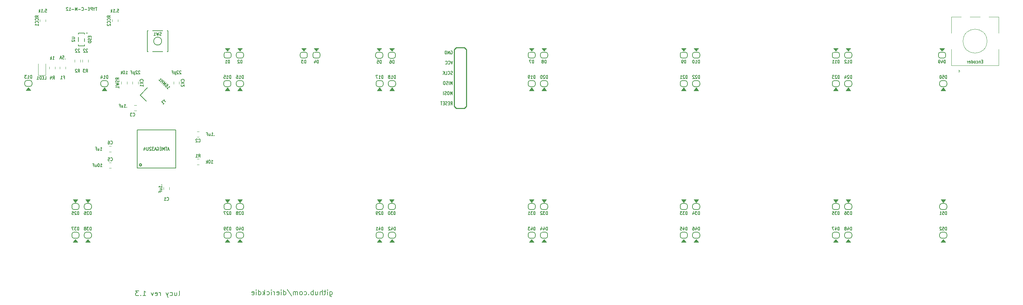
<source format=gbo>
G04 #@! TF.GenerationSoftware,KiCad,Pcbnew,(5.1.4-0)*
G04 #@! TF.CreationDate,2021-10-19T21:44:43-05:00*
G04 #@! TF.ProjectId,pcb,7063622e-6b69-4636-9164-5f7063625858,rev?*
G04 #@! TF.SameCoordinates,Original*
G04 #@! TF.FileFunction,Legend,Bot*
G04 #@! TF.FilePolarity,Positive*
%FSLAX46Y46*%
G04 Gerber Fmt 4.6, Leading zero omitted, Abs format (unit mm)*
G04 Created by KiCad (PCBNEW (5.1.4-0)) date 2021-10-19 21:44:43*
%MOMM*%
%LPD*%
G04 APERTURE LIST*
%ADD10C,0.150000*%
%ADD11C,0.200000*%
%ADD12C,0.120000*%
%ADD13C,0.100000*%
%ADD14C,0.254000*%
%ADD15C,0.203200*%
%ADD16C,1.150000*%
%ADD17C,1.800000*%
%ADD18R,0.800000X0.700000*%
%ADD19R,0.800000X1.100000*%
%ADD20C,1.000000*%
%ADD21C,2.540000*%
%ADD22C,1.701800*%
%ADD23C,3.987800*%
%ADD24R,2.000000X2.000000*%
%ADD25C,2.000000*%
%ADD26R,2.000000X3.200000*%
%ADD27C,1.803400*%
%ADD28R,0.900000X1.900000*%
%ADD29R,1.900000X0.900000*%
%ADD30C,0.600000*%
%ADD31O,1.300000X2.400000*%
%ADD32C,0.300000*%
%ADD33O,1.300000X1.900000*%
%ADD34C,0.650000*%
%ADD35R,1.100000X1.800000*%
G04 APERTURE END LIST*
D10*
X322196136Y-58283727D02*
X321962803Y-58283727D01*
X321862803Y-58702774D02*
X322196136Y-58702774D01*
X322196136Y-57902774D01*
X321862803Y-57902774D01*
X321562803Y-58169441D02*
X321562803Y-58702774D01*
X321562803Y-58245631D02*
X321529470Y-58207536D01*
X321462803Y-58169441D01*
X321362803Y-58169441D01*
X321296136Y-58207536D01*
X321262803Y-58283727D01*
X321262803Y-58702774D01*
X320629470Y-58664679D02*
X320696136Y-58702774D01*
X320829470Y-58702774D01*
X320896136Y-58664679D01*
X320929470Y-58626584D01*
X320962803Y-58550393D01*
X320962803Y-58321822D01*
X320929470Y-58245631D01*
X320896136Y-58207536D01*
X320829470Y-58169441D01*
X320696136Y-58169441D01*
X320629470Y-58207536D01*
X320229470Y-58702774D02*
X320296136Y-58664679D01*
X320329470Y-58626584D01*
X320362803Y-58550393D01*
X320362803Y-58321822D01*
X320329470Y-58245631D01*
X320296136Y-58207536D01*
X320229470Y-58169441D01*
X320129470Y-58169441D01*
X320062803Y-58207536D01*
X320029470Y-58245631D01*
X319996136Y-58321822D01*
X319996136Y-58550393D01*
X320029470Y-58626584D01*
X320062803Y-58664679D01*
X320129470Y-58702774D01*
X320229470Y-58702774D01*
X319396136Y-58702774D02*
X319396136Y-57902774D01*
X319396136Y-58664679D02*
X319462803Y-58702774D01*
X319596136Y-58702774D01*
X319662803Y-58664679D01*
X319696136Y-58626584D01*
X319729470Y-58550393D01*
X319729470Y-58321822D01*
X319696136Y-58245631D01*
X319662803Y-58207536D01*
X319596136Y-58169441D01*
X319462803Y-58169441D01*
X319396136Y-58207536D01*
X318796136Y-58664679D02*
X318862803Y-58702774D01*
X318996136Y-58702774D01*
X319062803Y-58664679D01*
X319096136Y-58588489D01*
X319096136Y-58283727D01*
X319062803Y-58207536D01*
X318996136Y-58169441D01*
X318862803Y-58169441D01*
X318796136Y-58207536D01*
X318762803Y-58283727D01*
X318762803Y-58359917D01*
X319096136Y-58436108D01*
X318462803Y-58702774D02*
X318462803Y-58169441D01*
X318462803Y-58321822D02*
X318429470Y-58245631D01*
X318396136Y-58207536D01*
X318329470Y-58169441D01*
X318262803Y-58169441D01*
D11*
X158626927Y-116016456D02*
X158626927Y-117028361D01*
X158686451Y-117147409D01*
X158745975Y-117206933D01*
X158865022Y-117266456D01*
X159043594Y-117266456D01*
X159162641Y-117206933D01*
X158626927Y-116790266D02*
X158745975Y-116849790D01*
X158984070Y-116849790D01*
X159103118Y-116790266D01*
X159162641Y-116730742D01*
X159222165Y-116611694D01*
X159222165Y-116254552D01*
X159162641Y-116135504D01*
X159103118Y-116075980D01*
X158984070Y-116016456D01*
X158745975Y-116016456D01*
X158626927Y-116075980D01*
X158031689Y-116849790D02*
X158031689Y-116016456D01*
X158031689Y-115599790D02*
X158091213Y-115659314D01*
X158031689Y-115718837D01*
X157972165Y-115659314D01*
X158031689Y-115599790D01*
X158031689Y-115718837D01*
X157615022Y-116016456D02*
X157138832Y-116016456D01*
X157436451Y-115599790D02*
X157436451Y-116671218D01*
X157376927Y-116790266D01*
X157257880Y-116849790D01*
X157138832Y-116849790D01*
X156722165Y-116849790D02*
X156722165Y-115599790D01*
X156186451Y-116849790D02*
X156186451Y-116195028D01*
X156245975Y-116075980D01*
X156365022Y-116016456D01*
X156543594Y-116016456D01*
X156662641Y-116075980D01*
X156722165Y-116135504D01*
X155055499Y-116016456D02*
X155055499Y-116849790D01*
X155591213Y-116016456D02*
X155591213Y-116671218D01*
X155531689Y-116790266D01*
X155412641Y-116849790D01*
X155234070Y-116849790D01*
X155115022Y-116790266D01*
X155055499Y-116730742D01*
X154460260Y-116849790D02*
X154460260Y-115599790D01*
X154460260Y-116075980D02*
X154341213Y-116016456D01*
X154103118Y-116016456D01*
X153984070Y-116075980D01*
X153924546Y-116135504D01*
X153865022Y-116254552D01*
X153865022Y-116611694D01*
X153924546Y-116730742D01*
X153984070Y-116790266D01*
X154103118Y-116849790D01*
X154341213Y-116849790D01*
X154460260Y-116790266D01*
X153329308Y-116730742D02*
X153269784Y-116790266D01*
X153329308Y-116849790D01*
X153388832Y-116790266D01*
X153329308Y-116730742D01*
X153329308Y-116849790D01*
X152198356Y-116790266D02*
X152317403Y-116849790D01*
X152555499Y-116849790D01*
X152674546Y-116790266D01*
X152734070Y-116730742D01*
X152793594Y-116611694D01*
X152793594Y-116254552D01*
X152734070Y-116135504D01*
X152674546Y-116075980D01*
X152555499Y-116016456D01*
X152317403Y-116016456D01*
X152198356Y-116075980D01*
X151484070Y-116849790D02*
X151603118Y-116790266D01*
X151662641Y-116730742D01*
X151722165Y-116611694D01*
X151722165Y-116254552D01*
X151662641Y-116135504D01*
X151603118Y-116075980D01*
X151484070Y-116016456D01*
X151305499Y-116016456D01*
X151186451Y-116075980D01*
X151126927Y-116135504D01*
X151067403Y-116254552D01*
X151067403Y-116611694D01*
X151126927Y-116730742D01*
X151186451Y-116790266D01*
X151305499Y-116849790D01*
X151484070Y-116849790D01*
X150531689Y-116849790D02*
X150531689Y-116016456D01*
X150531689Y-116135504D02*
X150472165Y-116075980D01*
X150353118Y-116016456D01*
X150174546Y-116016456D01*
X150055499Y-116075980D01*
X149995975Y-116195028D01*
X149995975Y-116849790D01*
X149995975Y-116195028D02*
X149936451Y-116075980D01*
X149817403Y-116016456D01*
X149638832Y-116016456D01*
X149519784Y-116075980D01*
X149460260Y-116195028D01*
X149460260Y-116849790D01*
X147972165Y-115540266D02*
X149043594Y-117147409D01*
X147019784Y-116849790D02*
X147019784Y-115599790D01*
X147019784Y-116790266D02*
X147138832Y-116849790D01*
X147376927Y-116849790D01*
X147495975Y-116790266D01*
X147555499Y-116730742D01*
X147615022Y-116611694D01*
X147615022Y-116254552D01*
X147555499Y-116135504D01*
X147495975Y-116075980D01*
X147376927Y-116016456D01*
X147138832Y-116016456D01*
X147019784Y-116075980D01*
X146424546Y-116849790D02*
X146424546Y-116016456D01*
X146424546Y-115599790D02*
X146484070Y-115659314D01*
X146424546Y-115718837D01*
X146365022Y-115659314D01*
X146424546Y-115599790D01*
X146424546Y-115718837D01*
X145353118Y-116790266D02*
X145472165Y-116849790D01*
X145710260Y-116849790D01*
X145829308Y-116790266D01*
X145888832Y-116671218D01*
X145888832Y-116195028D01*
X145829308Y-116075980D01*
X145710260Y-116016456D01*
X145472165Y-116016456D01*
X145353118Y-116075980D01*
X145293594Y-116195028D01*
X145293594Y-116314075D01*
X145888832Y-116433123D01*
X144757880Y-116849790D02*
X144757880Y-116016456D01*
X144757880Y-116254552D02*
X144698356Y-116135504D01*
X144638832Y-116075980D01*
X144519784Y-116016456D01*
X144400737Y-116016456D01*
X143984070Y-116849790D02*
X143984070Y-116016456D01*
X143984070Y-115599790D02*
X144043594Y-115659314D01*
X143984070Y-115718837D01*
X143924546Y-115659314D01*
X143984070Y-115599790D01*
X143984070Y-115718837D01*
X142853118Y-116790266D02*
X142972165Y-116849790D01*
X143210260Y-116849790D01*
X143329308Y-116790266D01*
X143388832Y-116730742D01*
X143448356Y-116611694D01*
X143448356Y-116254552D01*
X143388832Y-116135504D01*
X143329308Y-116075980D01*
X143210260Y-116016456D01*
X142972165Y-116016456D01*
X142853118Y-116075980D01*
X142317403Y-116849790D02*
X142317403Y-115599790D01*
X142198356Y-116373599D02*
X141841213Y-116849790D01*
X141841213Y-116016456D02*
X142317403Y-116492647D01*
X140769784Y-116849790D02*
X140769784Y-115599790D01*
X140769784Y-116790266D02*
X140888832Y-116849790D01*
X141126927Y-116849790D01*
X141245975Y-116790266D01*
X141305499Y-116730742D01*
X141365022Y-116611694D01*
X141365022Y-116254552D01*
X141305499Y-116135504D01*
X141245975Y-116075980D01*
X141126927Y-116016456D01*
X140888832Y-116016456D01*
X140769784Y-116075980D01*
X140174546Y-116849790D02*
X140174546Y-116016456D01*
X140174546Y-115599790D02*
X140234070Y-115659314D01*
X140174546Y-115718837D01*
X140115022Y-115659314D01*
X140174546Y-115599790D01*
X140174546Y-115718837D01*
X139103118Y-116790266D02*
X139222165Y-116849790D01*
X139460260Y-116849790D01*
X139579308Y-116790266D01*
X139638832Y-116671218D01*
X139638832Y-116195028D01*
X139579308Y-116075980D01*
X139460260Y-116016456D01*
X139222165Y-116016456D01*
X139103118Y-116075980D01*
X139043594Y-116195028D01*
X139043594Y-116314075D01*
X139638832Y-116433123D01*
X120750737Y-117065476D02*
X120869784Y-117005952D01*
X120929308Y-116886904D01*
X120929308Y-115815476D01*
X119738832Y-116232142D02*
X119738832Y-117065476D01*
X120274546Y-116232142D02*
X120274546Y-116886904D01*
X120215022Y-117005952D01*
X120095975Y-117065476D01*
X119917403Y-117065476D01*
X119798356Y-117005952D01*
X119738832Y-116946428D01*
X118607880Y-117005952D02*
X118726927Y-117065476D01*
X118965022Y-117065476D01*
X119084070Y-117005952D01*
X119143594Y-116946428D01*
X119203118Y-116827380D01*
X119203118Y-116470238D01*
X119143594Y-116351190D01*
X119084070Y-116291666D01*
X118965022Y-116232142D01*
X118726927Y-116232142D01*
X118607880Y-116291666D01*
X118191213Y-116232142D02*
X117893594Y-117065476D01*
X117595975Y-116232142D02*
X117893594Y-117065476D01*
X118012641Y-117363095D01*
X118072165Y-117422619D01*
X118191213Y-117482142D01*
X116167403Y-117065476D02*
X116167403Y-116232142D01*
X116167403Y-116470238D02*
X116107880Y-116351190D01*
X116048356Y-116291666D01*
X115929308Y-116232142D01*
X115810260Y-116232142D01*
X114917403Y-117005952D02*
X115036451Y-117065476D01*
X115274546Y-117065476D01*
X115393594Y-117005952D01*
X115453118Y-116886904D01*
X115453118Y-116410714D01*
X115393594Y-116291666D01*
X115274546Y-116232142D01*
X115036451Y-116232142D01*
X114917403Y-116291666D01*
X114857880Y-116410714D01*
X114857880Y-116529761D01*
X115453118Y-116648809D01*
X114441213Y-116232142D02*
X114143594Y-117065476D01*
X113845975Y-116232142D01*
X111762641Y-117065476D02*
X112476927Y-117065476D01*
X112119784Y-117065476D02*
X112119784Y-115815476D01*
X112238832Y-115994047D01*
X112357880Y-116113095D01*
X112476927Y-116172619D01*
X111226927Y-116946428D02*
X111167403Y-117005952D01*
X111226927Y-117065476D01*
X111286451Y-117005952D01*
X111226927Y-116946428D01*
X111226927Y-117065476D01*
X110750737Y-115815476D02*
X109976927Y-115815476D01*
X110393594Y-116291666D01*
X110215022Y-116291666D01*
X110095975Y-116351190D01*
X110036451Y-116410714D01*
X109976927Y-116529761D01*
X109976927Y-116827380D01*
X110036451Y-116946428D01*
X110095975Y-117005952D01*
X110215022Y-117065476D01*
X110572165Y-117065476D01*
X110691213Y-117005952D01*
X110750737Y-116946428D01*
D10*
X117771462Y-64948898D02*
X118054305Y-65231741D01*
X117912884Y-65090319D02*
X118478569Y-64524634D01*
X118444897Y-64652586D01*
X118438163Y-64753602D01*
X118458366Y-64827680D01*
X117912884Y-63958948D02*
X118007164Y-64053229D01*
X118027368Y-64127307D01*
X118024000Y-64177815D01*
X117990329Y-64305767D01*
X117906149Y-64437087D01*
X117690650Y-64652586D01*
X117613205Y-64682891D01*
X117562697Y-64686258D01*
X117488620Y-64666055D01*
X117394339Y-64571774D01*
X117374136Y-64497696D01*
X117377503Y-64447189D01*
X117407807Y-64369744D01*
X117542494Y-64235057D01*
X117619939Y-64204752D01*
X117670447Y-64201385D01*
X117744525Y-64221588D01*
X117838806Y-64315869D01*
X117859009Y-64389947D01*
X117855642Y-64440454D01*
X117825337Y-64517899D01*
X117087926Y-64265361D02*
X117653611Y-63699676D01*
X117084558Y-63938745D01*
X117323628Y-63369693D01*
X116757942Y-63935378D01*
X116522240Y-63699676D02*
X117087926Y-63133990D01*
X116818552Y-63403364D02*
X116535709Y-63120522D01*
X116239398Y-63416833D02*
X116805083Y-62851148D01*
X116427959Y-62851148D02*
X116168687Y-62591875D01*
X116050836Y-63228271D01*
X115791563Y-62968999D01*
D12*
X125329373Y-77266250D02*
X125851877Y-77266250D01*
X125329373Y-75846250D02*
X125851877Y-75846250D01*
D11*
X111118917Y-66715460D02*
X112914969Y-64919409D01*
X112645561Y-68242104D02*
X111118917Y-66715460D01*
D12*
X116980625Y-89894998D02*
X116980625Y-90417502D01*
X118400625Y-89894998D02*
X118400625Y-90417502D01*
D10*
X97190625Y-54356250D02*
X97190625Y-51156250D01*
X95590625Y-54356250D02*
X95590625Y-51156250D01*
X95590625Y-51156250D02*
X97190625Y-51156250D01*
X97590625Y-51156250D02*
X97890625Y-51156250D01*
X95590625Y-54356250D02*
X97190625Y-54356250D01*
D11*
X312390625Y-55956250D02*
X311590625Y-55956250D01*
X312890625Y-56956212D02*
X312890625Y-56456250D01*
X312390625Y-57456250D02*
X311590625Y-57456250D01*
X311090625Y-56456288D02*
X311090625Y-56956250D01*
D13*
G36*
X311990625Y-55742050D02*
G01*
X312590625Y-54942050D01*
X311390625Y-54942050D01*
X311990625Y-55742050D01*
G37*
X311990625Y-55742050D02*
X312590625Y-54942050D01*
X311390625Y-54942050D01*
X311990625Y-55742050D01*
D11*
X311590625Y-55956250D02*
G75*
G03X311090625Y-56456250I0J-500000D01*
G01*
X311090625Y-56956250D02*
G75*
G03X311590625Y-57456250I500000J0D01*
G01*
X312390625Y-57456250D02*
G75*
G03X312890625Y-56956250I0J500000D01*
G01*
X312890625Y-56456250D02*
G75*
G03X312390625Y-55956250I-500000J0D01*
G01*
X312690625Y-93956250D02*
X311890625Y-93956250D01*
X313190625Y-94956212D02*
X313190625Y-94456250D01*
X312690625Y-95456250D02*
X311890625Y-95456250D01*
X311390625Y-94456288D02*
X311390625Y-94956250D01*
D13*
G36*
X312290625Y-93742050D02*
G01*
X312890625Y-92942050D01*
X311690625Y-92942050D01*
X312290625Y-93742050D01*
G37*
X312290625Y-93742050D02*
X312890625Y-92942050D01*
X311690625Y-92942050D01*
X312290625Y-93742050D01*
D11*
X311890625Y-93956250D02*
G75*
G03X311390625Y-94456250I0J-500000D01*
G01*
X311390625Y-94956250D02*
G75*
G03X311890625Y-95456250I500000J0D01*
G01*
X312690625Y-95456250D02*
G75*
G03X313190625Y-94956250I0J500000D01*
G01*
X313190625Y-94456250D02*
G75*
G03X312690625Y-93956250I-500000J0D01*
G01*
X98390625Y-93956250D02*
X97590625Y-93956250D01*
X98890625Y-94956212D02*
X98890625Y-94456250D01*
X98390625Y-95456250D02*
X97590625Y-95456250D01*
X97090625Y-94456288D02*
X97090625Y-94956250D01*
D13*
G36*
X97990625Y-93742050D02*
G01*
X98590625Y-92942050D01*
X97390625Y-92942050D01*
X97990625Y-93742050D01*
G37*
X97990625Y-93742050D02*
X98590625Y-92942050D01*
X97390625Y-92942050D01*
X97990625Y-93742050D01*
D11*
X97590625Y-93956250D02*
G75*
G03X97090625Y-94456250I0J-500000D01*
G01*
X97090625Y-94956250D02*
G75*
G03X97590625Y-95456250I500000J0D01*
G01*
X98390625Y-95456250D02*
G75*
G03X98890625Y-94956250I0J500000D01*
G01*
X98890625Y-94456250D02*
G75*
G03X98390625Y-93956250I-500000J0D01*
G01*
D12*
X87450625Y-58850000D02*
X87450625Y-61710000D01*
X87450625Y-61710000D02*
X85530625Y-61710000D01*
X85530625Y-61710000D02*
X85530625Y-58850000D01*
D11*
X247690625Y-55956250D02*
X246890625Y-55956250D01*
X248190625Y-56956212D02*
X248190625Y-56456250D01*
X247690625Y-57456250D02*
X246890625Y-57456250D01*
X246390625Y-56456288D02*
X246390625Y-56956250D01*
D13*
G36*
X247290625Y-55742050D02*
G01*
X247890625Y-54942050D01*
X246690625Y-54942050D01*
X247290625Y-55742050D01*
G37*
X247290625Y-55742050D02*
X247890625Y-54942050D01*
X246690625Y-54942050D01*
X247290625Y-55742050D01*
D11*
X246890625Y-55956250D02*
G75*
G03X246390625Y-56456250I0J-500000D01*
G01*
X246390625Y-56956250D02*
G75*
G03X246890625Y-57456250I500000J0D01*
G01*
X247690625Y-57456250D02*
G75*
G03X248190625Y-56956250I0J500000D01*
G01*
X248190625Y-56456250D02*
G75*
G03X247690625Y-55956250I-500000J0D01*
G01*
D12*
X323252725Y-53193950D02*
G75*
G03X323252725Y-53193950I-3000000J0D01*
G01*
X314352725Y-59293950D02*
X326152725Y-59293950D01*
X314352725Y-51193950D02*
X314352725Y-47093950D01*
X314352725Y-47093950D02*
X316752725Y-47093950D01*
X318952725Y-47093950D02*
X321552725Y-47093950D01*
X323752725Y-47093950D02*
X326152725Y-47093950D01*
X326152725Y-47093950D02*
X326152725Y-51193950D01*
X314352725Y-55193950D02*
X314352725Y-59293950D01*
X326152725Y-55193950D02*
X326152725Y-59293950D01*
X316152725Y-60393950D02*
X316452725Y-60693950D01*
X316452725Y-60693950D02*
X316152725Y-60993950D01*
X316152725Y-60993950D02*
X316152725Y-60393950D01*
X88380625Y-59594998D02*
X88380625Y-60117502D01*
X89800625Y-59594998D02*
X89800625Y-60117502D01*
X106380625Y-63394998D02*
X106380625Y-63917502D01*
X107800625Y-63394998D02*
X107800625Y-63917502D01*
X104080625Y-47794998D02*
X104080625Y-48317502D01*
X105500625Y-47794998D02*
X105500625Y-48317502D01*
X87400625Y-47788748D02*
X87400625Y-48311252D01*
X85980625Y-47788748D02*
X85980625Y-48311252D01*
X98100625Y-58417502D02*
X98100625Y-57894998D01*
X96680625Y-58417502D02*
X96680625Y-57894998D01*
X96100625Y-58417502D02*
X96100625Y-57894998D01*
X94680625Y-58417502D02*
X94680625Y-57894998D01*
X125851877Y-82746250D02*
X125329373Y-82746250D01*
X125851877Y-84166250D02*
X125329373Y-84166250D01*
X110151877Y-69246250D02*
X109629373Y-69246250D01*
X110151877Y-70666250D02*
X109629373Y-70666250D01*
X103851877Y-83646250D02*
X103329373Y-83646250D01*
X103851877Y-85066250D02*
X103329373Y-85066250D01*
X110600625Y-63917502D02*
X110600625Y-63394998D01*
X109180625Y-63917502D02*
X109180625Y-63394998D01*
X120900625Y-63917502D02*
X120900625Y-63394998D01*
X119480625Y-63917502D02*
X119480625Y-63394998D01*
X103851877Y-79546250D02*
X103329373Y-79546250D01*
X103851877Y-80966250D02*
X103329373Y-80966250D01*
X92400625Y-60117502D02*
X92400625Y-59594998D01*
X90980625Y-60117502D02*
X90980625Y-59594998D01*
D14*
X192867200Y-69562000D02*
X192867200Y-55338000D01*
X192359200Y-70070000D02*
X192867200Y-69562000D01*
X190327200Y-70070000D02*
X192359200Y-70070000D01*
X189819200Y-69562000D02*
X190327200Y-70070000D01*
X189819200Y-55338000D02*
X189819200Y-69562000D01*
X190327200Y-54830000D02*
X189819200Y-55338000D01*
X192359200Y-54830000D02*
X190327200Y-54830000D01*
X192867200Y-55338000D02*
X192359200Y-54830000D01*
D15*
X110390625Y-85056250D02*
X119990625Y-85056250D01*
X119990625Y-85056250D02*
X119990625Y-75456250D01*
X119990625Y-75456250D02*
X110390625Y-75456250D01*
X110390625Y-75456250D02*
X110390625Y-85056250D01*
D14*
X111473325Y-84256250D02*
G75*
G03X111473325Y-84256250I-282700J0D01*
G01*
D11*
X133399835Y-55949950D02*
X132599835Y-55949950D01*
X133899835Y-56949912D02*
X133899835Y-56449950D01*
X133399835Y-57449950D02*
X132599835Y-57449950D01*
X132099835Y-56449988D02*
X132099835Y-56949950D01*
D13*
G36*
X132999835Y-55735750D02*
G01*
X133599835Y-54935750D01*
X132399835Y-54935750D01*
X132999835Y-55735750D01*
G37*
X132999835Y-55735750D02*
X133599835Y-54935750D01*
X132399835Y-54935750D01*
X132999835Y-55735750D01*
D11*
X132599835Y-55949950D02*
G75*
G03X132099835Y-56449950I0J-500000D01*
G01*
X132099835Y-56949950D02*
G75*
G03X132599835Y-57449950I500000J0D01*
G01*
X133399835Y-57449950D02*
G75*
G03X133899835Y-56949950I0J500000D01*
G01*
X133899835Y-56449950D02*
G75*
G03X133399835Y-55949950I-500000J0D01*
G01*
X136490625Y-55956250D02*
X135690625Y-55956250D01*
X136990625Y-56956212D02*
X136990625Y-56456250D01*
X136490625Y-57456250D02*
X135690625Y-57456250D01*
X135190625Y-56456288D02*
X135190625Y-56956250D01*
D13*
G36*
X136090625Y-55742050D02*
G01*
X136690625Y-54942050D01*
X135490625Y-54942050D01*
X136090625Y-55742050D01*
G37*
X136090625Y-55742050D02*
X136690625Y-54942050D01*
X135490625Y-54942050D01*
X136090625Y-55742050D01*
D11*
X135690625Y-55956250D02*
G75*
G03X135190625Y-56456250I0J-500000D01*
G01*
X135190625Y-56956250D02*
G75*
G03X135690625Y-57456250I500000J0D01*
G01*
X136490625Y-57456250D02*
G75*
G03X136990625Y-56956250I0J500000D01*
G01*
X136990625Y-56456250D02*
G75*
G03X136490625Y-55956250I-500000J0D01*
G01*
X152485999Y-55956250D02*
X151685999Y-55956250D01*
X152985999Y-56956212D02*
X152985999Y-56456250D01*
X152485999Y-57456250D02*
X151685999Y-57456250D01*
X151185999Y-56456288D02*
X151185999Y-56956250D01*
D13*
G36*
X152085999Y-55742050D02*
G01*
X152685999Y-54942050D01*
X151485999Y-54942050D01*
X152085999Y-55742050D01*
G37*
X152085999Y-55742050D02*
X152685999Y-54942050D01*
X151485999Y-54942050D01*
X152085999Y-55742050D01*
D11*
X151685999Y-55956250D02*
G75*
G03X151185999Y-56456250I0J-500000D01*
G01*
X151185999Y-56956250D02*
G75*
G03X151685999Y-57456250I500000J0D01*
G01*
X152485999Y-57456250D02*
G75*
G03X152985999Y-56956250I0J500000D01*
G01*
X152985999Y-56456250D02*
G75*
G03X152485999Y-55956250I-500000J0D01*
G01*
X155660999Y-55956250D02*
X154860999Y-55956250D01*
X156160999Y-56956212D02*
X156160999Y-56456250D01*
X155660999Y-57456250D02*
X154860999Y-57456250D01*
X154360999Y-56456288D02*
X154360999Y-56956250D01*
D13*
G36*
X155260999Y-55742050D02*
G01*
X155860999Y-54942050D01*
X154660999Y-54942050D01*
X155260999Y-55742050D01*
G37*
X155260999Y-55742050D02*
X155860999Y-54942050D01*
X154660999Y-54942050D01*
X155260999Y-55742050D01*
D11*
X154860999Y-55956250D02*
G75*
G03X154360999Y-56456250I0J-500000D01*
G01*
X154360999Y-56956250D02*
G75*
G03X154860999Y-57456250I500000J0D01*
G01*
X155660999Y-57456250D02*
G75*
G03X156160999Y-56956250I0J500000D01*
G01*
X156160999Y-56456250D02*
G75*
G03X155660999Y-55956250I-500000J0D01*
G01*
X171385999Y-55983377D02*
X170585999Y-55983377D01*
X171885999Y-56983339D02*
X171885999Y-56483377D01*
X171385999Y-57483377D02*
X170585999Y-57483377D01*
X170085999Y-56483415D02*
X170085999Y-56983377D01*
D13*
G36*
X170985999Y-55769177D02*
G01*
X171585999Y-54969177D01*
X170385999Y-54969177D01*
X170985999Y-55769177D01*
G37*
X170985999Y-55769177D02*
X171585999Y-54969177D01*
X170385999Y-54969177D01*
X170985999Y-55769177D01*
D11*
X170585999Y-55983377D02*
G75*
G03X170085999Y-56483377I0J-500000D01*
G01*
X170085999Y-56983377D02*
G75*
G03X170585999Y-57483377I500000J0D01*
G01*
X171385999Y-57483377D02*
G75*
G03X171885999Y-56983377I0J500000D01*
G01*
X171885999Y-56483377D02*
G75*
G03X171385999Y-55983377I-500000J0D01*
G01*
X174560999Y-55983377D02*
X173760999Y-55983377D01*
X175060999Y-56983339D02*
X175060999Y-56483377D01*
X174560999Y-57483377D02*
X173760999Y-57483377D01*
X173260999Y-56483415D02*
X173260999Y-56983377D01*
D13*
G36*
X174160999Y-55769177D02*
G01*
X174760999Y-54969177D01*
X173560999Y-54969177D01*
X174160999Y-55769177D01*
G37*
X174160999Y-55769177D02*
X174760999Y-54969177D01*
X173560999Y-54969177D01*
X174160999Y-55769177D01*
D11*
X173760999Y-55983377D02*
G75*
G03X173260999Y-56483377I0J-500000D01*
G01*
X173260999Y-56983377D02*
G75*
G03X173760999Y-57483377I500000J0D01*
G01*
X174560999Y-57483377D02*
G75*
G03X175060999Y-56983377I0J500000D01*
G01*
X175060999Y-56483377D02*
G75*
G03X174560999Y-55983377I-500000J0D01*
G01*
X209590625Y-55956250D02*
X208790625Y-55956250D01*
X210090625Y-56956212D02*
X210090625Y-56456250D01*
X209590625Y-57456250D02*
X208790625Y-57456250D01*
X208290625Y-56456288D02*
X208290625Y-56956250D01*
D13*
G36*
X209190625Y-55742050D02*
G01*
X209790625Y-54942050D01*
X208590625Y-54942050D01*
X209190625Y-55742050D01*
G37*
X209190625Y-55742050D02*
X209790625Y-54942050D01*
X208590625Y-54942050D01*
X209190625Y-55742050D01*
D11*
X208790625Y-55956250D02*
G75*
G03X208290625Y-56456250I0J-500000D01*
G01*
X208290625Y-56956250D02*
G75*
G03X208790625Y-57456250I500000J0D01*
G01*
X209590625Y-57456250D02*
G75*
G03X210090625Y-56956250I0J500000D01*
G01*
X210090625Y-56456250D02*
G75*
G03X209590625Y-55956250I-500000J0D01*
G01*
X212690625Y-55956250D02*
X211890625Y-55956250D01*
X213190625Y-56956212D02*
X213190625Y-56456250D01*
X212690625Y-57456250D02*
X211890625Y-57456250D01*
X211390625Y-56456288D02*
X211390625Y-56956250D01*
D13*
G36*
X212290625Y-55742050D02*
G01*
X212890625Y-54942050D01*
X211690625Y-54942050D01*
X212290625Y-55742050D01*
G37*
X212290625Y-55742050D02*
X212890625Y-54942050D01*
X211690625Y-54942050D01*
X212290625Y-55742050D01*
D11*
X211890625Y-55956250D02*
G75*
G03X211390625Y-56456250I0J-500000D01*
G01*
X211390625Y-56956250D02*
G75*
G03X211890625Y-57456250I500000J0D01*
G01*
X212690625Y-57456250D02*
G75*
G03X213190625Y-56956250I0J500000D01*
G01*
X213190625Y-56456250D02*
G75*
G03X212690625Y-55956250I-500000J0D01*
G01*
X250790625Y-55956250D02*
X249990625Y-55956250D01*
X251290625Y-56956212D02*
X251290625Y-56456250D01*
X250790625Y-57456250D02*
X249990625Y-57456250D01*
X249490625Y-56456288D02*
X249490625Y-56956250D01*
D13*
G36*
X250390625Y-55742050D02*
G01*
X250990625Y-54942050D01*
X249790625Y-54942050D01*
X250390625Y-55742050D01*
G37*
X250390625Y-55742050D02*
X250990625Y-54942050D01*
X249790625Y-54942050D01*
X250390625Y-55742050D01*
D11*
X249990625Y-55956250D02*
G75*
G03X249490625Y-56456250I0J-500000D01*
G01*
X249490625Y-56956250D02*
G75*
G03X249990625Y-57456250I500000J0D01*
G01*
X250790625Y-57456250D02*
G75*
G03X251290625Y-56956250I0J500000D01*
G01*
X251290625Y-56456250D02*
G75*
G03X250790625Y-55956250I-500000J0D01*
G01*
X285790625Y-55956250D02*
X284990625Y-55956250D01*
X286290625Y-56956212D02*
X286290625Y-56456250D01*
X285790625Y-57456250D02*
X284990625Y-57456250D01*
X284490625Y-56456288D02*
X284490625Y-56956250D01*
D13*
G36*
X285390625Y-55742050D02*
G01*
X285990625Y-54942050D01*
X284790625Y-54942050D01*
X285390625Y-55742050D01*
G37*
X285390625Y-55742050D02*
X285990625Y-54942050D01*
X284790625Y-54942050D01*
X285390625Y-55742050D01*
D11*
X284990625Y-55956250D02*
G75*
G03X284490625Y-56456250I0J-500000D01*
G01*
X284490625Y-56956250D02*
G75*
G03X284990625Y-57456250I500000J0D01*
G01*
X285790625Y-57456250D02*
G75*
G03X286290625Y-56956250I0J500000D01*
G01*
X286290625Y-56456250D02*
G75*
G03X285790625Y-55956250I-500000J0D01*
G01*
X82690625Y-64556250D02*
X83490625Y-64556250D01*
X82190625Y-63556288D02*
X82190625Y-64056250D01*
X82690625Y-63056250D02*
X83490625Y-63056250D01*
X83990625Y-64056212D02*
X83990625Y-63556250D01*
D13*
G36*
X83090625Y-64770450D02*
G01*
X82490625Y-65570450D01*
X83690625Y-65570450D01*
X83090625Y-64770450D01*
G37*
X83090625Y-64770450D02*
X82490625Y-65570450D01*
X83690625Y-65570450D01*
X83090625Y-64770450D01*
D11*
X83490625Y-64556250D02*
G75*
G03X83990625Y-64056250I0J500000D01*
G01*
X83990625Y-63556250D02*
G75*
G03X83490625Y-63056250I-500000J0D01*
G01*
X82690625Y-63056250D02*
G75*
G03X82190625Y-63556250I0J-500000D01*
G01*
X82190625Y-64056250D02*
G75*
G03X82690625Y-64556250I500000J0D01*
G01*
X101740625Y-64606250D02*
X102540625Y-64606250D01*
X101240625Y-63606288D02*
X101240625Y-64106250D01*
X101740625Y-63106250D02*
X102540625Y-63106250D01*
X103040625Y-64106212D02*
X103040625Y-63606250D01*
D13*
G36*
X102140625Y-64820450D02*
G01*
X101540625Y-65620450D01*
X102740625Y-65620450D01*
X102140625Y-64820450D01*
G37*
X102140625Y-64820450D02*
X101540625Y-65620450D01*
X102740625Y-65620450D01*
X102140625Y-64820450D01*
D11*
X102540625Y-64606250D02*
G75*
G03X103040625Y-64106250I0J500000D01*
G01*
X103040625Y-63606250D02*
G75*
G03X102540625Y-63106250I-500000J0D01*
G01*
X101740625Y-63106250D02*
G75*
G03X101240625Y-63606250I0J-500000D01*
G01*
X101240625Y-64106250D02*
G75*
G03X101740625Y-64606250I500000J0D01*
G01*
X132540625Y-64606250D02*
X133340625Y-64606250D01*
X132040625Y-63606288D02*
X132040625Y-64106250D01*
X132540625Y-63106250D02*
X133340625Y-63106250D01*
X133840625Y-64106212D02*
X133840625Y-63606250D01*
D13*
G36*
X132940625Y-64820450D02*
G01*
X132340625Y-65620450D01*
X133540625Y-65620450D01*
X132940625Y-64820450D01*
G37*
X132940625Y-64820450D02*
X132340625Y-65620450D01*
X133540625Y-65620450D01*
X132940625Y-64820450D01*
D11*
X133340625Y-64606250D02*
G75*
G03X133840625Y-64106250I0J500000D01*
G01*
X133840625Y-63606250D02*
G75*
G03X133340625Y-63106250I-500000J0D01*
G01*
X132540625Y-63106250D02*
G75*
G03X132040625Y-63606250I0J-500000D01*
G01*
X132040625Y-64106250D02*
G75*
G03X132540625Y-64606250I500000J0D01*
G01*
X135690625Y-64606250D02*
X136490625Y-64606250D01*
X135190625Y-63606288D02*
X135190625Y-64106250D01*
X135690625Y-63106250D02*
X136490625Y-63106250D01*
X136990625Y-64106212D02*
X136990625Y-63606250D01*
D13*
G36*
X136090625Y-64820450D02*
G01*
X135490625Y-65620450D01*
X136690625Y-65620450D01*
X136090625Y-64820450D01*
G37*
X136090625Y-64820450D02*
X135490625Y-65620450D01*
X136690625Y-65620450D01*
X136090625Y-64820450D01*
D11*
X136490625Y-64606250D02*
G75*
G03X136990625Y-64106250I0J500000D01*
G01*
X136990625Y-63606250D02*
G75*
G03X136490625Y-63106250I-500000J0D01*
G01*
X135690625Y-63106250D02*
G75*
G03X135190625Y-63606250I0J-500000D01*
G01*
X135190625Y-64106250D02*
G75*
G03X135690625Y-64606250I500000J0D01*
G01*
X170690625Y-64606250D02*
X171490625Y-64606250D01*
X170190625Y-63606288D02*
X170190625Y-64106250D01*
X170690625Y-63106250D02*
X171490625Y-63106250D01*
X171990625Y-64106212D02*
X171990625Y-63606250D01*
D13*
G36*
X171090625Y-64820450D02*
G01*
X170490625Y-65620450D01*
X171690625Y-65620450D01*
X171090625Y-64820450D01*
G37*
X171090625Y-64820450D02*
X170490625Y-65620450D01*
X171690625Y-65620450D01*
X171090625Y-64820450D01*
D11*
X171490625Y-64606250D02*
G75*
G03X171990625Y-64106250I0J500000D01*
G01*
X171990625Y-63606250D02*
G75*
G03X171490625Y-63106250I-500000J0D01*
G01*
X170690625Y-63106250D02*
G75*
G03X170190625Y-63606250I0J-500000D01*
G01*
X170190625Y-64106250D02*
G75*
G03X170690625Y-64606250I500000J0D01*
G01*
X173790625Y-64606250D02*
X174590625Y-64606250D01*
X173290625Y-63606288D02*
X173290625Y-64106250D01*
X173790625Y-63106250D02*
X174590625Y-63106250D01*
X175090625Y-64106212D02*
X175090625Y-63606250D01*
D13*
G36*
X174190625Y-64820450D02*
G01*
X173590625Y-65620450D01*
X174790625Y-65620450D01*
X174190625Y-64820450D01*
G37*
X174190625Y-64820450D02*
X173590625Y-65620450D01*
X174790625Y-65620450D01*
X174190625Y-64820450D01*
D11*
X174590625Y-64606250D02*
G75*
G03X175090625Y-64106250I0J500000D01*
G01*
X175090625Y-63606250D02*
G75*
G03X174590625Y-63106250I-500000J0D01*
G01*
X173790625Y-63106250D02*
G75*
G03X173290625Y-63606250I0J-500000D01*
G01*
X173290625Y-64106250D02*
G75*
G03X173790625Y-64606250I500000J0D01*
G01*
X208790625Y-64606250D02*
X209590625Y-64606250D01*
X208290625Y-63606288D02*
X208290625Y-64106250D01*
X208790625Y-63106250D02*
X209590625Y-63106250D01*
X210090625Y-64106212D02*
X210090625Y-63606250D01*
D13*
G36*
X209190625Y-64820450D02*
G01*
X208590625Y-65620450D01*
X209790625Y-65620450D01*
X209190625Y-64820450D01*
G37*
X209190625Y-64820450D02*
X208590625Y-65620450D01*
X209790625Y-65620450D01*
X209190625Y-64820450D01*
D11*
X209590625Y-64606250D02*
G75*
G03X210090625Y-64106250I0J500000D01*
G01*
X210090625Y-63606250D02*
G75*
G03X209590625Y-63106250I-500000J0D01*
G01*
X208790625Y-63106250D02*
G75*
G03X208290625Y-63606250I0J-500000D01*
G01*
X208290625Y-64106250D02*
G75*
G03X208790625Y-64606250I500000J0D01*
G01*
X211890625Y-64606250D02*
X212690625Y-64606250D01*
X211390625Y-63606288D02*
X211390625Y-64106250D01*
X211890625Y-63106250D02*
X212690625Y-63106250D01*
X213190625Y-64106212D02*
X213190625Y-63606250D01*
D13*
G36*
X212290625Y-64820450D02*
G01*
X211690625Y-65620450D01*
X212890625Y-65620450D01*
X212290625Y-64820450D01*
G37*
X212290625Y-64820450D02*
X211690625Y-65620450D01*
X212890625Y-65620450D01*
X212290625Y-64820450D01*
D11*
X212690625Y-64606250D02*
G75*
G03X213190625Y-64106250I0J500000D01*
G01*
X213190625Y-63606250D02*
G75*
G03X212690625Y-63106250I-500000J0D01*
G01*
X211890625Y-63106250D02*
G75*
G03X211390625Y-63606250I0J-500000D01*
G01*
X211390625Y-64106250D02*
G75*
G03X211890625Y-64606250I500000J0D01*
G01*
X246890625Y-64606250D02*
X247690625Y-64606250D01*
X246390625Y-63606288D02*
X246390625Y-64106250D01*
X246890625Y-63106250D02*
X247690625Y-63106250D01*
X248190625Y-64106212D02*
X248190625Y-63606250D01*
D13*
G36*
X247290625Y-64820450D02*
G01*
X246690625Y-65620450D01*
X247890625Y-65620450D01*
X247290625Y-64820450D01*
G37*
X247290625Y-64820450D02*
X246690625Y-65620450D01*
X247890625Y-65620450D01*
X247290625Y-64820450D01*
D11*
X247690625Y-64606250D02*
G75*
G03X248190625Y-64106250I0J500000D01*
G01*
X248190625Y-63606250D02*
G75*
G03X247690625Y-63106250I-500000J0D01*
G01*
X246890625Y-63106250D02*
G75*
G03X246390625Y-63606250I0J-500000D01*
G01*
X246390625Y-64106250D02*
G75*
G03X246890625Y-64606250I500000J0D01*
G01*
X249990625Y-64606250D02*
X250790625Y-64606250D01*
X249490625Y-63606288D02*
X249490625Y-64106250D01*
X249990625Y-63106250D02*
X250790625Y-63106250D01*
X251290625Y-64106212D02*
X251290625Y-63606250D01*
D13*
G36*
X250390625Y-64820450D02*
G01*
X249790625Y-65620450D01*
X250990625Y-65620450D01*
X250390625Y-64820450D01*
G37*
X250390625Y-64820450D02*
X249790625Y-65620450D01*
X250990625Y-65620450D01*
X250390625Y-64820450D01*
D11*
X250790625Y-64606250D02*
G75*
G03X251290625Y-64106250I0J500000D01*
G01*
X251290625Y-63606250D02*
G75*
G03X250790625Y-63106250I-500000J0D01*
G01*
X249990625Y-63106250D02*
G75*
G03X249490625Y-63606250I0J-500000D01*
G01*
X249490625Y-64106250D02*
G75*
G03X249990625Y-64606250I500000J0D01*
G01*
X284990625Y-64606250D02*
X285790625Y-64606250D01*
X284490625Y-63606288D02*
X284490625Y-64106250D01*
X284990625Y-63106250D02*
X285790625Y-63106250D01*
X286290625Y-64106212D02*
X286290625Y-63606250D01*
D13*
G36*
X285390625Y-64820450D02*
G01*
X284790625Y-65620450D01*
X285990625Y-65620450D01*
X285390625Y-64820450D01*
G37*
X285390625Y-64820450D02*
X284790625Y-65620450D01*
X285990625Y-65620450D01*
X285390625Y-64820450D01*
D11*
X285790625Y-64606250D02*
G75*
G03X286290625Y-64106250I0J500000D01*
G01*
X286290625Y-63606250D02*
G75*
G03X285790625Y-63106250I-500000J0D01*
G01*
X284990625Y-63106250D02*
G75*
G03X284490625Y-63606250I0J-500000D01*
G01*
X284490625Y-64106250D02*
G75*
G03X284990625Y-64606250I500000J0D01*
G01*
X288090625Y-64606250D02*
X288890625Y-64606250D01*
X287590625Y-63606288D02*
X287590625Y-64106250D01*
X288090625Y-63106250D02*
X288890625Y-63106250D01*
X289390625Y-64106212D02*
X289390625Y-63606250D01*
D13*
G36*
X288490625Y-64820450D02*
G01*
X287890625Y-65620450D01*
X289090625Y-65620450D01*
X288490625Y-64820450D01*
G37*
X288490625Y-64820450D02*
X287890625Y-65620450D01*
X289090625Y-65620450D01*
X288490625Y-64820450D01*
D11*
X288890625Y-64606250D02*
G75*
G03X289390625Y-64106250I0J500000D01*
G01*
X289390625Y-63606250D02*
G75*
G03X288890625Y-63106250I-500000J0D01*
G01*
X288090625Y-63106250D02*
G75*
G03X287590625Y-63606250I0J-500000D01*
G01*
X287590625Y-64106250D02*
G75*
G03X288090625Y-64606250I500000J0D01*
G01*
X95290625Y-93956250D02*
X94490625Y-93956250D01*
X95790625Y-94956212D02*
X95790625Y-94456250D01*
X95290625Y-95456250D02*
X94490625Y-95456250D01*
X93990625Y-94456288D02*
X93990625Y-94956250D01*
D13*
G36*
X94890625Y-93742050D02*
G01*
X95490625Y-92942050D01*
X94290625Y-92942050D01*
X94890625Y-93742050D01*
G37*
X94890625Y-93742050D02*
X95490625Y-92942050D01*
X94290625Y-92942050D01*
X94890625Y-93742050D01*
D11*
X94490625Y-93956250D02*
G75*
G03X93990625Y-94456250I0J-500000D01*
G01*
X93990625Y-94956250D02*
G75*
G03X94490625Y-95456250I500000J0D01*
G01*
X95290625Y-95456250D02*
G75*
G03X95790625Y-94956250I0J500000D01*
G01*
X95790625Y-94456250D02*
G75*
G03X95290625Y-93956250I-500000J0D01*
G01*
X133390625Y-93956250D02*
X132590625Y-93956250D01*
X133890625Y-94956212D02*
X133890625Y-94456250D01*
X133390625Y-95456250D02*
X132590625Y-95456250D01*
X132090625Y-94456288D02*
X132090625Y-94956250D01*
D13*
G36*
X132990625Y-93742050D02*
G01*
X133590625Y-92942050D01*
X132390625Y-92942050D01*
X132990625Y-93742050D01*
G37*
X132990625Y-93742050D02*
X133590625Y-92942050D01*
X132390625Y-92942050D01*
X132990625Y-93742050D01*
D11*
X132590625Y-93956250D02*
G75*
G03X132090625Y-94456250I0J-500000D01*
G01*
X132090625Y-94956250D02*
G75*
G03X132590625Y-95456250I500000J0D01*
G01*
X133390625Y-95456250D02*
G75*
G03X133890625Y-94956250I0J500000D01*
G01*
X133890625Y-94456250D02*
G75*
G03X133390625Y-93956250I-500000J0D01*
G01*
X136490625Y-93956250D02*
X135690625Y-93956250D01*
X136990625Y-94956212D02*
X136990625Y-94456250D01*
X136490625Y-95456250D02*
X135690625Y-95456250D01*
X135190625Y-94456288D02*
X135190625Y-94956250D01*
D13*
G36*
X136090625Y-93742050D02*
G01*
X136690625Y-92942050D01*
X135490625Y-92942050D01*
X136090625Y-93742050D01*
G37*
X136090625Y-93742050D02*
X136690625Y-92942050D01*
X135490625Y-92942050D01*
X136090625Y-93742050D01*
D11*
X135690625Y-93956250D02*
G75*
G03X135190625Y-94456250I0J-500000D01*
G01*
X135190625Y-94956250D02*
G75*
G03X135690625Y-95456250I500000J0D01*
G01*
X136490625Y-95456250D02*
G75*
G03X136990625Y-94956250I0J500000D01*
G01*
X136990625Y-94456250D02*
G75*
G03X136490625Y-93956250I-500000J0D01*
G01*
X171485999Y-93956250D02*
X170685999Y-93956250D01*
X171985999Y-94956212D02*
X171985999Y-94456250D01*
X171485999Y-95456250D02*
X170685999Y-95456250D01*
X170185999Y-94456288D02*
X170185999Y-94956250D01*
D13*
G36*
X171085999Y-93742050D02*
G01*
X171685999Y-92942050D01*
X170485999Y-92942050D01*
X171085999Y-93742050D01*
G37*
X171085999Y-93742050D02*
X171685999Y-92942050D01*
X170485999Y-92942050D01*
X171085999Y-93742050D01*
D11*
X170685999Y-93956250D02*
G75*
G03X170185999Y-94456250I0J-500000D01*
G01*
X170185999Y-94956250D02*
G75*
G03X170685999Y-95456250I500000J0D01*
G01*
X171485999Y-95456250D02*
G75*
G03X171985999Y-94956250I0J500000D01*
G01*
X171985999Y-94456250D02*
G75*
G03X171485999Y-93956250I-500000J0D01*
G01*
X174550000Y-93956250D02*
X173750000Y-93956250D01*
X175050000Y-94956212D02*
X175050000Y-94456250D01*
X174550000Y-95456250D02*
X173750000Y-95456250D01*
X173250000Y-94456288D02*
X173250000Y-94956250D01*
D13*
G36*
X174150000Y-93742050D02*
G01*
X174750000Y-92942050D01*
X173550000Y-92942050D01*
X174150000Y-93742050D01*
G37*
X174150000Y-93742050D02*
X174750000Y-92942050D01*
X173550000Y-92942050D01*
X174150000Y-93742050D01*
D11*
X173750000Y-93956250D02*
G75*
G03X173250000Y-94456250I0J-500000D01*
G01*
X173250000Y-94956250D02*
G75*
G03X173750000Y-95456250I500000J0D01*
G01*
X174550000Y-95456250D02*
G75*
G03X175050000Y-94956250I0J500000D01*
G01*
X175050000Y-94456250D02*
G75*
G03X174550000Y-93956250I-500000J0D01*
G01*
X209590625Y-93956250D02*
X208790625Y-93956250D01*
X210090625Y-94956212D02*
X210090625Y-94456250D01*
X209590625Y-95456250D02*
X208790625Y-95456250D01*
X208290625Y-94456288D02*
X208290625Y-94956250D01*
D13*
G36*
X209190625Y-93742050D02*
G01*
X209790625Y-92942050D01*
X208590625Y-92942050D01*
X209190625Y-93742050D01*
G37*
X209190625Y-93742050D02*
X209790625Y-92942050D01*
X208590625Y-92942050D01*
X209190625Y-93742050D01*
D11*
X208790625Y-93956250D02*
G75*
G03X208290625Y-94456250I0J-500000D01*
G01*
X208290625Y-94956250D02*
G75*
G03X208790625Y-95456250I500000J0D01*
G01*
X209590625Y-95456250D02*
G75*
G03X210090625Y-94956250I0J500000D01*
G01*
X210090625Y-94456250D02*
G75*
G03X209590625Y-93956250I-500000J0D01*
G01*
X212690625Y-93956250D02*
X211890625Y-93956250D01*
X213190625Y-94956212D02*
X213190625Y-94456250D01*
X212690625Y-95456250D02*
X211890625Y-95456250D01*
X211390625Y-94456288D02*
X211390625Y-94956250D01*
D13*
G36*
X212290625Y-93742050D02*
G01*
X212890625Y-92942050D01*
X211690625Y-92942050D01*
X212290625Y-93742050D01*
G37*
X212290625Y-93742050D02*
X212890625Y-92942050D01*
X211690625Y-92942050D01*
X212290625Y-93742050D01*
D11*
X211890625Y-93956250D02*
G75*
G03X211390625Y-94456250I0J-500000D01*
G01*
X211390625Y-94956250D02*
G75*
G03X211890625Y-95456250I500000J0D01*
G01*
X212690625Y-95456250D02*
G75*
G03X213190625Y-94956250I0J500000D01*
G01*
X213190625Y-94456250D02*
G75*
G03X212690625Y-93956250I-500000J0D01*
G01*
X247690625Y-93956250D02*
X246890625Y-93956250D01*
X248190625Y-94956212D02*
X248190625Y-94456250D01*
X247690625Y-95456250D02*
X246890625Y-95456250D01*
X246390625Y-94456288D02*
X246390625Y-94956250D01*
D13*
G36*
X247290625Y-93742050D02*
G01*
X247890625Y-92942050D01*
X246690625Y-92942050D01*
X247290625Y-93742050D01*
G37*
X247290625Y-93742050D02*
X247890625Y-92942050D01*
X246690625Y-92942050D01*
X247290625Y-93742050D01*
D11*
X246890625Y-93956250D02*
G75*
G03X246390625Y-94456250I0J-500000D01*
G01*
X246390625Y-94956250D02*
G75*
G03X246890625Y-95456250I500000J0D01*
G01*
X247690625Y-95456250D02*
G75*
G03X248190625Y-94956250I0J500000D01*
G01*
X248190625Y-94456250D02*
G75*
G03X247690625Y-93956250I-500000J0D01*
G01*
X250790625Y-93956250D02*
X249990625Y-93956250D01*
X251290625Y-94956212D02*
X251290625Y-94456250D01*
X250790625Y-95456250D02*
X249990625Y-95456250D01*
X249490625Y-94456288D02*
X249490625Y-94956250D01*
D13*
G36*
X250390625Y-93742050D02*
G01*
X250990625Y-92942050D01*
X249790625Y-92942050D01*
X250390625Y-93742050D01*
G37*
X250390625Y-93742050D02*
X250990625Y-92942050D01*
X249790625Y-92942050D01*
X250390625Y-93742050D01*
D11*
X249990625Y-93956250D02*
G75*
G03X249490625Y-94456250I0J-500000D01*
G01*
X249490625Y-94956250D02*
G75*
G03X249990625Y-95456250I500000J0D01*
G01*
X250790625Y-95456250D02*
G75*
G03X251290625Y-94956250I0J500000D01*
G01*
X251290625Y-94456250D02*
G75*
G03X250790625Y-93956250I-500000J0D01*
G01*
X285790625Y-93956250D02*
X284990625Y-93956250D01*
X286290625Y-94956212D02*
X286290625Y-94456250D01*
X285790625Y-95456250D02*
X284990625Y-95456250D01*
X284490625Y-94456288D02*
X284490625Y-94956250D01*
D13*
G36*
X285390625Y-93742050D02*
G01*
X285990625Y-92942050D01*
X284790625Y-92942050D01*
X285390625Y-93742050D01*
G37*
X285390625Y-93742050D02*
X285990625Y-92942050D01*
X284790625Y-92942050D01*
X285390625Y-93742050D01*
D11*
X284990625Y-93956250D02*
G75*
G03X284490625Y-94456250I0J-500000D01*
G01*
X284490625Y-94956250D02*
G75*
G03X284990625Y-95456250I500000J0D01*
G01*
X285790625Y-95456250D02*
G75*
G03X286290625Y-94956250I0J500000D01*
G01*
X286290625Y-94456250D02*
G75*
G03X285790625Y-93956250I-500000J0D01*
G01*
X288890625Y-93956250D02*
X288090625Y-93956250D01*
X289390625Y-94956212D02*
X289390625Y-94456250D01*
X288890625Y-95456250D02*
X288090625Y-95456250D01*
X287590625Y-94456288D02*
X287590625Y-94956250D01*
D13*
G36*
X288490625Y-93742050D02*
G01*
X289090625Y-92942050D01*
X287890625Y-92942050D01*
X288490625Y-93742050D01*
G37*
X288490625Y-93742050D02*
X289090625Y-92942050D01*
X287890625Y-92942050D01*
X288490625Y-93742050D01*
D11*
X288090625Y-93956250D02*
G75*
G03X287590625Y-94456250I0J-500000D01*
G01*
X287590625Y-94956250D02*
G75*
G03X288090625Y-95456250I500000J0D01*
G01*
X288890625Y-95456250D02*
G75*
G03X289390625Y-94956250I0J500000D01*
G01*
X289390625Y-94456250D02*
G75*
G03X288890625Y-93956250I-500000J0D01*
G01*
X94490625Y-102656250D02*
X95290625Y-102656250D01*
X93990625Y-101656288D02*
X93990625Y-102156250D01*
X94490625Y-101156250D02*
X95290625Y-101156250D01*
X95790625Y-102156212D02*
X95790625Y-101656250D01*
D13*
G36*
X94890625Y-102870450D02*
G01*
X94290625Y-103670450D01*
X95490625Y-103670450D01*
X94890625Y-102870450D01*
G37*
X94890625Y-102870450D02*
X94290625Y-103670450D01*
X95490625Y-103670450D01*
X94890625Y-102870450D01*
D11*
X95290625Y-102656250D02*
G75*
G03X95790625Y-102156250I0J500000D01*
G01*
X95790625Y-101656250D02*
G75*
G03X95290625Y-101156250I-500000J0D01*
G01*
X94490625Y-101156250D02*
G75*
G03X93990625Y-101656250I0J-500000D01*
G01*
X93990625Y-102156250D02*
G75*
G03X94490625Y-102656250I500000J0D01*
G01*
X97590625Y-102656250D02*
X98390625Y-102656250D01*
X97090625Y-101656288D02*
X97090625Y-102156250D01*
X97590625Y-101156250D02*
X98390625Y-101156250D01*
X98890625Y-102156212D02*
X98890625Y-101656250D01*
D13*
G36*
X97990625Y-102870450D02*
G01*
X97390625Y-103670450D01*
X98590625Y-103670450D01*
X97990625Y-102870450D01*
G37*
X97990625Y-102870450D02*
X97390625Y-103670450D01*
X98590625Y-103670450D01*
X97990625Y-102870450D01*
D11*
X98390625Y-102656250D02*
G75*
G03X98890625Y-102156250I0J500000D01*
G01*
X98890625Y-101656250D02*
G75*
G03X98390625Y-101156250I-500000J0D01*
G01*
X97590625Y-101156250D02*
G75*
G03X97090625Y-101656250I0J-500000D01*
G01*
X97090625Y-102156250D02*
G75*
G03X97590625Y-102656250I500000J0D01*
G01*
X132590625Y-102656250D02*
X133390625Y-102656250D01*
X132090625Y-101656288D02*
X132090625Y-102156250D01*
X132590625Y-101156250D02*
X133390625Y-101156250D01*
X133890625Y-102156212D02*
X133890625Y-101656250D01*
D13*
G36*
X132990625Y-102870450D02*
G01*
X132390625Y-103670450D01*
X133590625Y-103670450D01*
X132990625Y-102870450D01*
G37*
X132990625Y-102870450D02*
X132390625Y-103670450D01*
X133590625Y-103670450D01*
X132990625Y-102870450D01*
D11*
X133390625Y-102656250D02*
G75*
G03X133890625Y-102156250I0J500000D01*
G01*
X133890625Y-101656250D02*
G75*
G03X133390625Y-101156250I-500000J0D01*
G01*
X132590625Y-101156250D02*
G75*
G03X132090625Y-101656250I0J-500000D01*
G01*
X132090625Y-102156250D02*
G75*
G03X132590625Y-102656250I500000J0D01*
G01*
X135690625Y-102649377D02*
X136490625Y-102649377D01*
X135190625Y-101649415D02*
X135190625Y-102149377D01*
X135690625Y-101149377D02*
X136490625Y-101149377D01*
X136990625Y-102149339D02*
X136990625Y-101649377D01*
D13*
G36*
X136090625Y-102863577D02*
G01*
X135490625Y-103663577D01*
X136690625Y-103663577D01*
X136090625Y-102863577D01*
G37*
X136090625Y-102863577D02*
X135490625Y-103663577D01*
X136690625Y-103663577D01*
X136090625Y-102863577D01*
D11*
X136490625Y-102649377D02*
G75*
G03X136990625Y-102149377I0J500000D01*
G01*
X136990625Y-101649377D02*
G75*
G03X136490625Y-101149377I-500000J0D01*
G01*
X135690625Y-101149377D02*
G75*
G03X135190625Y-101649377I0J-500000D01*
G01*
X135190625Y-102149377D02*
G75*
G03X135690625Y-102649377I500000J0D01*
G01*
X170690625Y-102656250D02*
X171490625Y-102656250D01*
X170190625Y-101656288D02*
X170190625Y-102156250D01*
X170690625Y-101156250D02*
X171490625Y-101156250D01*
X171990625Y-102156212D02*
X171990625Y-101656250D01*
D13*
G36*
X171090625Y-102870450D02*
G01*
X170490625Y-103670450D01*
X171690625Y-103670450D01*
X171090625Y-102870450D01*
G37*
X171090625Y-102870450D02*
X170490625Y-103670450D01*
X171690625Y-103670450D01*
X171090625Y-102870450D01*
D11*
X171490625Y-102656250D02*
G75*
G03X171990625Y-102156250I0J500000D01*
G01*
X171990625Y-101656250D02*
G75*
G03X171490625Y-101156250I-500000J0D01*
G01*
X170690625Y-101156250D02*
G75*
G03X170190625Y-101656250I0J-500000D01*
G01*
X170190625Y-102156250D02*
G75*
G03X170690625Y-102656250I500000J0D01*
G01*
X173790625Y-102656250D02*
X174590625Y-102656250D01*
X173290625Y-101656288D02*
X173290625Y-102156250D01*
X173790625Y-101156250D02*
X174590625Y-101156250D01*
X175090625Y-102156212D02*
X175090625Y-101656250D01*
D13*
G36*
X174190625Y-102870450D02*
G01*
X173590625Y-103670450D01*
X174790625Y-103670450D01*
X174190625Y-102870450D01*
G37*
X174190625Y-102870450D02*
X173590625Y-103670450D01*
X174790625Y-103670450D01*
X174190625Y-102870450D01*
D11*
X174590625Y-102656250D02*
G75*
G03X175090625Y-102156250I0J500000D01*
G01*
X175090625Y-101656250D02*
G75*
G03X174590625Y-101156250I-500000J0D01*
G01*
X173790625Y-101156250D02*
G75*
G03X173290625Y-101656250I0J-500000D01*
G01*
X173290625Y-102156250D02*
G75*
G03X173790625Y-102656250I500000J0D01*
G01*
X208800000Y-102649377D02*
X209600000Y-102649377D01*
X208300000Y-101649415D02*
X208300000Y-102149377D01*
X208800000Y-101149377D02*
X209600000Y-101149377D01*
X210100000Y-102149339D02*
X210100000Y-101649377D01*
D13*
G36*
X209200000Y-102863577D02*
G01*
X208600000Y-103663577D01*
X209800000Y-103663577D01*
X209200000Y-102863577D01*
G37*
X209200000Y-102863577D02*
X208600000Y-103663577D01*
X209800000Y-103663577D01*
X209200000Y-102863577D01*
D11*
X209600000Y-102649377D02*
G75*
G03X210100000Y-102149377I0J500000D01*
G01*
X210100000Y-101649377D02*
G75*
G03X209600000Y-101149377I-500000J0D01*
G01*
X208800000Y-101149377D02*
G75*
G03X208300000Y-101649377I0J-500000D01*
G01*
X208300000Y-102149377D02*
G75*
G03X208800000Y-102649377I500000J0D01*
G01*
X211883999Y-102649377D02*
X212683999Y-102649377D01*
X211383999Y-101649415D02*
X211383999Y-102149377D01*
X211883999Y-101149377D02*
X212683999Y-101149377D01*
X213183999Y-102149339D02*
X213183999Y-101649377D01*
D13*
G36*
X212283999Y-102863577D02*
G01*
X211683999Y-103663577D01*
X212883999Y-103663577D01*
X212283999Y-102863577D01*
G37*
X212283999Y-102863577D02*
X211683999Y-103663577D01*
X212883999Y-103663577D01*
X212283999Y-102863577D01*
D11*
X212683999Y-102649377D02*
G75*
G03X213183999Y-102149377I0J500000D01*
G01*
X213183999Y-101649377D02*
G75*
G03X212683999Y-101149377I-500000J0D01*
G01*
X211883999Y-101149377D02*
G75*
G03X211383999Y-101649377I0J-500000D01*
G01*
X211383999Y-102149377D02*
G75*
G03X211883999Y-102649377I500000J0D01*
G01*
X246890625Y-102649377D02*
X247690625Y-102649377D01*
X246390625Y-101649415D02*
X246390625Y-102149377D01*
X246890625Y-101149377D02*
X247690625Y-101149377D01*
X248190625Y-102149339D02*
X248190625Y-101649377D01*
D13*
G36*
X247290625Y-102863577D02*
G01*
X246690625Y-103663577D01*
X247890625Y-103663577D01*
X247290625Y-102863577D01*
G37*
X247290625Y-102863577D02*
X246690625Y-103663577D01*
X247890625Y-103663577D01*
X247290625Y-102863577D01*
D11*
X247690625Y-102649377D02*
G75*
G03X248190625Y-102149377I0J500000D01*
G01*
X248190625Y-101649377D02*
G75*
G03X247690625Y-101149377I-500000J0D01*
G01*
X246890625Y-101149377D02*
G75*
G03X246390625Y-101649377I0J-500000D01*
G01*
X246390625Y-102149377D02*
G75*
G03X246890625Y-102649377I500000J0D01*
G01*
X249990625Y-102656250D02*
X250790625Y-102656250D01*
X249490625Y-101656288D02*
X249490625Y-102156250D01*
X249990625Y-101156250D02*
X250790625Y-101156250D01*
X251290625Y-102156212D02*
X251290625Y-101656250D01*
D13*
G36*
X250390625Y-102870450D02*
G01*
X249790625Y-103670450D01*
X250990625Y-103670450D01*
X250390625Y-102870450D01*
G37*
X250390625Y-102870450D02*
X249790625Y-103670450D01*
X250990625Y-103670450D01*
X250390625Y-102870450D01*
D11*
X250790625Y-102656250D02*
G75*
G03X251290625Y-102156250I0J500000D01*
G01*
X251290625Y-101656250D02*
G75*
G03X250790625Y-101156250I-500000J0D01*
G01*
X249990625Y-101156250D02*
G75*
G03X249490625Y-101656250I0J-500000D01*
G01*
X249490625Y-102156250D02*
G75*
G03X249990625Y-102656250I500000J0D01*
G01*
X284990625Y-102656250D02*
X285790625Y-102656250D01*
X284490625Y-101656288D02*
X284490625Y-102156250D01*
X284990625Y-101156250D02*
X285790625Y-101156250D01*
X286290625Y-102156212D02*
X286290625Y-101656250D01*
D13*
G36*
X285390625Y-102870450D02*
G01*
X284790625Y-103670450D01*
X285990625Y-103670450D01*
X285390625Y-102870450D01*
G37*
X285390625Y-102870450D02*
X284790625Y-103670450D01*
X285990625Y-103670450D01*
X285390625Y-102870450D01*
D11*
X285790625Y-102656250D02*
G75*
G03X286290625Y-102156250I0J500000D01*
G01*
X286290625Y-101656250D02*
G75*
G03X285790625Y-101156250I-500000J0D01*
G01*
X284990625Y-101156250D02*
G75*
G03X284490625Y-101656250I0J-500000D01*
G01*
X284490625Y-102156250D02*
G75*
G03X284990625Y-102656250I500000J0D01*
G01*
X288090625Y-102656250D02*
X288890625Y-102656250D01*
X287590625Y-101656288D02*
X287590625Y-102156250D01*
X288090625Y-101156250D02*
X288890625Y-101156250D01*
X289390625Y-102156212D02*
X289390625Y-101656250D01*
D13*
G36*
X288490625Y-102870450D02*
G01*
X287890625Y-103670450D01*
X289090625Y-103670450D01*
X288490625Y-102870450D01*
G37*
X288490625Y-102870450D02*
X287890625Y-103670450D01*
X289090625Y-103670450D01*
X288490625Y-102870450D01*
D11*
X288890625Y-102656250D02*
G75*
G03X289390625Y-102156250I0J500000D01*
G01*
X289390625Y-101656250D02*
G75*
G03X288890625Y-101156250I-500000J0D01*
G01*
X288090625Y-101156250D02*
G75*
G03X287590625Y-101656250I0J-500000D01*
G01*
X287590625Y-102156250D02*
G75*
G03X288090625Y-102656250I500000J0D01*
G01*
D10*
X116490785Y-53181290D02*
G75*
G03X116490785Y-53181290I-1000000J0D01*
G01*
X112890785Y-55781290D02*
X118090785Y-55781290D01*
X112890785Y-50581290D02*
X112890785Y-55781290D01*
X118090785Y-50581290D02*
X112890785Y-50581290D01*
X118090785Y-55781290D02*
X118090785Y-50581290D01*
D11*
X311890625Y-64606250D02*
X312690625Y-64606250D01*
X311390625Y-63606288D02*
X311390625Y-64106250D01*
X311890625Y-63106250D02*
X312690625Y-63106250D01*
X313190625Y-64106212D02*
X313190625Y-63606250D01*
D13*
G36*
X312290625Y-64820450D02*
G01*
X311690625Y-65620450D01*
X312890625Y-65620450D01*
X312290625Y-64820450D01*
G37*
X312290625Y-64820450D02*
X311690625Y-65620450D01*
X312890625Y-65620450D01*
X312290625Y-64820450D01*
D11*
X312690625Y-64606250D02*
G75*
G03X313190625Y-64106250I0J500000D01*
G01*
X313190625Y-63606250D02*
G75*
G03X312690625Y-63106250I-500000J0D01*
G01*
X311890625Y-63106250D02*
G75*
G03X311390625Y-63606250I0J-500000D01*
G01*
X311390625Y-64106250D02*
G75*
G03X311890625Y-64606250I500000J0D01*
G01*
X311890625Y-102656250D02*
X312690625Y-102656250D01*
X311390625Y-101656288D02*
X311390625Y-102156250D01*
X311890625Y-101156250D02*
X312690625Y-101156250D01*
X313190625Y-102156212D02*
X313190625Y-101656250D01*
D13*
G36*
X312290625Y-102870450D02*
G01*
X311690625Y-103670450D01*
X312890625Y-103670450D01*
X312290625Y-102870450D01*
G37*
X312290625Y-102870450D02*
X311690625Y-103670450D01*
X312890625Y-103670450D01*
X312290625Y-102870450D01*
D11*
X312690625Y-102656250D02*
G75*
G03X313190625Y-102156250I0J500000D01*
G01*
X313190625Y-101656250D02*
G75*
G03X312690625Y-101156250I-500000J0D01*
G01*
X311890625Y-101156250D02*
G75*
G03X311390625Y-101656250I0J-500000D01*
G01*
X311390625Y-102156250D02*
G75*
G03X311890625Y-102656250I500000J0D01*
G01*
X288890625Y-55956250D02*
X288090625Y-55956250D01*
X289390625Y-56956212D02*
X289390625Y-56456250D01*
X288890625Y-57456250D02*
X288090625Y-57456250D01*
X287590625Y-56456288D02*
X287590625Y-56956250D01*
D13*
G36*
X288490625Y-55742050D02*
G01*
X289090625Y-54942050D01*
X287890625Y-54942050D01*
X288490625Y-55742050D01*
G37*
X288490625Y-55742050D02*
X289090625Y-54942050D01*
X287890625Y-54942050D01*
X288490625Y-55742050D01*
D11*
X288090625Y-55956250D02*
G75*
G03X287590625Y-56456250I0J-500000D01*
G01*
X287590625Y-56956250D02*
G75*
G03X288090625Y-57456250I500000J0D01*
G01*
X288890625Y-57456250D02*
G75*
G03X289390625Y-56956250I0J500000D01*
G01*
X289390625Y-56456250D02*
G75*
G03X288890625Y-55956250I-500000J0D01*
G01*
D10*
X125707291Y-78441964D02*
X125740625Y-78480059D01*
X125840625Y-78518154D01*
X125907291Y-78518154D01*
X126007291Y-78480059D01*
X126073958Y-78403869D01*
X126107291Y-78327678D01*
X126140625Y-78175297D01*
X126140625Y-78061011D01*
X126107291Y-77908630D01*
X126073958Y-77832440D01*
X126007291Y-77756250D01*
X125907291Y-77718154D01*
X125840625Y-77718154D01*
X125740625Y-77756250D01*
X125707291Y-77794345D01*
X125440625Y-77794345D02*
X125407291Y-77756250D01*
X125340625Y-77718154D01*
X125173958Y-77718154D01*
X125107291Y-77756250D01*
X125073958Y-77794345D01*
X125040625Y-77870535D01*
X125040625Y-77946726D01*
X125073958Y-78061011D01*
X125473958Y-78518154D01*
X125040625Y-78518154D01*
X129640625Y-76841964D02*
X129607291Y-76880059D01*
X129640625Y-76918154D01*
X129673958Y-76880059D01*
X129640625Y-76841964D01*
X129640625Y-76918154D01*
X128940625Y-76918154D02*
X129340625Y-76918154D01*
X129140625Y-76918154D02*
X129140625Y-76118154D01*
X129207291Y-76232440D01*
X129273958Y-76308630D01*
X129340625Y-76346726D01*
X128340625Y-76384821D02*
X128340625Y-76918154D01*
X128640625Y-76384821D02*
X128640625Y-76803869D01*
X128607291Y-76880059D01*
X128540625Y-76918154D01*
X128440625Y-76918154D01*
X128373958Y-76880059D01*
X128340625Y-76841964D01*
X127773958Y-76499107D02*
X128007291Y-76499107D01*
X128007291Y-76918154D02*
X128007291Y-76118154D01*
X127673958Y-76118154D01*
X117212858Y-68207079D02*
X117482232Y-68476453D01*
X117081538Y-67745776D02*
X117212858Y-68207079D01*
X116751555Y-68075759D01*
X116892976Y-69065708D02*
X117175819Y-68782865D01*
X117034398Y-68924287D02*
X116468712Y-68358601D01*
X116596665Y-68392273D01*
X116697680Y-68399008D01*
X116771758Y-68378804D01*
X117807291Y-93116964D02*
X117840625Y-93155059D01*
X117940625Y-93193154D01*
X118007291Y-93193154D01*
X118107291Y-93155059D01*
X118173958Y-93078869D01*
X118207291Y-93002678D01*
X118240625Y-92850297D01*
X118240625Y-92736011D01*
X118207291Y-92583630D01*
X118173958Y-92507440D01*
X118107291Y-92431250D01*
X118007291Y-92393154D01*
X117940625Y-92393154D01*
X117840625Y-92431250D01*
X117807291Y-92469345D01*
X117140625Y-93193154D02*
X117540625Y-93193154D01*
X117340625Y-93193154D02*
X117340625Y-92393154D01*
X117407291Y-92507440D01*
X117473958Y-92583630D01*
X117540625Y-92621726D01*
X116476339Y-89231250D02*
X116514434Y-89264583D01*
X116552529Y-89231250D01*
X116514434Y-89197916D01*
X116476339Y-89231250D01*
X116552529Y-89231250D01*
X116552529Y-89931250D02*
X116552529Y-89531250D01*
X116552529Y-89731250D02*
X115752529Y-89731250D01*
X115866815Y-89664583D01*
X115943005Y-89597916D01*
X115981101Y-89531250D01*
X116019196Y-90531250D02*
X116552529Y-90531250D01*
X116019196Y-90231250D02*
X116438244Y-90231250D01*
X116514434Y-90264583D01*
X116552529Y-90331250D01*
X116552529Y-90431250D01*
X116514434Y-90497916D01*
X116476339Y-90531250D01*
X116133482Y-91097916D02*
X116133482Y-90864583D01*
X116552529Y-90864583D02*
X115752529Y-90864583D01*
X115752529Y-91197916D01*
X94007291Y-52222916D02*
X94573958Y-52222916D01*
X94640625Y-52256250D01*
X94673958Y-52289583D01*
X94707291Y-52356250D01*
X94707291Y-52489583D01*
X94673958Y-52556250D01*
X94640625Y-52589583D01*
X94573958Y-52622916D01*
X94007291Y-52622916D01*
X94073958Y-52922916D02*
X94040625Y-52956250D01*
X94007291Y-53022916D01*
X94007291Y-53189583D01*
X94040625Y-53256250D01*
X94073958Y-53289583D01*
X94140625Y-53322916D01*
X94207291Y-53322916D01*
X94307291Y-53289583D01*
X94707291Y-52889583D01*
X94707291Y-53322916D01*
X98440625Y-51922916D02*
X98440625Y-52156250D01*
X98807291Y-52256250D02*
X98807291Y-51922916D01*
X98107291Y-51922916D01*
X98107291Y-52256250D01*
X98773958Y-52522916D02*
X98807291Y-52622916D01*
X98807291Y-52789583D01*
X98773958Y-52856250D01*
X98740625Y-52889583D01*
X98673958Y-52922916D01*
X98607291Y-52922916D01*
X98540625Y-52889583D01*
X98507291Y-52856250D01*
X98473958Y-52789583D01*
X98440625Y-52656250D01*
X98407291Y-52589583D01*
X98373958Y-52556250D01*
X98307291Y-52522916D01*
X98240625Y-52522916D01*
X98173958Y-52556250D01*
X98140625Y-52589583D01*
X98107291Y-52656250D01*
X98107291Y-52822916D01*
X98140625Y-52922916D01*
X98807291Y-53222916D02*
X98107291Y-53222916D01*
X98107291Y-53389583D01*
X98140625Y-53489583D01*
X98207291Y-53556250D01*
X98273958Y-53589583D01*
X98407291Y-53622916D01*
X98507291Y-53622916D01*
X98640625Y-53589583D01*
X98707291Y-53556250D01*
X98773958Y-53489583D01*
X98807291Y-53389583D01*
X98807291Y-53222916D01*
X312840625Y-58720154D02*
X312840625Y-57920154D01*
X312673958Y-57920154D01*
X312573958Y-57958250D01*
X312507291Y-58034440D01*
X312473958Y-58110630D01*
X312440625Y-58263011D01*
X312440625Y-58377297D01*
X312473958Y-58529678D01*
X312507291Y-58605869D01*
X312573958Y-58682059D01*
X312673958Y-58720154D01*
X312840625Y-58720154D01*
X311840625Y-58186821D02*
X311840625Y-58720154D01*
X312007291Y-57882059D02*
X312173958Y-58453488D01*
X311740625Y-58453488D01*
X311440625Y-58720154D02*
X311307291Y-58720154D01*
X311240625Y-58682059D01*
X311207291Y-58643964D01*
X311140625Y-58529678D01*
X311107291Y-58377297D01*
X311107291Y-58072535D01*
X311140625Y-57996345D01*
X311173958Y-57958250D01*
X311240625Y-57920154D01*
X311373958Y-57920154D01*
X311440625Y-57958250D01*
X311473958Y-57996345D01*
X311507291Y-58072535D01*
X311507291Y-58263011D01*
X311473958Y-58339202D01*
X311440625Y-58377297D01*
X311373958Y-58415392D01*
X311240625Y-58415392D01*
X311173958Y-58377297D01*
X311140625Y-58339202D01*
X311107291Y-58263011D01*
X313140625Y-96720154D02*
X313140625Y-95920154D01*
X312973958Y-95920154D01*
X312873958Y-95958250D01*
X312807291Y-96034440D01*
X312773958Y-96110630D01*
X312740625Y-96263011D01*
X312740625Y-96377297D01*
X312773958Y-96529678D01*
X312807291Y-96605869D01*
X312873958Y-96682059D01*
X312973958Y-96720154D01*
X313140625Y-96720154D01*
X312107291Y-95920154D02*
X312440625Y-95920154D01*
X312473958Y-96301107D01*
X312440625Y-96263011D01*
X312373958Y-96224916D01*
X312207291Y-96224916D01*
X312140625Y-96263011D01*
X312107291Y-96301107D01*
X312073958Y-96377297D01*
X312073958Y-96567773D01*
X312107291Y-96643964D01*
X312140625Y-96682059D01*
X312207291Y-96720154D01*
X312373958Y-96720154D01*
X312440625Y-96682059D01*
X312473958Y-96643964D01*
X311407291Y-96720154D02*
X311807291Y-96720154D01*
X311607291Y-96720154D02*
X311607291Y-95920154D01*
X311673958Y-96034440D01*
X311740625Y-96110630D01*
X311807291Y-96148726D01*
X98840625Y-96720154D02*
X98840625Y-95920154D01*
X98673958Y-95920154D01*
X98573958Y-95958250D01*
X98507291Y-96034440D01*
X98473958Y-96110630D01*
X98440625Y-96263011D01*
X98440625Y-96377297D01*
X98473958Y-96529678D01*
X98507291Y-96605869D01*
X98573958Y-96682059D01*
X98673958Y-96720154D01*
X98840625Y-96720154D01*
X98173958Y-95996345D02*
X98140625Y-95958250D01*
X98073958Y-95920154D01*
X97907291Y-95920154D01*
X97840625Y-95958250D01*
X97807291Y-95996345D01*
X97773958Y-96072535D01*
X97773958Y-96148726D01*
X97807291Y-96263011D01*
X98207291Y-96720154D01*
X97773958Y-96720154D01*
X97173958Y-95920154D02*
X97307291Y-95920154D01*
X97373958Y-95958250D01*
X97407291Y-95996345D01*
X97473958Y-96110630D01*
X97507291Y-96263011D01*
X97507291Y-96567773D01*
X97473958Y-96643964D01*
X97440625Y-96682059D01*
X97373958Y-96720154D01*
X97240625Y-96720154D01*
X97173958Y-96682059D01*
X97140625Y-96643964D01*
X97107291Y-96567773D01*
X97107291Y-96377297D01*
X97140625Y-96301107D01*
X97173958Y-96263011D01*
X97240625Y-96224916D01*
X97373958Y-96224916D01*
X97440625Y-96263011D01*
X97473958Y-96301107D01*
X97507291Y-96377297D01*
X87173958Y-62761904D02*
X87507291Y-62761904D01*
X87507291Y-61961904D01*
X86940625Y-62342857D02*
X86707291Y-62342857D01*
X86607291Y-62761904D02*
X86940625Y-62761904D01*
X86940625Y-61961904D01*
X86607291Y-61961904D01*
X86307291Y-62761904D02*
X86307291Y-61961904D01*
X86140625Y-61961904D01*
X86040625Y-62000000D01*
X85973958Y-62076190D01*
X85940625Y-62152380D01*
X85907291Y-62304761D01*
X85907291Y-62419047D01*
X85940625Y-62571428D01*
X85973958Y-62647619D01*
X86040625Y-62723809D01*
X86140625Y-62761904D01*
X86307291Y-62761904D01*
X85240625Y-62761904D02*
X85640625Y-62761904D01*
X85440625Y-62761904D02*
X85440625Y-61961904D01*
X85507291Y-62076190D01*
X85573958Y-62152380D01*
X85640625Y-62190476D01*
X247807291Y-58720154D02*
X247807291Y-57920154D01*
X247640625Y-57920154D01*
X247540625Y-57958250D01*
X247473958Y-58034440D01*
X247440625Y-58110630D01*
X247407291Y-58263011D01*
X247407291Y-58377297D01*
X247440625Y-58529678D01*
X247473958Y-58605869D01*
X247540625Y-58682059D01*
X247640625Y-58720154D01*
X247807291Y-58720154D01*
X247073958Y-58720154D02*
X246940625Y-58720154D01*
X246873958Y-58682059D01*
X246840625Y-58643964D01*
X246773958Y-58529678D01*
X246740625Y-58377297D01*
X246740625Y-58072535D01*
X246773958Y-57996345D01*
X246807291Y-57958250D01*
X246873958Y-57920154D01*
X247007291Y-57920154D01*
X247073958Y-57958250D01*
X247107291Y-57996345D01*
X247140625Y-58072535D01*
X247140625Y-58263011D01*
X247107291Y-58339202D01*
X247073958Y-58377297D01*
X247007291Y-58415392D01*
X246873958Y-58415392D01*
X246807291Y-58377297D01*
X246773958Y-58339202D01*
X246740625Y-58263011D01*
X89204291Y-62730154D02*
X89437625Y-62349202D01*
X89604291Y-62730154D02*
X89604291Y-61930154D01*
X89337625Y-61930154D01*
X89270958Y-61968250D01*
X89237625Y-62006345D01*
X89204291Y-62082535D01*
X89204291Y-62196821D01*
X89237625Y-62273011D01*
X89270958Y-62311107D01*
X89337625Y-62349202D01*
X89604291Y-62349202D01*
X88604291Y-62196821D02*
X88604291Y-62730154D01*
X88770958Y-61892059D02*
X88937625Y-62463488D01*
X88504291Y-62463488D01*
X89173958Y-57780154D02*
X89573958Y-57780154D01*
X89373958Y-57780154D02*
X89373958Y-56980154D01*
X89440625Y-57094440D01*
X89507291Y-57170630D01*
X89573958Y-57208726D01*
X88873958Y-57780154D02*
X88873958Y-56980154D01*
X88807291Y-57475392D02*
X88607291Y-57780154D01*
X88607291Y-57246821D02*
X88873958Y-57551583D01*
X105752529Y-62806250D02*
X105371577Y-62572916D01*
X105752529Y-62406250D02*
X104952529Y-62406250D01*
X104952529Y-62672916D01*
X104990625Y-62739583D01*
X105028720Y-62772916D01*
X105104910Y-62806250D01*
X105219196Y-62806250D01*
X105295386Y-62772916D01*
X105333482Y-62739583D01*
X105371577Y-62672916D01*
X105371577Y-62406250D01*
X105714434Y-63072916D02*
X105752529Y-63172916D01*
X105752529Y-63339583D01*
X105714434Y-63406250D01*
X105676339Y-63439583D01*
X105600148Y-63472916D01*
X105523958Y-63472916D01*
X105447767Y-63439583D01*
X105409672Y-63406250D01*
X105371577Y-63339583D01*
X105333482Y-63206250D01*
X105295386Y-63139583D01*
X105257291Y-63106250D01*
X105181101Y-63072916D01*
X105104910Y-63072916D01*
X105028720Y-63106250D01*
X104990625Y-63139583D01*
X104952529Y-63206250D01*
X104952529Y-63372916D01*
X104990625Y-63472916D01*
X104952529Y-63706250D02*
X105752529Y-63872916D01*
X105181101Y-64006250D01*
X105752529Y-64139583D01*
X104952529Y-64306250D01*
X105752529Y-64939583D02*
X105752529Y-64539583D01*
X105752529Y-64739583D02*
X104952529Y-64739583D01*
X105066815Y-64672916D01*
X105143005Y-64606250D01*
X105181101Y-64539583D01*
X107507291Y-61418154D02*
X107907291Y-61418154D01*
X107707291Y-61418154D02*
X107707291Y-60618154D01*
X107773958Y-60732440D01*
X107840625Y-60808630D01*
X107907291Y-60846726D01*
X107073958Y-60618154D02*
X107007291Y-60618154D01*
X106940625Y-60656250D01*
X106907291Y-60694345D01*
X106873958Y-60770535D01*
X106840625Y-60922916D01*
X106840625Y-61113392D01*
X106873958Y-61265773D01*
X106907291Y-61341964D01*
X106940625Y-61380059D01*
X107007291Y-61418154D01*
X107073958Y-61418154D01*
X107140625Y-61380059D01*
X107173958Y-61341964D01*
X107207291Y-61265773D01*
X107240625Y-61113392D01*
X107240625Y-60922916D01*
X107207291Y-60770535D01*
X107173958Y-60694345D01*
X107140625Y-60656250D01*
X107073958Y-60618154D01*
X106540625Y-61418154D02*
X106540625Y-60618154D01*
X106473958Y-61113392D02*
X106273958Y-61418154D01*
X106273958Y-60884821D02*
X106540625Y-61189583D01*
X103652529Y-47239583D02*
X103271577Y-47006250D01*
X103652529Y-46839583D02*
X102852529Y-46839583D01*
X102852529Y-47106250D01*
X102890625Y-47172916D01*
X102928720Y-47206250D01*
X103004910Y-47239583D01*
X103119196Y-47239583D01*
X103195386Y-47206250D01*
X103233482Y-47172916D01*
X103271577Y-47106250D01*
X103271577Y-46839583D01*
X103576339Y-47939583D02*
X103614434Y-47906250D01*
X103652529Y-47806250D01*
X103652529Y-47739583D01*
X103614434Y-47639583D01*
X103538244Y-47572916D01*
X103462053Y-47539583D01*
X103309672Y-47506250D01*
X103195386Y-47506250D01*
X103043005Y-47539583D01*
X102966815Y-47572916D01*
X102890625Y-47639583D01*
X102852529Y-47739583D01*
X102852529Y-47806250D01*
X102890625Y-47906250D01*
X102928720Y-47939583D01*
X103576339Y-48639583D02*
X103614434Y-48606250D01*
X103652529Y-48506250D01*
X103652529Y-48439583D01*
X103614434Y-48339583D01*
X103538244Y-48272916D01*
X103462053Y-48239583D01*
X103309672Y-48206250D01*
X103195386Y-48206250D01*
X103043005Y-48239583D01*
X102966815Y-48272916D01*
X102890625Y-48339583D01*
X102852529Y-48439583D01*
X102852529Y-48506250D01*
X102890625Y-48606250D01*
X102928720Y-48639583D01*
X102928720Y-48906250D02*
X102890625Y-48939583D01*
X102852529Y-49006250D01*
X102852529Y-49172916D01*
X102890625Y-49239583D01*
X102928720Y-49272916D01*
X103004910Y-49306250D01*
X103081101Y-49306250D01*
X103195386Y-49272916D01*
X103652529Y-48872916D01*
X103652529Y-49306250D01*
X105378292Y-45143152D02*
X105711626Y-45143152D01*
X105744959Y-45524105D01*
X105711626Y-45486009D01*
X105644959Y-45447914D01*
X105478292Y-45447914D01*
X105411626Y-45486009D01*
X105378292Y-45524105D01*
X105344959Y-45600295D01*
X105344959Y-45790771D01*
X105378292Y-45866962D01*
X105411626Y-45905057D01*
X105478292Y-45943152D01*
X105644959Y-45943152D01*
X105711626Y-45905057D01*
X105744959Y-45866962D01*
X105044959Y-45866962D02*
X105011626Y-45905057D01*
X105044959Y-45943152D01*
X105078292Y-45905057D01*
X105044959Y-45866962D01*
X105044959Y-45943152D01*
X104344959Y-45943152D02*
X104744959Y-45943152D01*
X104544959Y-45943152D02*
X104544959Y-45143152D01*
X104611626Y-45257438D01*
X104678292Y-45333628D01*
X104744959Y-45371724D01*
X104044959Y-45943152D02*
X104044959Y-45143152D01*
X103978292Y-45638390D02*
X103778292Y-45943152D01*
X103778292Y-45409819D02*
X104044959Y-45714581D01*
X85602529Y-47233333D02*
X85221577Y-47000000D01*
X85602529Y-46833333D02*
X84802529Y-46833333D01*
X84802529Y-47100000D01*
X84840625Y-47166666D01*
X84878720Y-47200000D01*
X84954910Y-47233333D01*
X85069196Y-47233333D01*
X85145386Y-47200000D01*
X85183482Y-47166666D01*
X85221577Y-47100000D01*
X85221577Y-46833333D01*
X85526339Y-47933333D02*
X85564434Y-47900000D01*
X85602529Y-47800000D01*
X85602529Y-47733333D01*
X85564434Y-47633333D01*
X85488244Y-47566666D01*
X85412053Y-47533333D01*
X85259672Y-47500000D01*
X85145386Y-47500000D01*
X84993005Y-47533333D01*
X84916815Y-47566666D01*
X84840625Y-47633333D01*
X84802529Y-47733333D01*
X84802529Y-47800000D01*
X84840625Y-47900000D01*
X84878720Y-47933333D01*
X85526339Y-48633333D02*
X85564434Y-48600000D01*
X85602529Y-48500000D01*
X85602529Y-48433333D01*
X85564434Y-48333333D01*
X85488244Y-48266666D01*
X85412053Y-48233333D01*
X85259672Y-48200000D01*
X85145386Y-48200000D01*
X84993005Y-48233333D01*
X84916815Y-48266666D01*
X84840625Y-48333333D01*
X84802529Y-48433333D01*
X84802529Y-48500000D01*
X84840625Y-48600000D01*
X84878720Y-48633333D01*
X85602529Y-49300000D02*
X85602529Y-48900000D01*
X85602529Y-49100000D02*
X84802529Y-49100000D01*
X84916815Y-49033333D01*
X84993005Y-48966666D01*
X85031101Y-48900000D01*
X87307291Y-45136902D02*
X87640625Y-45136902D01*
X87673958Y-45517855D01*
X87640625Y-45479759D01*
X87573958Y-45441664D01*
X87407291Y-45441664D01*
X87340625Y-45479759D01*
X87307291Y-45517855D01*
X87273958Y-45594045D01*
X87273958Y-45784521D01*
X87307291Y-45860712D01*
X87340625Y-45898807D01*
X87407291Y-45936902D01*
X87573958Y-45936902D01*
X87640625Y-45898807D01*
X87673958Y-45860712D01*
X86973958Y-45860712D02*
X86940625Y-45898807D01*
X86973958Y-45936902D01*
X87007291Y-45898807D01*
X86973958Y-45860712D01*
X86973958Y-45936902D01*
X86273958Y-45936902D02*
X86673958Y-45936902D01*
X86473958Y-45936902D02*
X86473958Y-45136902D01*
X86540625Y-45251188D01*
X86607291Y-45327378D01*
X86673958Y-45365474D01*
X85973958Y-45936902D02*
X85973958Y-45136902D01*
X85907291Y-45632140D02*
X85707291Y-45936902D01*
X85707291Y-45403569D02*
X85973958Y-45708331D01*
X97502292Y-61010152D02*
X97735626Y-60629200D01*
X97902292Y-61010152D02*
X97902292Y-60210152D01*
X97635626Y-60210152D01*
X97568959Y-60248248D01*
X97535626Y-60286343D01*
X97502292Y-60362533D01*
X97502292Y-60476819D01*
X97535626Y-60553009D01*
X97568959Y-60591105D01*
X97635626Y-60629200D01*
X97902292Y-60629200D01*
X97268959Y-60210152D02*
X96835626Y-60210152D01*
X97068959Y-60514914D01*
X96968959Y-60514914D01*
X96902292Y-60553009D01*
X96868959Y-60591105D01*
X96835626Y-60667295D01*
X96835626Y-60857771D01*
X96868959Y-60933962D01*
X96902292Y-60972057D01*
X96968959Y-61010152D01*
X97168959Y-61010152D01*
X97235626Y-60972057D01*
X97268959Y-60933962D01*
X97923958Y-55245343D02*
X97890625Y-55207248D01*
X97823958Y-55169152D01*
X97657291Y-55169152D01*
X97590625Y-55207248D01*
X97557291Y-55245343D01*
X97523958Y-55321533D01*
X97523958Y-55397724D01*
X97557291Y-55512009D01*
X97957291Y-55969152D01*
X97523958Y-55969152D01*
X97257291Y-55245343D02*
X97223958Y-55207248D01*
X97157291Y-55169152D01*
X96990625Y-55169152D01*
X96923958Y-55207248D01*
X96890625Y-55245343D01*
X96857291Y-55321533D01*
X96857291Y-55397724D01*
X96890625Y-55512009D01*
X97290625Y-55969152D01*
X96857291Y-55969152D01*
X95511291Y-60994154D02*
X95744625Y-60613202D01*
X95911291Y-60994154D02*
X95911291Y-60194154D01*
X95644625Y-60194154D01*
X95577958Y-60232250D01*
X95544625Y-60270345D01*
X95511291Y-60346535D01*
X95511291Y-60460821D01*
X95544625Y-60537011D01*
X95577958Y-60575107D01*
X95644625Y-60613202D01*
X95911291Y-60613202D01*
X95244625Y-60270345D02*
X95211291Y-60232250D01*
X95144625Y-60194154D01*
X94977958Y-60194154D01*
X94911291Y-60232250D01*
X94877958Y-60270345D01*
X94844625Y-60346535D01*
X94844625Y-60422726D01*
X94877958Y-60537011D01*
X95277958Y-60994154D01*
X94844625Y-60994154D01*
X95923958Y-55254345D02*
X95890625Y-55216250D01*
X95823958Y-55178154D01*
X95657291Y-55178154D01*
X95590625Y-55216250D01*
X95557291Y-55254345D01*
X95523958Y-55330535D01*
X95523958Y-55406726D01*
X95557291Y-55521011D01*
X95957291Y-55978154D01*
X95523958Y-55978154D01*
X95257291Y-55254345D02*
X95223958Y-55216250D01*
X95157291Y-55178154D01*
X94990625Y-55178154D01*
X94923958Y-55216250D01*
X94890625Y-55254345D01*
X94857291Y-55330535D01*
X94857291Y-55406726D01*
X94890625Y-55521011D01*
X95290625Y-55978154D01*
X94857291Y-55978154D01*
X125707291Y-82318154D02*
X125940625Y-81937202D01*
X126107291Y-82318154D02*
X126107291Y-81518154D01*
X125840625Y-81518154D01*
X125773958Y-81556250D01*
X125740625Y-81594345D01*
X125707291Y-81670535D01*
X125707291Y-81784821D01*
X125740625Y-81861011D01*
X125773958Y-81899107D01*
X125840625Y-81937202D01*
X126107291Y-81937202D01*
X125040625Y-82318154D02*
X125440625Y-82318154D01*
X125240625Y-82318154D02*
X125240625Y-81518154D01*
X125307291Y-81632440D01*
X125373958Y-81708630D01*
X125440625Y-81746726D01*
X128907291Y-83818154D02*
X129307291Y-83818154D01*
X129107291Y-83818154D02*
X129107291Y-83018154D01*
X129173958Y-83132440D01*
X129240625Y-83208630D01*
X129307291Y-83246726D01*
X128473958Y-83018154D02*
X128407291Y-83018154D01*
X128340625Y-83056250D01*
X128307291Y-83094345D01*
X128273958Y-83170535D01*
X128240625Y-83322916D01*
X128240625Y-83513392D01*
X128273958Y-83665773D01*
X128307291Y-83741964D01*
X128340625Y-83780059D01*
X128407291Y-83818154D01*
X128473958Y-83818154D01*
X128540625Y-83780059D01*
X128573958Y-83741964D01*
X128607291Y-83665773D01*
X128640625Y-83513392D01*
X128640625Y-83322916D01*
X128607291Y-83170535D01*
X128573958Y-83094345D01*
X128540625Y-83056250D01*
X128473958Y-83018154D01*
X127940625Y-83818154D02*
X127940625Y-83018154D01*
X127873958Y-83513392D02*
X127673958Y-83818154D01*
X127673958Y-83284821D02*
X127940625Y-83589583D01*
X109307291Y-71941964D02*
X109340625Y-71980059D01*
X109440625Y-72018154D01*
X109507291Y-72018154D01*
X109607291Y-71980059D01*
X109673958Y-71903869D01*
X109707291Y-71827678D01*
X109740625Y-71675297D01*
X109740625Y-71561011D01*
X109707291Y-71408630D01*
X109673958Y-71332440D01*
X109607291Y-71256250D01*
X109507291Y-71218154D01*
X109440625Y-71218154D01*
X109340625Y-71256250D01*
X109307291Y-71294345D01*
X109073958Y-71218154D02*
X108640625Y-71218154D01*
X108873958Y-71522916D01*
X108773958Y-71522916D01*
X108707291Y-71561011D01*
X108673958Y-71599107D01*
X108640625Y-71675297D01*
X108640625Y-71865773D01*
X108673958Y-71941964D01*
X108707291Y-71980059D01*
X108773958Y-72018154D01*
X108973958Y-72018154D01*
X109040625Y-71980059D01*
X109073958Y-71941964D01*
X107740625Y-69741964D02*
X107707291Y-69780059D01*
X107740625Y-69818154D01*
X107773958Y-69780059D01*
X107740625Y-69741964D01*
X107740625Y-69818154D01*
X107040625Y-69818154D02*
X107440625Y-69818154D01*
X107240625Y-69818154D02*
X107240625Y-69018154D01*
X107307291Y-69132440D01*
X107373958Y-69208630D01*
X107440625Y-69246726D01*
X106440625Y-69284821D02*
X106440625Y-69818154D01*
X106740625Y-69284821D02*
X106740625Y-69703869D01*
X106707291Y-69780059D01*
X106640625Y-69818154D01*
X106540625Y-69818154D01*
X106473958Y-69780059D01*
X106440625Y-69741964D01*
X105873958Y-69399107D02*
X106107291Y-69399107D01*
X106107291Y-69818154D02*
X106107291Y-69018154D01*
X105773958Y-69018154D01*
X103707291Y-83141964D02*
X103740625Y-83180059D01*
X103840625Y-83218154D01*
X103907291Y-83218154D01*
X104007291Y-83180059D01*
X104073958Y-83103869D01*
X104107291Y-83027678D01*
X104140625Y-82875297D01*
X104140625Y-82761011D01*
X104107291Y-82608630D01*
X104073958Y-82532440D01*
X104007291Y-82456250D01*
X103907291Y-82418154D01*
X103840625Y-82418154D01*
X103740625Y-82456250D01*
X103707291Y-82494345D01*
X103073958Y-82418154D02*
X103407291Y-82418154D01*
X103440625Y-82799107D01*
X103407291Y-82761011D01*
X103340625Y-82722916D01*
X103173958Y-82722916D01*
X103107291Y-82761011D01*
X103073958Y-82799107D01*
X103040625Y-82875297D01*
X103040625Y-83065773D01*
X103073958Y-83141964D01*
X103107291Y-83180059D01*
X103173958Y-83218154D01*
X103340625Y-83218154D01*
X103407291Y-83180059D01*
X103440625Y-83141964D01*
X101140625Y-84718154D02*
X101540625Y-84718154D01*
X101340625Y-84718154D02*
X101340625Y-83918154D01*
X101407291Y-84032440D01*
X101473958Y-84108630D01*
X101540625Y-84146726D01*
X100707291Y-83918154D02*
X100640625Y-83918154D01*
X100573958Y-83956250D01*
X100540625Y-83994345D01*
X100507291Y-84070535D01*
X100473958Y-84222916D01*
X100473958Y-84413392D01*
X100507291Y-84565773D01*
X100540625Y-84641964D01*
X100573958Y-84680059D01*
X100640625Y-84718154D01*
X100707291Y-84718154D01*
X100773958Y-84680059D01*
X100807291Y-84641964D01*
X100840625Y-84565773D01*
X100873958Y-84413392D01*
X100873958Y-84222916D01*
X100840625Y-84070535D01*
X100807291Y-83994345D01*
X100773958Y-83956250D01*
X100707291Y-83918154D01*
X99873958Y-84184821D02*
X99873958Y-84718154D01*
X100173958Y-84184821D02*
X100173958Y-84603869D01*
X100140625Y-84680059D01*
X100073958Y-84718154D01*
X99973958Y-84718154D01*
X99907291Y-84680059D01*
X99873958Y-84641964D01*
X99307291Y-84299107D02*
X99540625Y-84299107D01*
X99540625Y-84718154D02*
X99540625Y-83918154D01*
X99207291Y-83918154D01*
X111776339Y-63206250D02*
X111814434Y-63172916D01*
X111852529Y-63072916D01*
X111852529Y-63006250D01*
X111814434Y-62906250D01*
X111738244Y-62839583D01*
X111662053Y-62806250D01*
X111509672Y-62772916D01*
X111395386Y-62772916D01*
X111243005Y-62806250D01*
X111166815Y-62839583D01*
X111090625Y-62906250D01*
X111052529Y-63006250D01*
X111052529Y-63072916D01*
X111090625Y-63172916D01*
X111128720Y-63206250D01*
X111052529Y-63439583D02*
X111852529Y-63906250D01*
X111052529Y-63906250D02*
X111852529Y-63439583D01*
X111852529Y-64539583D02*
X111852529Y-64139583D01*
X111852529Y-64339583D02*
X111052529Y-64339583D01*
X111166815Y-64272916D01*
X111243005Y-64206250D01*
X111281101Y-64139583D01*
X111040625Y-60694345D02*
X111007291Y-60656250D01*
X110940625Y-60618154D01*
X110773958Y-60618154D01*
X110707291Y-60656250D01*
X110673958Y-60694345D01*
X110640625Y-60770535D01*
X110640625Y-60846726D01*
X110673958Y-60961011D01*
X111073958Y-61418154D01*
X110640625Y-61418154D01*
X110373958Y-60694345D02*
X110340625Y-60656250D01*
X110273958Y-60618154D01*
X110107291Y-60618154D01*
X110040625Y-60656250D01*
X110007291Y-60694345D01*
X109973958Y-60770535D01*
X109973958Y-60846726D01*
X110007291Y-60961011D01*
X110407291Y-61418154D01*
X109973958Y-61418154D01*
X109673958Y-60884821D02*
X109673958Y-61684821D01*
X109673958Y-60922916D02*
X109607291Y-60884821D01*
X109473958Y-60884821D01*
X109407291Y-60922916D01*
X109373958Y-60961011D01*
X109340625Y-61037202D01*
X109340625Y-61265773D01*
X109373958Y-61341964D01*
X109407291Y-61380059D01*
X109473958Y-61418154D01*
X109607291Y-61418154D01*
X109673958Y-61380059D01*
X108807291Y-60999107D02*
X109040625Y-60999107D01*
X109040625Y-61418154D02*
X109040625Y-60618154D01*
X108707291Y-60618154D01*
X122076339Y-63206250D02*
X122114434Y-63172916D01*
X122152529Y-63072916D01*
X122152529Y-63006250D01*
X122114434Y-62906250D01*
X122038244Y-62839583D01*
X121962053Y-62806250D01*
X121809672Y-62772916D01*
X121695386Y-62772916D01*
X121543005Y-62806250D01*
X121466815Y-62839583D01*
X121390625Y-62906250D01*
X121352529Y-63006250D01*
X121352529Y-63072916D01*
X121390625Y-63172916D01*
X121428720Y-63206250D01*
X121352529Y-63439583D02*
X122152529Y-63906250D01*
X121352529Y-63906250D02*
X122152529Y-63439583D01*
X121428720Y-64139583D02*
X121390625Y-64172916D01*
X121352529Y-64239583D01*
X121352529Y-64406250D01*
X121390625Y-64472916D01*
X121428720Y-64506250D01*
X121504910Y-64539583D01*
X121581101Y-64539583D01*
X121695386Y-64506250D01*
X122152529Y-64106250D01*
X122152529Y-64539583D01*
X121340625Y-60694345D02*
X121307291Y-60656250D01*
X121240625Y-60618154D01*
X121073958Y-60618154D01*
X121007291Y-60656250D01*
X120973958Y-60694345D01*
X120940625Y-60770535D01*
X120940625Y-60846726D01*
X120973958Y-60961011D01*
X121373958Y-61418154D01*
X120940625Y-61418154D01*
X120673958Y-60694345D02*
X120640625Y-60656250D01*
X120573958Y-60618154D01*
X120407291Y-60618154D01*
X120340625Y-60656250D01*
X120307291Y-60694345D01*
X120273958Y-60770535D01*
X120273958Y-60846726D01*
X120307291Y-60961011D01*
X120707291Y-61418154D01*
X120273958Y-61418154D01*
X119973958Y-60884821D02*
X119973958Y-61684821D01*
X119973958Y-60922916D02*
X119907291Y-60884821D01*
X119773958Y-60884821D01*
X119707291Y-60922916D01*
X119673958Y-60961011D01*
X119640625Y-61037202D01*
X119640625Y-61265773D01*
X119673958Y-61341964D01*
X119707291Y-61380059D01*
X119773958Y-61418154D01*
X119907291Y-61418154D01*
X119973958Y-61380059D01*
X119107291Y-60999107D02*
X119340625Y-60999107D01*
X119340625Y-61418154D02*
X119340625Y-60618154D01*
X119007291Y-60618154D01*
X103707291Y-78941964D02*
X103740625Y-78980059D01*
X103840625Y-79018154D01*
X103907291Y-79018154D01*
X104007291Y-78980059D01*
X104073958Y-78903869D01*
X104107291Y-78827678D01*
X104140625Y-78675297D01*
X104140625Y-78561011D01*
X104107291Y-78408630D01*
X104073958Y-78332440D01*
X104007291Y-78256250D01*
X103907291Y-78218154D01*
X103840625Y-78218154D01*
X103740625Y-78256250D01*
X103707291Y-78294345D01*
X103107291Y-78218154D02*
X103240625Y-78218154D01*
X103307291Y-78256250D01*
X103340625Y-78294345D01*
X103407291Y-78408630D01*
X103440625Y-78561011D01*
X103440625Y-78865773D01*
X103407291Y-78941964D01*
X103373958Y-78980059D01*
X103307291Y-79018154D01*
X103173958Y-79018154D01*
X103107291Y-78980059D01*
X103073958Y-78941964D01*
X103040625Y-78865773D01*
X103040625Y-78675297D01*
X103073958Y-78599107D01*
X103107291Y-78561011D01*
X103173958Y-78522916D01*
X103307291Y-78522916D01*
X103373958Y-78561011D01*
X103407291Y-78599107D01*
X103440625Y-78675297D01*
X101107291Y-80618154D02*
X101507291Y-80618154D01*
X101307291Y-80618154D02*
X101307291Y-79818154D01*
X101373958Y-79932440D01*
X101440625Y-80008630D01*
X101507291Y-80046726D01*
X100507291Y-80084821D02*
X100507291Y-80618154D01*
X100807291Y-80084821D02*
X100807291Y-80503869D01*
X100773958Y-80580059D01*
X100707291Y-80618154D01*
X100607291Y-80618154D01*
X100540625Y-80580059D01*
X100507291Y-80541964D01*
X99940625Y-80199107D02*
X100173958Y-80199107D01*
X100173958Y-80618154D02*
X100173958Y-79818154D01*
X99840625Y-79818154D01*
X91911958Y-62268107D02*
X92145291Y-62268107D01*
X92145291Y-62687154D02*
X92145291Y-61887154D01*
X91811958Y-61887154D01*
X91178625Y-62687154D02*
X91578625Y-62687154D01*
X91378625Y-62687154D02*
X91378625Y-61887154D01*
X91445291Y-62001440D01*
X91511958Y-62077630D01*
X91578625Y-62115726D01*
X92323958Y-57601964D02*
X92290625Y-57640059D01*
X92323958Y-57678154D01*
X92357291Y-57640059D01*
X92323958Y-57601964D01*
X92323958Y-57678154D01*
X91657291Y-56878154D02*
X91990625Y-56878154D01*
X92023958Y-57259107D01*
X91990625Y-57221011D01*
X91923958Y-57182916D01*
X91757291Y-57182916D01*
X91690625Y-57221011D01*
X91657291Y-57259107D01*
X91623958Y-57335297D01*
X91623958Y-57525773D01*
X91657291Y-57601964D01*
X91690625Y-57640059D01*
X91757291Y-57678154D01*
X91923958Y-57678154D01*
X91990625Y-57640059D01*
X92023958Y-57601964D01*
X91357291Y-57449583D02*
X91023958Y-57449583D01*
X91423958Y-57678154D02*
X91190625Y-56878154D01*
X90957291Y-57678154D01*
X188921666Y-55687300D02*
X188988333Y-55649204D01*
X189088333Y-55649204D01*
X189188333Y-55687300D01*
X189255000Y-55763490D01*
X189288333Y-55839680D01*
X189321666Y-55992061D01*
X189321666Y-56106347D01*
X189288333Y-56258728D01*
X189255000Y-56334919D01*
X189188333Y-56411109D01*
X189088333Y-56449204D01*
X189021666Y-56449204D01*
X188921666Y-56411109D01*
X188888333Y-56373014D01*
X188888333Y-56106347D01*
X189021666Y-56106347D01*
X188588333Y-56449204D02*
X188588333Y-55649204D01*
X188188333Y-56449204D01*
X188188333Y-55649204D01*
X187855000Y-56449204D02*
X187855000Y-55649204D01*
X187688333Y-55649204D01*
X187588333Y-55687300D01*
X187521666Y-55763490D01*
X187488333Y-55839680D01*
X187455000Y-55992061D01*
X187455000Y-56106347D01*
X187488333Y-56258728D01*
X187521666Y-56334919D01*
X187588333Y-56411109D01*
X187688333Y-56449204D01*
X187855000Y-56449204D01*
X189388333Y-58189204D02*
X189155000Y-58989204D01*
X188921666Y-58189204D01*
X188288333Y-58913014D02*
X188321666Y-58951109D01*
X188421666Y-58989204D01*
X188488333Y-58989204D01*
X188588333Y-58951109D01*
X188655000Y-58874919D01*
X188688333Y-58798728D01*
X188721666Y-58646347D01*
X188721666Y-58532061D01*
X188688333Y-58379680D01*
X188655000Y-58303490D01*
X188588333Y-58227300D01*
X188488333Y-58189204D01*
X188421666Y-58189204D01*
X188321666Y-58227300D01*
X188288333Y-58265395D01*
X187588333Y-58913014D02*
X187621666Y-58951109D01*
X187721666Y-58989204D01*
X187788333Y-58989204D01*
X187888333Y-58951109D01*
X187955000Y-58874919D01*
X187988333Y-58798728D01*
X188021666Y-58646347D01*
X188021666Y-58532061D01*
X187988333Y-58379680D01*
X187955000Y-58303490D01*
X187888333Y-58227300D01*
X187788333Y-58189204D01*
X187721666Y-58189204D01*
X187621666Y-58227300D01*
X187588333Y-58265395D01*
X188901033Y-69161904D02*
X189134366Y-68780952D01*
X189301033Y-69161904D02*
X189301033Y-68361904D01*
X189034366Y-68361904D01*
X188967700Y-68400000D01*
X188934366Y-68438095D01*
X188901033Y-68514285D01*
X188901033Y-68628571D01*
X188934366Y-68704761D01*
X188967700Y-68742857D01*
X189034366Y-68780952D01*
X189301033Y-68780952D01*
X188601033Y-68742857D02*
X188367700Y-68742857D01*
X188267700Y-69161904D02*
X188601033Y-69161904D01*
X188601033Y-68361904D01*
X188267700Y-68361904D01*
X188001033Y-69123809D02*
X187901033Y-69161904D01*
X187734366Y-69161904D01*
X187667700Y-69123809D01*
X187634366Y-69085714D01*
X187601033Y-69009523D01*
X187601033Y-68933333D01*
X187634366Y-68857142D01*
X187667700Y-68819047D01*
X187734366Y-68780952D01*
X187867700Y-68742857D01*
X187934366Y-68704761D01*
X187967700Y-68666666D01*
X188001033Y-68590476D01*
X188001033Y-68514285D01*
X187967700Y-68438095D01*
X187934366Y-68400000D01*
X187867700Y-68361904D01*
X187701033Y-68361904D01*
X187601033Y-68400000D01*
X187301033Y-68742857D02*
X187067700Y-68742857D01*
X186967700Y-69161904D02*
X187301033Y-69161904D01*
X187301033Y-68361904D01*
X186967700Y-68361904D01*
X186767700Y-68361904D02*
X186367700Y-68361904D01*
X186567700Y-69161904D02*
X186567700Y-68361904D01*
X189334366Y-61503809D02*
X189234366Y-61541904D01*
X189067700Y-61541904D01*
X189001033Y-61503809D01*
X188967700Y-61465714D01*
X188934366Y-61389523D01*
X188934366Y-61313333D01*
X188967700Y-61237142D01*
X189001033Y-61199047D01*
X189067700Y-61160952D01*
X189201033Y-61122857D01*
X189267700Y-61084761D01*
X189301033Y-61046666D01*
X189334366Y-60970476D01*
X189334366Y-60894285D01*
X189301033Y-60818095D01*
X189267700Y-60780000D01*
X189201033Y-60741904D01*
X189034366Y-60741904D01*
X188934366Y-60780000D01*
X188234366Y-61465714D02*
X188267700Y-61503809D01*
X188367700Y-61541904D01*
X188434366Y-61541904D01*
X188534366Y-61503809D01*
X188601033Y-61427619D01*
X188634366Y-61351428D01*
X188667700Y-61199047D01*
X188667700Y-61084761D01*
X188634366Y-60932380D01*
X188601033Y-60856190D01*
X188534366Y-60780000D01*
X188434366Y-60741904D01*
X188367700Y-60741904D01*
X188267700Y-60780000D01*
X188234366Y-60818095D01*
X187601033Y-61541904D02*
X187934366Y-61541904D01*
X187934366Y-60741904D01*
X187367700Y-61541904D02*
X187367700Y-60741904D01*
X186967700Y-61541904D02*
X187267700Y-61084761D01*
X186967700Y-60741904D02*
X187367700Y-61199047D01*
X189301033Y-66621904D02*
X189301033Y-65821904D01*
X189067700Y-66393333D01*
X188834366Y-65821904D01*
X188834366Y-66621904D01*
X188367700Y-65821904D02*
X188234366Y-65821904D01*
X188167700Y-65860000D01*
X188101033Y-65936190D01*
X188067700Y-66088571D01*
X188067700Y-66355238D01*
X188101033Y-66507619D01*
X188167700Y-66583809D01*
X188234366Y-66621904D01*
X188367700Y-66621904D01*
X188434366Y-66583809D01*
X188501033Y-66507619D01*
X188534366Y-66355238D01*
X188534366Y-66088571D01*
X188501033Y-65936190D01*
X188434366Y-65860000D01*
X188367700Y-65821904D01*
X187801033Y-66583809D02*
X187701033Y-66621904D01*
X187534366Y-66621904D01*
X187467700Y-66583809D01*
X187434366Y-66545714D01*
X187401033Y-66469523D01*
X187401033Y-66393333D01*
X187434366Y-66317142D01*
X187467700Y-66279047D01*
X187534366Y-66240952D01*
X187667700Y-66202857D01*
X187734366Y-66164761D01*
X187767700Y-66126666D01*
X187801033Y-66050476D01*
X187801033Y-65974285D01*
X187767700Y-65898095D01*
X187734366Y-65860000D01*
X187667700Y-65821904D01*
X187501033Y-65821904D01*
X187401033Y-65860000D01*
X187101033Y-66621904D02*
X187101033Y-65821904D01*
X189301033Y-64081904D02*
X189301033Y-63281904D01*
X189067700Y-63853333D01*
X188834366Y-63281904D01*
X188834366Y-64081904D01*
X188501033Y-64081904D02*
X188501033Y-63281904D01*
X188201033Y-64043809D02*
X188101033Y-64081904D01*
X187934366Y-64081904D01*
X187867700Y-64043809D01*
X187834366Y-64005714D01*
X187801033Y-63929523D01*
X187801033Y-63853333D01*
X187834366Y-63777142D01*
X187867700Y-63739047D01*
X187934366Y-63700952D01*
X188067700Y-63662857D01*
X188134366Y-63624761D01*
X188167700Y-63586666D01*
X188201033Y-63510476D01*
X188201033Y-63434285D01*
X188167700Y-63358095D01*
X188134366Y-63320000D01*
X188067700Y-63281904D01*
X187901033Y-63281904D01*
X187801033Y-63320000D01*
X187367700Y-63281904D02*
X187234366Y-63281904D01*
X187167700Y-63320000D01*
X187101033Y-63396190D01*
X187067700Y-63548571D01*
X187067700Y-63815238D01*
X187101033Y-63967619D01*
X187167700Y-64043809D01*
X187234366Y-64081904D01*
X187367700Y-64081904D01*
X187434366Y-64043809D01*
X187501033Y-63967619D01*
X187534366Y-63815238D01*
X187534366Y-63548571D01*
X187501033Y-63396190D01*
X187434366Y-63320000D01*
X187367700Y-63281904D01*
X118357291Y-80369083D02*
X118023958Y-80369083D01*
X118423958Y-80597654D02*
X118190625Y-79797654D01*
X117957291Y-80597654D01*
X117823958Y-79797654D02*
X117423958Y-79797654D01*
X117623958Y-80597654D02*
X117623958Y-79797654D01*
X117190625Y-80597654D02*
X117190625Y-79797654D01*
X116957291Y-80369083D01*
X116723958Y-79797654D01*
X116723958Y-80597654D01*
X116390625Y-80178607D02*
X116157291Y-80178607D01*
X116057291Y-80597654D02*
X116390625Y-80597654D01*
X116390625Y-79797654D01*
X116057291Y-79797654D01*
X115390625Y-79835750D02*
X115457291Y-79797654D01*
X115557291Y-79797654D01*
X115657291Y-79835750D01*
X115723958Y-79911940D01*
X115757291Y-79988130D01*
X115790625Y-80140511D01*
X115790625Y-80254797D01*
X115757291Y-80407178D01*
X115723958Y-80483369D01*
X115657291Y-80559559D01*
X115557291Y-80597654D01*
X115490625Y-80597654D01*
X115390625Y-80559559D01*
X115357291Y-80521464D01*
X115357291Y-80254797D01*
X115490625Y-80254797D01*
X115090625Y-80369083D02*
X114757291Y-80369083D01*
X115157291Y-80597654D02*
X114923958Y-79797654D01*
X114690625Y-80597654D01*
X114523958Y-79797654D02*
X114090625Y-79797654D01*
X114323958Y-80102416D01*
X114223958Y-80102416D01*
X114157291Y-80140511D01*
X114123958Y-80178607D01*
X114090625Y-80254797D01*
X114090625Y-80445273D01*
X114123958Y-80521464D01*
X114157291Y-80559559D01*
X114223958Y-80597654D01*
X114423958Y-80597654D01*
X114490625Y-80559559D01*
X114523958Y-80521464D01*
X113823958Y-79873845D02*
X113790625Y-79835750D01*
X113723958Y-79797654D01*
X113557291Y-79797654D01*
X113490625Y-79835750D01*
X113457291Y-79873845D01*
X113423958Y-79950035D01*
X113423958Y-80026226D01*
X113457291Y-80140511D01*
X113857291Y-80597654D01*
X113423958Y-80597654D01*
X113123958Y-79797654D02*
X113123958Y-80445273D01*
X113090625Y-80521464D01*
X113057291Y-80559559D01*
X112990625Y-80597654D01*
X112857291Y-80597654D01*
X112790625Y-80559559D01*
X112757291Y-80521464D01*
X112723958Y-80445273D01*
X112723958Y-79797654D01*
X112090625Y-80064321D02*
X112090625Y-80597654D01*
X112257291Y-79759559D02*
X112423958Y-80330988D01*
X111990625Y-80330988D01*
X133516501Y-58713854D02*
X133516501Y-57913854D01*
X133349835Y-57913854D01*
X133249835Y-57951950D01*
X133183168Y-58028140D01*
X133149835Y-58104330D01*
X133116501Y-58256711D01*
X133116501Y-58370997D01*
X133149835Y-58523378D01*
X133183168Y-58599569D01*
X133249835Y-58675759D01*
X133349835Y-58713854D01*
X133516501Y-58713854D01*
X132449835Y-58713854D02*
X132849835Y-58713854D01*
X132649835Y-58713854D02*
X132649835Y-57913854D01*
X132716501Y-58028140D01*
X132783168Y-58104330D01*
X132849835Y-58142426D01*
X136607291Y-58720154D02*
X136607291Y-57920154D01*
X136440625Y-57920154D01*
X136340625Y-57958250D01*
X136273958Y-58034440D01*
X136240625Y-58110630D01*
X136207291Y-58263011D01*
X136207291Y-58377297D01*
X136240625Y-58529678D01*
X136273958Y-58605869D01*
X136340625Y-58682059D01*
X136440625Y-58720154D01*
X136607291Y-58720154D01*
X135940625Y-57996345D02*
X135907291Y-57958250D01*
X135840625Y-57920154D01*
X135673958Y-57920154D01*
X135607291Y-57958250D01*
X135573958Y-57996345D01*
X135540625Y-58072535D01*
X135540625Y-58148726D01*
X135573958Y-58263011D01*
X135973958Y-58720154D01*
X135540625Y-58720154D01*
X152602665Y-58720154D02*
X152602665Y-57920154D01*
X152435999Y-57920154D01*
X152335999Y-57958250D01*
X152269332Y-58034440D01*
X152235999Y-58110630D01*
X152202665Y-58263011D01*
X152202665Y-58377297D01*
X152235999Y-58529678D01*
X152269332Y-58605869D01*
X152335999Y-58682059D01*
X152435999Y-58720154D01*
X152602665Y-58720154D01*
X151969332Y-57920154D02*
X151535999Y-57920154D01*
X151769332Y-58224916D01*
X151669332Y-58224916D01*
X151602665Y-58263011D01*
X151569332Y-58301107D01*
X151535999Y-58377297D01*
X151535999Y-58567773D01*
X151569332Y-58643964D01*
X151602665Y-58682059D01*
X151669332Y-58720154D01*
X151869332Y-58720154D01*
X151935999Y-58682059D01*
X151969332Y-58643964D01*
X155777665Y-58720154D02*
X155777665Y-57920154D01*
X155610999Y-57920154D01*
X155510999Y-57958250D01*
X155444332Y-58034440D01*
X155410999Y-58110630D01*
X155377665Y-58263011D01*
X155377665Y-58377297D01*
X155410999Y-58529678D01*
X155444332Y-58605869D01*
X155510999Y-58682059D01*
X155610999Y-58720154D01*
X155777665Y-58720154D01*
X154777665Y-58186821D02*
X154777665Y-58720154D01*
X154944332Y-57882059D02*
X155110999Y-58453488D01*
X154677665Y-58453488D01*
X171502665Y-58747281D02*
X171502665Y-57947281D01*
X171335999Y-57947281D01*
X171235999Y-57985377D01*
X171169332Y-58061567D01*
X171135999Y-58137757D01*
X171102665Y-58290138D01*
X171102665Y-58404424D01*
X171135999Y-58556805D01*
X171169332Y-58632996D01*
X171235999Y-58709186D01*
X171335999Y-58747281D01*
X171502665Y-58747281D01*
X170469332Y-57947281D02*
X170802665Y-57947281D01*
X170835999Y-58328234D01*
X170802665Y-58290138D01*
X170735999Y-58252043D01*
X170569332Y-58252043D01*
X170502665Y-58290138D01*
X170469332Y-58328234D01*
X170435999Y-58404424D01*
X170435999Y-58594900D01*
X170469332Y-58671091D01*
X170502665Y-58709186D01*
X170569332Y-58747281D01*
X170735999Y-58747281D01*
X170802665Y-58709186D01*
X170835999Y-58671091D01*
X174677665Y-58747281D02*
X174677665Y-57947281D01*
X174510999Y-57947281D01*
X174410999Y-57985377D01*
X174344332Y-58061567D01*
X174310999Y-58137757D01*
X174277665Y-58290138D01*
X174277665Y-58404424D01*
X174310999Y-58556805D01*
X174344332Y-58632996D01*
X174410999Y-58709186D01*
X174510999Y-58747281D01*
X174677665Y-58747281D01*
X173677665Y-57947281D02*
X173810999Y-57947281D01*
X173877665Y-57985377D01*
X173910999Y-58023472D01*
X173977665Y-58137757D01*
X174010999Y-58290138D01*
X174010999Y-58594900D01*
X173977665Y-58671091D01*
X173944332Y-58709186D01*
X173877665Y-58747281D01*
X173744332Y-58747281D01*
X173677665Y-58709186D01*
X173644332Y-58671091D01*
X173610999Y-58594900D01*
X173610999Y-58404424D01*
X173644332Y-58328234D01*
X173677665Y-58290138D01*
X173744332Y-58252043D01*
X173877665Y-58252043D01*
X173944332Y-58290138D01*
X173977665Y-58328234D01*
X174010999Y-58404424D01*
X209707291Y-58720154D02*
X209707291Y-57920154D01*
X209540625Y-57920154D01*
X209440625Y-57958250D01*
X209373958Y-58034440D01*
X209340625Y-58110630D01*
X209307291Y-58263011D01*
X209307291Y-58377297D01*
X209340625Y-58529678D01*
X209373958Y-58605869D01*
X209440625Y-58682059D01*
X209540625Y-58720154D01*
X209707291Y-58720154D01*
X209073958Y-57920154D02*
X208607291Y-57920154D01*
X208907291Y-58720154D01*
X212807291Y-58720154D02*
X212807291Y-57920154D01*
X212640625Y-57920154D01*
X212540625Y-57958250D01*
X212473958Y-58034440D01*
X212440625Y-58110630D01*
X212407291Y-58263011D01*
X212407291Y-58377297D01*
X212440625Y-58529678D01*
X212473958Y-58605869D01*
X212540625Y-58682059D01*
X212640625Y-58720154D01*
X212807291Y-58720154D01*
X212007291Y-58263011D02*
X212073958Y-58224916D01*
X212107291Y-58186821D01*
X212140625Y-58110630D01*
X212140625Y-58072535D01*
X212107291Y-57996345D01*
X212073958Y-57958250D01*
X212007291Y-57920154D01*
X211873958Y-57920154D01*
X211807291Y-57958250D01*
X211773958Y-57996345D01*
X211740625Y-58072535D01*
X211740625Y-58110630D01*
X211773958Y-58186821D01*
X211807291Y-58224916D01*
X211873958Y-58263011D01*
X212007291Y-58263011D01*
X212073958Y-58301107D01*
X212107291Y-58339202D01*
X212140625Y-58415392D01*
X212140625Y-58567773D01*
X212107291Y-58643964D01*
X212073958Y-58682059D01*
X212007291Y-58720154D01*
X211873958Y-58720154D01*
X211807291Y-58682059D01*
X211773958Y-58643964D01*
X211740625Y-58567773D01*
X211740625Y-58415392D01*
X211773958Y-58339202D01*
X211807291Y-58301107D01*
X211873958Y-58263011D01*
X251240625Y-58720154D02*
X251240625Y-57920154D01*
X251073958Y-57920154D01*
X250973958Y-57958250D01*
X250907291Y-58034440D01*
X250873958Y-58110630D01*
X250840625Y-58263011D01*
X250840625Y-58377297D01*
X250873958Y-58529678D01*
X250907291Y-58605869D01*
X250973958Y-58682059D01*
X251073958Y-58720154D01*
X251240625Y-58720154D01*
X250173958Y-58720154D02*
X250573958Y-58720154D01*
X250373958Y-58720154D02*
X250373958Y-57920154D01*
X250440625Y-58034440D01*
X250507291Y-58110630D01*
X250573958Y-58148726D01*
X249740625Y-57920154D02*
X249673958Y-57920154D01*
X249607291Y-57958250D01*
X249573958Y-57996345D01*
X249540625Y-58072535D01*
X249507291Y-58224916D01*
X249507291Y-58415392D01*
X249540625Y-58567773D01*
X249573958Y-58643964D01*
X249607291Y-58682059D01*
X249673958Y-58720154D01*
X249740625Y-58720154D01*
X249807291Y-58682059D01*
X249840625Y-58643964D01*
X249873958Y-58567773D01*
X249907291Y-58415392D01*
X249907291Y-58224916D01*
X249873958Y-58072535D01*
X249840625Y-57996345D01*
X249807291Y-57958250D01*
X249740625Y-57920154D01*
X286240625Y-58720154D02*
X286240625Y-57920154D01*
X286073958Y-57920154D01*
X285973958Y-57958250D01*
X285907291Y-58034440D01*
X285873958Y-58110630D01*
X285840625Y-58263011D01*
X285840625Y-58377297D01*
X285873958Y-58529678D01*
X285907291Y-58605869D01*
X285973958Y-58682059D01*
X286073958Y-58720154D01*
X286240625Y-58720154D01*
X285173958Y-58720154D02*
X285573958Y-58720154D01*
X285373958Y-58720154D02*
X285373958Y-57920154D01*
X285440625Y-58034440D01*
X285507291Y-58110630D01*
X285573958Y-58148726D01*
X284507291Y-58720154D02*
X284907291Y-58720154D01*
X284707291Y-58720154D02*
X284707291Y-57920154D01*
X284773958Y-58034440D01*
X284840625Y-58110630D01*
X284907291Y-58148726D01*
X83940625Y-62516154D02*
X83940625Y-61716154D01*
X83773958Y-61716154D01*
X83673958Y-61754250D01*
X83607291Y-61830440D01*
X83573958Y-61906630D01*
X83540625Y-62059011D01*
X83540625Y-62173297D01*
X83573958Y-62325678D01*
X83607291Y-62401869D01*
X83673958Y-62478059D01*
X83773958Y-62516154D01*
X83940625Y-62516154D01*
X82873958Y-62516154D02*
X83273958Y-62516154D01*
X83073958Y-62516154D02*
X83073958Y-61716154D01*
X83140625Y-61830440D01*
X83207291Y-61906630D01*
X83273958Y-61944726D01*
X82640625Y-61716154D02*
X82207291Y-61716154D01*
X82440625Y-62020916D01*
X82340625Y-62020916D01*
X82273958Y-62059011D01*
X82240625Y-62097107D01*
X82207291Y-62173297D01*
X82207291Y-62363773D01*
X82240625Y-62439964D01*
X82273958Y-62478059D01*
X82340625Y-62516154D01*
X82540625Y-62516154D01*
X82607291Y-62478059D01*
X82640625Y-62439964D01*
X102990625Y-62566154D02*
X102990625Y-61766154D01*
X102823958Y-61766154D01*
X102723958Y-61804250D01*
X102657291Y-61880440D01*
X102623958Y-61956630D01*
X102590625Y-62109011D01*
X102590625Y-62223297D01*
X102623958Y-62375678D01*
X102657291Y-62451869D01*
X102723958Y-62528059D01*
X102823958Y-62566154D01*
X102990625Y-62566154D01*
X101923958Y-62566154D02*
X102323958Y-62566154D01*
X102123958Y-62566154D02*
X102123958Y-61766154D01*
X102190625Y-61880440D01*
X102257291Y-61956630D01*
X102323958Y-61994726D01*
X101323958Y-62032821D02*
X101323958Y-62566154D01*
X101490625Y-61728059D02*
X101657291Y-62299488D01*
X101223958Y-62299488D01*
X133790625Y-62566154D02*
X133790625Y-61766154D01*
X133623958Y-61766154D01*
X133523958Y-61804250D01*
X133457291Y-61880440D01*
X133423958Y-61956630D01*
X133390625Y-62109011D01*
X133390625Y-62223297D01*
X133423958Y-62375678D01*
X133457291Y-62451869D01*
X133523958Y-62528059D01*
X133623958Y-62566154D01*
X133790625Y-62566154D01*
X132723958Y-62566154D02*
X133123958Y-62566154D01*
X132923958Y-62566154D02*
X132923958Y-61766154D01*
X132990625Y-61880440D01*
X133057291Y-61956630D01*
X133123958Y-61994726D01*
X132090625Y-61766154D02*
X132423958Y-61766154D01*
X132457291Y-62147107D01*
X132423958Y-62109011D01*
X132357291Y-62070916D01*
X132190625Y-62070916D01*
X132123958Y-62109011D01*
X132090625Y-62147107D01*
X132057291Y-62223297D01*
X132057291Y-62413773D01*
X132090625Y-62489964D01*
X132123958Y-62528059D01*
X132190625Y-62566154D01*
X132357291Y-62566154D01*
X132423958Y-62528059D01*
X132457291Y-62489964D01*
X136940625Y-62566154D02*
X136940625Y-61766154D01*
X136773958Y-61766154D01*
X136673958Y-61804250D01*
X136607291Y-61880440D01*
X136573958Y-61956630D01*
X136540625Y-62109011D01*
X136540625Y-62223297D01*
X136573958Y-62375678D01*
X136607291Y-62451869D01*
X136673958Y-62528059D01*
X136773958Y-62566154D01*
X136940625Y-62566154D01*
X135873958Y-62566154D02*
X136273958Y-62566154D01*
X136073958Y-62566154D02*
X136073958Y-61766154D01*
X136140625Y-61880440D01*
X136207291Y-61956630D01*
X136273958Y-61994726D01*
X135273958Y-61766154D02*
X135407291Y-61766154D01*
X135473958Y-61804250D01*
X135507291Y-61842345D01*
X135573958Y-61956630D01*
X135607291Y-62109011D01*
X135607291Y-62413773D01*
X135573958Y-62489964D01*
X135540625Y-62528059D01*
X135473958Y-62566154D01*
X135340625Y-62566154D01*
X135273958Y-62528059D01*
X135240625Y-62489964D01*
X135207291Y-62413773D01*
X135207291Y-62223297D01*
X135240625Y-62147107D01*
X135273958Y-62109011D01*
X135340625Y-62070916D01*
X135473958Y-62070916D01*
X135540625Y-62109011D01*
X135573958Y-62147107D01*
X135607291Y-62223297D01*
X171940625Y-62566154D02*
X171940625Y-61766154D01*
X171773958Y-61766154D01*
X171673958Y-61804250D01*
X171607291Y-61880440D01*
X171573958Y-61956630D01*
X171540625Y-62109011D01*
X171540625Y-62223297D01*
X171573958Y-62375678D01*
X171607291Y-62451869D01*
X171673958Y-62528059D01*
X171773958Y-62566154D01*
X171940625Y-62566154D01*
X170873958Y-62566154D02*
X171273958Y-62566154D01*
X171073958Y-62566154D02*
X171073958Y-61766154D01*
X171140625Y-61880440D01*
X171207291Y-61956630D01*
X171273958Y-61994726D01*
X170640625Y-61766154D02*
X170173958Y-61766154D01*
X170473958Y-62566154D01*
X175040625Y-62566154D02*
X175040625Y-61766154D01*
X174873958Y-61766154D01*
X174773958Y-61804250D01*
X174707291Y-61880440D01*
X174673958Y-61956630D01*
X174640625Y-62109011D01*
X174640625Y-62223297D01*
X174673958Y-62375678D01*
X174707291Y-62451869D01*
X174773958Y-62528059D01*
X174873958Y-62566154D01*
X175040625Y-62566154D01*
X173973958Y-62566154D02*
X174373958Y-62566154D01*
X174173958Y-62566154D02*
X174173958Y-61766154D01*
X174240625Y-61880440D01*
X174307291Y-61956630D01*
X174373958Y-61994726D01*
X173573958Y-62109011D02*
X173640625Y-62070916D01*
X173673958Y-62032821D01*
X173707291Y-61956630D01*
X173707291Y-61918535D01*
X173673958Y-61842345D01*
X173640625Y-61804250D01*
X173573958Y-61766154D01*
X173440625Y-61766154D01*
X173373958Y-61804250D01*
X173340625Y-61842345D01*
X173307291Y-61918535D01*
X173307291Y-61956630D01*
X173340625Y-62032821D01*
X173373958Y-62070916D01*
X173440625Y-62109011D01*
X173573958Y-62109011D01*
X173640625Y-62147107D01*
X173673958Y-62185202D01*
X173707291Y-62261392D01*
X173707291Y-62413773D01*
X173673958Y-62489964D01*
X173640625Y-62528059D01*
X173573958Y-62566154D01*
X173440625Y-62566154D01*
X173373958Y-62528059D01*
X173340625Y-62489964D01*
X173307291Y-62413773D01*
X173307291Y-62261392D01*
X173340625Y-62185202D01*
X173373958Y-62147107D01*
X173440625Y-62109011D01*
X210040625Y-62566154D02*
X210040625Y-61766154D01*
X209873958Y-61766154D01*
X209773958Y-61804250D01*
X209707291Y-61880440D01*
X209673958Y-61956630D01*
X209640625Y-62109011D01*
X209640625Y-62223297D01*
X209673958Y-62375678D01*
X209707291Y-62451869D01*
X209773958Y-62528059D01*
X209873958Y-62566154D01*
X210040625Y-62566154D01*
X208973958Y-62566154D02*
X209373958Y-62566154D01*
X209173958Y-62566154D02*
X209173958Y-61766154D01*
X209240625Y-61880440D01*
X209307291Y-61956630D01*
X209373958Y-61994726D01*
X208640625Y-62566154D02*
X208507291Y-62566154D01*
X208440625Y-62528059D01*
X208407291Y-62489964D01*
X208340625Y-62375678D01*
X208307291Y-62223297D01*
X208307291Y-61918535D01*
X208340625Y-61842345D01*
X208373958Y-61804250D01*
X208440625Y-61766154D01*
X208573958Y-61766154D01*
X208640625Y-61804250D01*
X208673958Y-61842345D01*
X208707291Y-61918535D01*
X208707291Y-62109011D01*
X208673958Y-62185202D01*
X208640625Y-62223297D01*
X208573958Y-62261392D01*
X208440625Y-62261392D01*
X208373958Y-62223297D01*
X208340625Y-62185202D01*
X208307291Y-62109011D01*
X213140625Y-62566154D02*
X213140625Y-61766154D01*
X212973958Y-61766154D01*
X212873958Y-61804250D01*
X212807291Y-61880440D01*
X212773958Y-61956630D01*
X212740625Y-62109011D01*
X212740625Y-62223297D01*
X212773958Y-62375678D01*
X212807291Y-62451869D01*
X212873958Y-62528059D01*
X212973958Y-62566154D01*
X213140625Y-62566154D01*
X212473958Y-61842345D02*
X212440625Y-61804250D01*
X212373958Y-61766154D01*
X212207291Y-61766154D01*
X212140625Y-61804250D01*
X212107291Y-61842345D01*
X212073958Y-61918535D01*
X212073958Y-61994726D01*
X212107291Y-62109011D01*
X212507291Y-62566154D01*
X212073958Y-62566154D01*
X211640625Y-61766154D02*
X211573958Y-61766154D01*
X211507291Y-61804250D01*
X211473958Y-61842345D01*
X211440625Y-61918535D01*
X211407291Y-62070916D01*
X211407291Y-62261392D01*
X211440625Y-62413773D01*
X211473958Y-62489964D01*
X211507291Y-62528059D01*
X211573958Y-62566154D01*
X211640625Y-62566154D01*
X211707291Y-62528059D01*
X211740625Y-62489964D01*
X211773958Y-62413773D01*
X211807291Y-62261392D01*
X211807291Y-62070916D01*
X211773958Y-61918535D01*
X211740625Y-61842345D01*
X211707291Y-61804250D01*
X211640625Y-61766154D01*
X248140625Y-62566154D02*
X248140625Y-61766154D01*
X247973958Y-61766154D01*
X247873958Y-61804250D01*
X247807291Y-61880440D01*
X247773958Y-61956630D01*
X247740625Y-62109011D01*
X247740625Y-62223297D01*
X247773958Y-62375678D01*
X247807291Y-62451869D01*
X247873958Y-62528059D01*
X247973958Y-62566154D01*
X248140625Y-62566154D01*
X247473958Y-61842345D02*
X247440625Y-61804250D01*
X247373958Y-61766154D01*
X247207291Y-61766154D01*
X247140625Y-61804250D01*
X247107291Y-61842345D01*
X247073958Y-61918535D01*
X247073958Y-61994726D01*
X247107291Y-62109011D01*
X247507291Y-62566154D01*
X247073958Y-62566154D01*
X246407291Y-62566154D02*
X246807291Y-62566154D01*
X246607291Y-62566154D02*
X246607291Y-61766154D01*
X246673958Y-61880440D01*
X246740625Y-61956630D01*
X246807291Y-61994726D01*
X251240625Y-62566154D02*
X251240625Y-61766154D01*
X251073958Y-61766154D01*
X250973958Y-61804250D01*
X250907291Y-61880440D01*
X250873958Y-61956630D01*
X250840625Y-62109011D01*
X250840625Y-62223297D01*
X250873958Y-62375678D01*
X250907291Y-62451869D01*
X250973958Y-62528059D01*
X251073958Y-62566154D01*
X251240625Y-62566154D01*
X250573958Y-61842345D02*
X250540625Y-61804250D01*
X250473958Y-61766154D01*
X250307291Y-61766154D01*
X250240625Y-61804250D01*
X250207291Y-61842345D01*
X250173958Y-61918535D01*
X250173958Y-61994726D01*
X250207291Y-62109011D01*
X250607291Y-62566154D01*
X250173958Y-62566154D01*
X249907291Y-61842345D02*
X249873958Y-61804250D01*
X249807291Y-61766154D01*
X249640625Y-61766154D01*
X249573958Y-61804250D01*
X249540625Y-61842345D01*
X249507291Y-61918535D01*
X249507291Y-61994726D01*
X249540625Y-62109011D01*
X249940625Y-62566154D01*
X249507291Y-62566154D01*
X286240625Y-62566154D02*
X286240625Y-61766154D01*
X286073958Y-61766154D01*
X285973958Y-61804250D01*
X285907291Y-61880440D01*
X285873958Y-61956630D01*
X285840625Y-62109011D01*
X285840625Y-62223297D01*
X285873958Y-62375678D01*
X285907291Y-62451869D01*
X285973958Y-62528059D01*
X286073958Y-62566154D01*
X286240625Y-62566154D01*
X285573958Y-61842345D02*
X285540625Y-61804250D01*
X285473958Y-61766154D01*
X285307291Y-61766154D01*
X285240625Y-61804250D01*
X285207291Y-61842345D01*
X285173958Y-61918535D01*
X285173958Y-61994726D01*
X285207291Y-62109011D01*
X285607291Y-62566154D01*
X285173958Y-62566154D01*
X284940625Y-61766154D02*
X284507291Y-61766154D01*
X284740625Y-62070916D01*
X284640625Y-62070916D01*
X284573958Y-62109011D01*
X284540625Y-62147107D01*
X284507291Y-62223297D01*
X284507291Y-62413773D01*
X284540625Y-62489964D01*
X284573958Y-62528059D01*
X284640625Y-62566154D01*
X284840625Y-62566154D01*
X284907291Y-62528059D01*
X284940625Y-62489964D01*
X289340625Y-62566154D02*
X289340625Y-61766154D01*
X289173958Y-61766154D01*
X289073958Y-61804250D01*
X289007291Y-61880440D01*
X288973958Y-61956630D01*
X288940625Y-62109011D01*
X288940625Y-62223297D01*
X288973958Y-62375678D01*
X289007291Y-62451869D01*
X289073958Y-62528059D01*
X289173958Y-62566154D01*
X289340625Y-62566154D01*
X288673958Y-61842345D02*
X288640625Y-61804250D01*
X288573958Y-61766154D01*
X288407291Y-61766154D01*
X288340625Y-61804250D01*
X288307291Y-61842345D01*
X288273958Y-61918535D01*
X288273958Y-61994726D01*
X288307291Y-62109011D01*
X288707291Y-62566154D01*
X288273958Y-62566154D01*
X287673958Y-62032821D02*
X287673958Y-62566154D01*
X287840625Y-61728059D02*
X288007291Y-62299488D01*
X287573958Y-62299488D01*
X95740625Y-96720154D02*
X95740625Y-95920154D01*
X95573958Y-95920154D01*
X95473958Y-95958250D01*
X95407291Y-96034440D01*
X95373958Y-96110630D01*
X95340625Y-96263011D01*
X95340625Y-96377297D01*
X95373958Y-96529678D01*
X95407291Y-96605869D01*
X95473958Y-96682059D01*
X95573958Y-96720154D01*
X95740625Y-96720154D01*
X95073958Y-95996345D02*
X95040625Y-95958250D01*
X94973958Y-95920154D01*
X94807291Y-95920154D01*
X94740625Y-95958250D01*
X94707291Y-95996345D01*
X94673958Y-96072535D01*
X94673958Y-96148726D01*
X94707291Y-96263011D01*
X95107291Y-96720154D01*
X94673958Y-96720154D01*
X94040625Y-95920154D02*
X94373958Y-95920154D01*
X94407291Y-96301107D01*
X94373958Y-96263011D01*
X94307291Y-96224916D01*
X94140625Y-96224916D01*
X94073958Y-96263011D01*
X94040625Y-96301107D01*
X94007291Y-96377297D01*
X94007291Y-96567773D01*
X94040625Y-96643964D01*
X94073958Y-96682059D01*
X94140625Y-96720154D01*
X94307291Y-96720154D01*
X94373958Y-96682059D01*
X94407291Y-96643964D01*
X133840625Y-96720154D02*
X133840625Y-95920154D01*
X133673958Y-95920154D01*
X133573958Y-95958250D01*
X133507291Y-96034440D01*
X133473958Y-96110630D01*
X133440625Y-96263011D01*
X133440625Y-96377297D01*
X133473958Y-96529678D01*
X133507291Y-96605869D01*
X133573958Y-96682059D01*
X133673958Y-96720154D01*
X133840625Y-96720154D01*
X133173958Y-95996345D02*
X133140625Y-95958250D01*
X133073958Y-95920154D01*
X132907291Y-95920154D01*
X132840625Y-95958250D01*
X132807291Y-95996345D01*
X132773958Y-96072535D01*
X132773958Y-96148726D01*
X132807291Y-96263011D01*
X133207291Y-96720154D01*
X132773958Y-96720154D01*
X132540625Y-95920154D02*
X132073958Y-95920154D01*
X132373958Y-96720154D01*
X136940625Y-96720154D02*
X136940625Y-95920154D01*
X136773958Y-95920154D01*
X136673958Y-95958250D01*
X136607291Y-96034440D01*
X136573958Y-96110630D01*
X136540625Y-96263011D01*
X136540625Y-96377297D01*
X136573958Y-96529678D01*
X136607291Y-96605869D01*
X136673958Y-96682059D01*
X136773958Y-96720154D01*
X136940625Y-96720154D01*
X136273958Y-95996345D02*
X136240625Y-95958250D01*
X136173958Y-95920154D01*
X136007291Y-95920154D01*
X135940625Y-95958250D01*
X135907291Y-95996345D01*
X135873958Y-96072535D01*
X135873958Y-96148726D01*
X135907291Y-96263011D01*
X136307291Y-96720154D01*
X135873958Y-96720154D01*
X135473958Y-96263011D02*
X135540625Y-96224916D01*
X135573958Y-96186821D01*
X135607291Y-96110630D01*
X135607291Y-96072535D01*
X135573958Y-95996345D01*
X135540625Y-95958250D01*
X135473958Y-95920154D01*
X135340625Y-95920154D01*
X135273958Y-95958250D01*
X135240625Y-95996345D01*
X135207291Y-96072535D01*
X135207291Y-96110630D01*
X135240625Y-96186821D01*
X135273958Y-96224916D01*
X135340625Y-96263011D01*
X135473958Y-96263011D01*
X135540625Y-96301107D01*
X135573958Y-96339202D01*
X135607291Y-96415392D01*
X135607291Y-96567773D01*
X135573958Y-96643964D01*
X135540625Y-96682059D01*
X135473958Y-96720154D01*
X135340625Y-96720154D01*
X135273958Y-96682059D01*
X135240625Y-96643964D01*
X135207291Y-96567773D01*
X135207291Y-96415392D01*
X135240625Y-96339202D01*
X135273958Y-96301107D01*
X135340625Y-96263011D01*
X171935999Y-96720154D02*
X171935999Y-95920154D01*
X171769332Y-95920154D01*
X171669332Y-95958250D01*
X171602665Y-96034440D01*
X171569332Y-96110630D01*
X171535999Y-96263011D01*
X171535999Y-96377297D01*
X171569332Y-96529678D01*
X171602665Y-96605869D01*
X171669332Y-96682059D01*
X171769332Y-96720154D01*
X171935999Y-96720154D01*
X171269332Y-95996345D02*
X171235999Y-95958250D01*
X171169332Y-95920154D01*
X171002665Y-95920154D01*
X170935999Y-95958250D01*
X170902665Y-95996345D01*
X170869332Y-96072535D01*
X170869332Y-96148726D01*
X170902665Y-96263011D01*
X171302665Y-96720154D01*
X170869332Y-96720154D01*
X170535999Y-96720154D02*
X170402665Y-96720154D01*
X170335999Y-96682059D01*
X170302665Y-96643964D01*
X170235999Y-96529678D01*
X170202665Y-96377297D01*
X170202665Y-96072535D01*
X170235999Y-95996345D01*
X170269332Y-95958250D01*
X170335999Y-95920154D01*
X170469332Y-95920154D01*
X170535999Y-95958250D01*
X170569332Y-95996345D01*
X170602665Y-96072535D01*
X170602665Y-96263011D01*
X170569332Y-96339202D01*
X170535999Y-96377297D01*
X170469332Y-96415392D01*
X170335999Y-96415392D01*
X170269332Y-96377297D01*
X170235999Y-96339202D01*
X170202665Y-96263011D01*
X175000000Y-96720154D02*
X175000000Y-95920154D01*
X174833333Y-95920154D01*
X174733333Y-95958250D01*
X174666666Y-96034440D01*
X174633333Y-96110630D01*
X174600000Y-96263011D01*
X174600000Y-96377297D01*
X174633333Y-96529678D01*
X174666666Y-96605869D01*
X174733333Y-96682059D01*
X174833333Y-96720154D01*
X175000000Y-96720154D01*
X174366666Y-95920154D02*
X173933333Y-95920154D01*
X174166666Y-96224916D01*
X174066666Y-96224916D01*
X174000000Y-96263011D01*
X173966666Y-96301107D01*
X173933333Y-96377297D01*
X173933333Y-96567773D01*
X173966666Y-96643964D01*
X174000000Y-96682059D01*
X174066666Y-96720154D01*
X174266666Y-96720154D01*
X174333333Y-96682059D01*
X174366666Y-96643964D01*
X173500000Y-95920154D02*
X173433333Y-95920154D01*
X173366666Y-95958250D01*
X173333333Y-95996345D01*
X173300000Y-96072535D01*
X173266666Y-96224916D01*
X173266666Y-96415392D01*
X173300000Y-96567773D01*
X173333333Y-96643964D01*
X173366666Y-96682059D01*
X173433333Y-96720154D01*
X173500000Y-96720154D01*
X173566666Y-96682059D01*
X173600000Y-96643964D01*
X173633333Y-96567773D01*
X173666666Y-96415392D01*
X173666666Y-96224916D01*
X173633333Y-96072535D01*
X173600000Y-95996345D01*
X173566666Y-95958250D01*
X173500000Y-95920154D01*
X210040625Y-96720154D02*
X210040625Y-95920154D01*
X209873958Y-95920154D01*
X209773958Y-95958250D01*
X209707291Y-96034440D01*
X209673958Y-96110630D01*
X209640625Y-96263011D01*
X209640625Y-96377297D01*
X209673958Y-96529678D01*
X209707291Y-96605869D01*
X209773958Y-96682059D01*
X209873958Y-96720154D01*
X210040625Y-96720154D01*
X209407291Y-95920154D02*
X208973958Y-95920154D01*
X209207291Y-96224916D01*
X209107291Y-96224916D01*
X209040625Y-96263011D01*
X209007291Y-96301107D01*
X208973958Y-96377297D01*
X208973958Y-96567773D01*
X209007291Y-96643964D01*
X209040625Y-96682059D01*
X209107291Y-96720154D01*
X209307291Y-96720154D01*
X209373958Y-96682059D01*
X209407291Y-96643964D01*
X208307291Y-96720154D02*
X208707291Y-96720154D01*
X208507291Y-96720154D02*
X208507291Y-95920154D01*
X208573958Y-96034440D01*
X208640625Y-96110630D01*
X208707291Y-96148726D01*
X213140625Y-96720154D02*
X213140625Y-95920154D01*
X212973958Y-95920154D01*
X212873958Y-95958250D01*
X212807291Y-96034440D01*
X212773958Y-96110630D01*
X212740625Y-96263011D01*
X212740625Y-96377297D01*
X212773958Y-96529678D01*
X212807291Y-96605869D01*
X212873958Y-96682059D01*
X212973958Y-96720154D01*
X213140625Y-96720154D01*
X212507291Y-95920154D02*
X212073958Y-95920154D01*
X212307291Y-96224916D01*
X212207291Y-96224916D01*
X212140625Y-96263011D01*
X212107291Y-96301107D01*
X212073958Y-96377297D01*
X212073958Y-96567773D01*
X212107291Y-96643964D01*
X212140625Y-96682059D01*
X212207291Y-96720154D01*
X212407291Y-96720154D01*
X212473958Y-96682059D01*
X212507291Y-96643964D01*
X211807291Y-95996345D02*
X211773958Y-95958250D01*
X211707291Y-95920154D01*
X211540625Y-95920154D01*
X211473958Y-95958250D01*
X211440625Y-95996345D01*
X211407291Y-96072535D01*
X211407291Y-96148726D01*
X211440625Y-96263011D01*
X211840625Y-96720154D01*
X211407291Y-96720154D01*
X248140625Y-96720154D02*
X248140625Y-95920154D01*
X247973958Y-95920154D01*
X247873958Y-95958250D01*
X247807291Y-96034440D01*
X247773958Y-96110630D01*
X247740625Y-96263011D01*
X247740625Y-96377297D01*
X247773958Y-96529678D01*
X247807291Y-96605869D01*
X247873958Y-96682059D01*
X247973958Y-96720154D01*
X248140625Y-96720154D01*
X247507291Y-95920154D02*
X247073958Y-95920154D01*
X247307291Y-96224916D01*
X247207291Y-96224916D01*
X247140625Y-96263011D01*
X247107291Y-96301107D01*
X247073958Y-96377297D01*
X247073958Y-96567773D01*
X247107291Y-96643964D01*
X247140625Y-96682059D01*
X247207291Y-96720154D01*
X247407291Y-96720154D01*
X247473958Y-96682059D01*
X247507291Y-96643964D01*
X246840625Y-95920154D02*
X246407291Y-95920154D01*
X246640625Y-96224916D01*
X246540625Y-96224916D01*
X246473958Y-96263011D01*
X246440625Y-96301107D01*
X246407291Y-96377297D01*
X246407291Y-96567773D01*
X246440625Y-96643964D01*
X246473958Y-96682059D01*
X246540625Y-96720154D01*
X246740625Y-96720154D01*
X246807291Y-96682059D01*
X246840625Y-96643964D01*
X251240625Y-96720154D02*
X251240625Y-95920154D01*
X251073958Y-95920154D01*
X250973958Y-95958250D01*
X250907291Y-96034440D01*
X250873958Y-96110630D01*
X250840625Y-96263011D01*
X250840625Y-96377297D01*
X250873958Y-96529678D01*
X250907291Y-96605869D01*
X250973958Y-96682059D01*
X251073958Y-96720154D01*
X251240625Y-96720154D01*
X250607291Y-95920154D02*
X250173958Y-95920154D01*
X250407291Y-96224916D01*
X250307291Y-96224916D01*
X250240625Y-96263011D01*
X250207291Y-96301107D01*
X250173958Y-96377297D01*
X250173958Y-96567773D01*
X250207291Y-96643964D01*
X250240625Y-96682059D01*
X250307291Y-96720154D01*
X250507291Y-96720154D01*
X250573958Y-96682059D01*
X250607291Y-96643964D01*
X249573958Y-96186821D02*
X249573958Y-96720154D01*
X249740625Y-95882059D02*
X249907291Y-96453488D01*
X249473958Y-96453488D01*
X286240625Y-96720154D02*
X286240625Y-95920154D01*
X286073958Y-95920154D01*
X285973958Y-95958250D01*
X285907291Y-96034440D01*
X285873958Y-96110630D01*
X285840625Y-96263011D01*
X285840625Y-96377297D01*
X285873958Y-96529678D01*
X285907291Y-96605869D01*
X285973958Y-96682059D01*
X286073958Y-96720154D01*
X286240625Y-96720154D01*
X285607291Y-95920154D02*
X285173958Y-95920154D01*
X285407291Y-96224916D01*
X285307291Y-96224916D01*
X285240625Y-96263011D01*
X285207291Y-96301107D01*
X285173958Y-96377297D01*
X285173958Y-96567773D01*
X285207291Y-96643964D01*
X285240625Y-96682059D01*
X285307291Y-96720154D01*
X285507291Y-96720154D01*
X285573958Y-96682059D01*
X285607291Y-96643964D01*
X284540625Y-95920154D02*
X284873958Y-95920154D01*
X284907291Y-96301107D01*
X284873958Y-96263011D01*
X284807291Y-96224916D01*
X284640625Y-96224916D01*
X284573958Y-96263011D01*
X284540625Y-96301107D01*
X284507291Y-96377297D01*
X284507291Y-96567773D01*
X284540625Y-96643964D01*
X284573958Y-96682059D01*
X284640625Y-96720154D01*
X284807291Y-96720154D01*
X284873958Y-96682059D01*
X284907291Y-96643964D01*
X289340625Y-96720154D02*
X289340625Y-95920154D01*
X289173958Y-95920154D01*
X289073958Y-95958250D01*
X289007291Y-96034440D01*
X288973958Y-96110630D01*
X288940625Y-96263011D01*
X288940625Y-96377297D01*
X288973958Y-96529678D01*
X289007291Y-96605869D01*
X289073958Y-96682059D01*
X289173958Y-96720154D01*
X289340625Y-96720154D01*
X288707291Y-95920154D02*
X288273958Y-95920154D01*
X288507291Y-96224916D01*
X288407291Y-96224916D01*
X288340625Y-96263011D01*
X288307291Y-96301107D01*
X288273958Y-96377297D01*
X288273958Y-96567773D01*
X288307291Y-96643964D01*
X288340625Y-96682059D01*
X288407291Y-96720154D01*
X288607291Y-96720154D01*
X288673958Y-96682059D01*
X288707291Y-96643964D01*
X287673958Y-95920154D02*
X287807291Y-95920154D01*
X287873958Y-95958250D01*
X287907291Y-95996345D01*
X287973958Y-96110630D01*
X288007291Y-96263011D01*
X288007291Y-96567773D01*
X287973958Y-96643964D01*
X287940625Y-96682059D01*
X287873958Y-96720154D01*
X287740625Y-96720154D01*
X287673958Y-96682059D01*
X287640625Y-96643964D01*
X287607291Y-96567773D01*
X287607291Y-96377297D01*
X287640625Y-96301107D01*
X287673958Y-96263011D01*
X287740625Y-96224916D01*
X287873958Y-96224916D01*
X287940625Y-96263011D01*
X287973958Y-96301107D01*
X288007291Y-96377297D01*
X95740625Y-100616154D02*
X95740625Y-99816154D01*
X95573958Y-99816154D01*
X95473958Y-99854250D01*
X95407291Y-99930440D01*
X95373958Y-100006630D01*
X95340625Y-100159011D01*
X95340625Y-100273297D01*
X95373958Y-100425678D01*
X95407291Y-100501869D01*
X95473958Y-100578059D01*
X95573958Y-100616154D01*
X95740625Y-100616154D01*
X95107291Y-99816154D02*
X94673958Y-99816154D01*
X94907291Y-100120916D01*
X94807291Y-100120916D01*
X94740625Y-100159011D01*
X94707291Y-100197107D01*
X94673958Y-100273297D01*
X94673958Y-100463773D01*
X94707291Y-100539964D01*
X94740625Y-100578059D01*
X94807291Y-100616154D01*
X95007291Y-100616154D01*
X95073958Y-100578059D01*
X95107291Y-100539964D01*
X94440625Y-99816154D02*
X93973958Y-99816154D01*
X94273958Y-100616154D01*
X98840625Y-100616154D02*
X98840625Y-99816154D01*
X98673958Y-99816154D01*
X98573958Y-99854250D01*
X98507291Y-99930440D01*
X98473958Y-100006630D01*
X98440625Y-100159011D01*
X98440625Y-100273297D01*
X98473958Y-100425678D01*
X98507291Y-100501869D01*
X98573958Y-100578059D01*
X98673958Y-100616154D01*
X98840625Y-100616154D01*
X98207291Y-99816154D02*
X97773958Y-99816154D01*
X98007291Y-100120916D01*
X97907291Y-100120916D01*
X97840625Y-100159011D01*
X97807291Y-100197107D01*
X97773958Y-100273297D01*
X97773958Y-100463773D01*
X97807291Y-100539964D01*
X97840625Y-100578059D01*
X97907291Y-100616154D01*
X98107291Y-100616154D01*
X98173958Y-100578059D01*
X98207291Y-100539964D01*
X97373958Y-100159011D02*
X97440625Y-100120916D01*
X97473958Y-100082821D01*
X97507291Y-100006630D01*
X97507291Y-99968535D01*
X97473958Y-99892345D01*
X97440625Y-99854250D01*
X97373958Y-99816154D01*
X97240625Y-99816154D01*
X97173958Y-99854250D01*
X97140625Y-99892345D01*
X97107291Y-99968535D01*
X97107291Y-100006630D01*
X97140625Y-100082821D01*
X97173958Y-100120916D01*
X97240625Y-100159011D01*
X97373958Y-100159011D01*
X97440625Y-100197107D01*
X97473958Y-100235202D01*
X97507291Y-100311392D01*
X97507291Y-100463773D01*
X97473958Y-100539964D01*
X97440625Y-100578059D01*
X97373958Y-100616154D01*
X97240625Y-100616154D01*
X97173958Y-100578059D01*
X97140625Y-100539964D01*
X97107291Y-100463773D01*
X97107291Y-100311392D01*
X97140625Y-100235202D01*
X97173958Y-100197107D01*
X97240625Y-100159011D01*
X133840625Y-100616154D02*
X133840625Y-99816154D01*
X133673958Y-99816154D01*
X133573958Y-99854250D01*
X133507291Y-99930440D01*
X133473958Y-100006630D01*
X133440625Y-100159011D01*
X133440625Y-100273297D01*
X133473958Y-100425678D01*
X133507291Y-100501869D01*
X133573958Y-100578059D01*
X133673958Y-100616154D01*
X133840625Y-100616154D01*
X133207291Y-99816154D02*
X132773958Y-99816154D01*
X133007291Y-100120916D01*
X132907291Y-100120916D01*
X132840625Y-100159011D01*
X132807291Y-100197107D01*
X132773958Y-100273297D01*
X132773958Y-100463773D01*
X132807291Y-100539964D01*
X132840625Y-100578059D01*
X132907291Y-100616154D01*
X133107291Y-100616154D01*
X133173958Y-100578059D01*
X133207291Y-100539964D01*
X132440625Y-100616154D02*
X132307291Y-100616154D01*
X132240625Y-100578059D01*
X132207291Y-100539964D01*
X132140625Y-100425678D01*
X132107291Y-100273297D01*
X132107291Y-99968535D01*
X132140625Y-99892345D01*
X132173958Y-99854250D01*
X132240625Y-99816154D01*
X132373958Y-99816154D01*
X132440625Y-99854250D01*
X132473958Y-99892345D01*
X132507291Y-99968535D01*
X132507291Y-100159011D01*
X132473958Y-100235202D01*
X132440625Y-100273297D01*
X132373958Y-100311392D01*
X132240625Y-100311392D01*
X132173958Y-100273297D01*
X132140625Y-100235202D01*
X132107291Y-100159011D01*
X136940625Y-100609281D02*
X136940625Y-99809281D01*
X136773958Y-99809281D01*
X136673958Y-99847377D01*
X136607291Y-99923567D01*
X136573958Y-99999757D01*
X136540625Y-100152138D01*
X136540625Y-100266424D01*
X136573958Y-100418805D01*
X136607291Y-100494996D01*
X136673958Y-100571186D01*
X136773958Y-100609281D01*
X136940625Y-100609281D01*
X135940625Y-100075948D02*
X135940625Y-100609281D01*
X136107291Y-99771186D02*
X136273958Y-100342615D01*
X135840625Y-100342615D01*
X135440625Y-99809281D02*
X135373958Y-99809281D01*
X135307291Y-99847377D01*
X135273958Y-99885472D01*
X135240625Y-99961662D01*
X135207291Y-100114043D01*
X135207291Y-100304519D01*
X135240625Y-100456900D01*
X135273958Y-100533091D01*
X135307291Y-100571186D01*
X135373958Y-100609281D01*
X135440625Y-100609281D01*
X135507291Y-100571186D01*
X135540625Y-100533091D01*
X135573958Y-100456900D01*
X135607291Y-100304519D01*
X135607291Y-100114043D01*
X135573958Y-99961662D01*
X135540625Y-99885472D01*
X135507291Y-99847377D01*
X135440625Y-99809281D01*
X171940625Y-100616154D02*
X171940625Y-99816154D01*
X171773958Y-99816154D01*
X171673958Y-99854250D01*
X171607291Y-99930440D01*
X171573958Y-100006630D01*
X171540625Y-100159011D01*
X171540625Y-100273297D01*
X171573958Y-100425678D01*
X171607291Y-100501869D01*
X171673958Y-100578059D01*
X171773958Y-100616154D01*
X171940625Y-100616154D01*
X170940625Y-100082821D02*
X170940625Y-100616154D01*
X171107291Y-99778059D02*
X171273958Y-100349488D01*
X170840625Y-100349488D01*
X170207291Y-100616154D02*
X170607291Y-100616154D01*
X170407291Y-100616154D02*
X170407291Y-99816154D01*
X170473958Y-99930440D01*
X170540625Y-100006630D01*
X170607291Y-100044726D01*
X175040625Y-100616154D02*
X175040625Y-99816154D01*
X174873958Y-99816154D01*
X174773958Y-99854250D01*
X174707291Y-99930440D01*
X174673958Y-100006630D01*
X174640625Y-100159011D01*
X174640625Y-100273297D01*
X174673958Y-100425678D01*
X174707291Y-100501869D01*
X174773958Y-100578059D01*
X174873958Y-100616154D01*
X175040625Y-100616154D01*
X174040625Y-100082821D02*
X174040625Y-100616154D01*
X174207291Y-99778059D02*
X174373958Y-100349488D01*
X173940625Y-100349488D01*
X173707291Y-99892345D02*
X173673958Y-99854250D01*
X173607291Y-99816154D01*
X173440625Y-99816154D01*
X173373958Y-99854250D01*
X173340625Y-99892345D01*
X173307291Y-99968535D01*
X173307291Y-100044726D01*
X173340625Y-100159011D01*
X173740625Y-100616154D01*
X173307291Y-100616154D01*
X210050000Y-100609281D02*
X210050000Y-99809281D01*
X209883333Y-99809281D01*
X209783333Y-99847377D01*
X209716666Y-99923567D01*
X209683333Y-99999757D01*
X209650000Y-100152138D01*
X209650000Y-100266424D01*
X209683333Y-100418805D01*
X209716666Y-100494996D01*
X209783333Y-100571186D01*
X209883333Y-100609281D01*
X210050000Y-100609281D01*
X209050000Y-100075948D02*
X209050000Y-100609281D01*
X209216666Y-99771186D02*
X209383333Y-100342615D01*
X208950000Y-100342615D01*
X208750000Y-99809281D02*
X208316666Y-99809281D01*
X208550000Y-100114043D01*
X208450000Y-100114043D01*
X208383333Y-100152138D01*
X208350000Y-100190234D01*
X208316666Y-100266424D01*
X208316666Y-100456900D01*
X208350000Y-100533091D01*
X208383333Y-100571186D01*
X208450000Y-100609281D01*
X208650000Y-100609281D01*
X208716666Y-100571186D01*
X208750000Y-100533091D01*
X213133999Y-100609281D02*
X213133999Y-99809281D01*
X212967332Y-99809281D01*
X212867332Y-99847377D01*
X212800665Y-99923567D01*
X212767332Y-99999757D01*
X212733999Y-100152138D01*
X212733999Y-100266424D01*
X212767332Y-100418805D01*
X212800665Y-100494996D01*
X212867332Y-100571186D01*
X212967332Y-100609281D01*
X213133999Y-100609281D01*
X212133999Y-100075948D02*
X212133999Y-100609281D01*
X212300665Y-99771186D02*
X212467332Y-100342615D01*
X212033999Y-100342615D01*
X211467332Y-100075948D02*
X211467332Y-100609281D01*
X211633999Y-99771186D02*
X211800665Y-100342615D01*
X211367332Y-100342615D01*
X248140625Y-100609281D02*
X248140625Y-99809281D01*
X247973958Y-99809281D01*
X247873958Y-99847377D01*
X247807291Y-99923567D01*
X247773958Y-99999757D01*
X247740625Y-100152138D01*
X247740625Y-100266424D01*
X247773958Y-100418805D01*
X247807291Y-100494996D01*
X247873958Y-100571186D01*
X247973958Y-100609281D01*
X248140625Y-100609281D01*
X247140625Y-100075948D02*
X247140625Y-100609281D01*
X247307291Y-99771186D02*
X247473958Y-100342615D01*
X247040625Y-100342615D01*
X246440625Y-99809281D02*
X246773958Y-99809281D01*
X246807291Y-100190234D01*
X246773958Y-100152138D01*
X246707291Y-100114043D01*
X246540625Y-100114043D01*
X246473958Y-100152138D01*
X246440625Y-100190234D01*
X246407291Y-100266424D01*
X246407291Y-100456900D01*
X246440625Y-100533091D01*
X246473958Y-100571186D01*
X246540625Y-100609281D01*
X246707291Y-100609281D01*
X246773958Y-100571186D01*
X246807291Y-100533091D01*
X251240625Y-100616154D02*
X251240625Y-99816154D01*
X251073958Y-99816154D01*
X250973958Y-99854250D01*
X250907291Y-99930440D01*
X250873958Y-100006630D01*
X250840625Y-100159011D01*
X250840625Y-100273297D01*
X250873958Y-100425678D01*
X250907291Y-100501869D01*
X250973958Y-100578059D01*
X251073958Y-100616154D01*
X251240625Y-100616154D01*
X250240625Y-100082821D02*
X250240625Y-100616154D01*
X250407291Y-99778059D02*
X250573958Y-100349488D01*
X250140625Y-100349488D01*
X249573958Y-99816154D02*
X249707291Y-99816154D01*
X249773958Y-99854250D01*
X249807291Y-99892345D01*
X249873958Y-100006630D01*
X249907291Y-100159011D01*
X249907291Y-100463773D01*
X249873958Y-100539964D01*
X249840625Y-100578059D01*
X249773958Y-100616154D01*
X249640625Y-100616154D01*
X249573958Y-100578059D01*
X249540625Y-100539964D01*
X249507291Y-100463773D01*
X249507291Y-100273297D01*
X249540625Y-100197107D01*
X249573958Y-100159011D01*
X249640625Y-100120916D01*
X249773958Y-100120916D01*
X249840625Y-100159011D01*
X249873958Y-100197107D01*
X249907291Y-100273297D01*
X286240625Y-100616154D02*
X286240625Y-99816154D01*
X286073958Y-99816154D01*
X285973958Y-99854250D01*
X285907291Y-99930440D01*
X285873958Y-100006630D01*
X285840625Y-100159011D01*
X285840625Y-100273297D01*
X285873958Y-100425678D01*
X285907291Y-100501869D01*
X285973958Y-100578059D01*
X286073958Y-100616154D01*
X286240625Y-100616154D01*
X285240625Y-100082821D02*
X285240625Y-100616154D01*
X285407291Y-99778059D02*
X285573958Y-100349488D01*
X285140625Y-100349488D01*
X284940625Y-99816154D02*
X284473958Y-99816154D01*
X284773958Y-100616154D01*
X289340625Y-100616154D02*
X289340625Y-99816154D01*
X289173958Y-99816154D01*
X289073958Y-99854250D01*
X289007291Y-99930440D01*
X288973958Y-100006630D01*
X288940625Y-100159011D01*
X288940625Y-100273297D01*
X288973958Y-100425678D01*
X289007291Y-100501869D01*
X289073958Y-100578059D01*
X289173958Y-100616154D01*
X289340625Y-100616154D01*
X288340625Y-100082821D02*
X288340625Y-100616154D01*
X288507291Y-99778059D02*
X288673958Y-100349488D01*
X288240625Y-100349488D01*
X287873958Y-100159011D02*
X287940625Y-100120916D01*
X287973958Y-100082821D01*
X288007291Y-100006630D01*
X288007291Y-99968535D01*
X287973958Y-99892345D01*
X287940625Y-99854250D01*
X287873958Y-99816154D01*
X287740625Y-99816154D01*
X287673958Y-99854250D01*
X287640625Y-99892345D01*
X287607291Y-99968535D01*
X287607291Y-100006630D01*
X287640625Y-100082821D01*
X287673958Y-100120916D01*
X287740625Y-100159011D01*
X287873958Y-100159011D01*
X287940625Y-100197107D01*
X287973958Y-100235202D01*
X288007291Y-100311392D01*
X288007291Y-100463773D01*
X287973958Y-100539964D01*
X287940625Y-100578059D01*
X287873958Y-100616154D01*
X287740625Y-100616154D01*
X287673958Y-100578059D01*
X287640625Y-100539964D01*
X287607291Y-100463773D01*
X287607291Y-100311392D01*
X287640625Y-100235202D01*
X287673958Y-100197107D01*
X287740625Y-100159011D01*
X100310458Y-44710531D02*
X99910458Y-44710531D01*
X100110458Y-45510531D02*
X100110458Y-44710531D01*
X99543791Y-45129579D02*
X99543791Y-45510531D01*
X99777125Y-44710531D02*
X99543791Y-45129579D01*
X99310458Y-44710531D01*
X99077125Y-45510531D02*
X99077125Y-44710531D01*
X98810458Y-44710531D01*
X98743791Y-44748627D01*
X98710458Y-44786722D01*
X98677125Y-44862912D01*
X98677125Y-44977198D01*
X98710458Y-45053388D01*
X98743791Y-45091484D01*
X98810458Y-45129579D01*
X99077125Y-45129579D01*
X98377125Y-45091484D02*
X98143791Y-45091484D01*
X98043791Y-45510531D02*
X98377125Y-45510531D01*
X98377125Y-44710531D01*
X98043791Y-44710531D01*
X97743791Y-45205769D02*
X97210458Y-45205769D01*
X96477125Y-45434341D02*
X96510458Y-45472436D01*
X96610458Y-45510531D01*
X96677125Y-45510531D01*
X96777125Y-45472436D01*
X96843791Y-45396246D01*
X96877125Y-45320055D01*
X96910458Y-45167674D01*
X96910458Y-45053388D01*
X96877125Y-44901007D01*
X96843791Y-44824817D01*
X96777125Y-44748627D01*
X96677125Y-44710531D01*
X96610458Y-44710531D01*
X96510458Y-44748627D01*
X96477125Y-44786722D01*
X96177125Y-45205769D02*
X95643791Y-45205769D01*
X95310458Y-45510531D02*
X95310458Y-44710531D01*
X95077125Y-45281960D01*
X94843791Y-44710531D01*
X94843791Y-45510531D01*
X94510458Y-45205769D02*
X93977125Y-45205769D01*
X93277125Y-45510531D02*
X93677125Y-45510531D01*
X93477125Y-45510531D02*
X93477125Y-44710531D01*
X93543791Y-44824817D01*
X93610458Y-44901007D01*
X93677125Y-44939103D01*
X93010458Y-44786722D02*
X92977125Y-44748627D01*
X92910458Y-44710531D01*
X92743791Y-44710531D01*
X92677125Y-44748627D01*
X92643791Y-44786722D01*
X92610458Y-44862912D01*
X92610458Y-44939103D01*
X92643791Y-45053388D01*
X93043791Y-45510531D01*
X92610458Y-45510531D01*
X116404119Y-51735097D02*
X116304119Y-51773192D01*
X116137452Y-51773192D01*
X116070786Y-51735097D01*
X116037452Y-51697002D01*
X116004119Y-51620811D01*
X116004119Y-51544621D01*
X116037452Y-51468430D01*
X116070786Y-51430335D01*
X116137452Y-51392240D01*
X116270786Y-51354145D01*
X116337452Y-51316049D01*
X116370786Y-51277954D01*
X116404119Y-51201764D01*
X116404119Y-51125573D01*
X116370786Y-51049383D01*
X116337452Y-51011288D01*
X116270786Y-50973192D01*
X116104119Y-50973192D01*
X116004119Y-51011288D01*
X115770786Y-50973192D02*
X115604119Y-51773192D01*
X115470786Y-51201764D01*
X115337452Y-51773192D01*
X115170786Y-50973192D01*
X114537452Y-51773192D02*
X114937452Y-51773192D01*
X114737452Y-51773192D02*
X114737452Y-50973192D01*
X114804119Y-51087478D01*
X114870786Y-51163668D01*
X114937452Y-51201764D01*
X313140625Y-62566154D02*
X313140625Y-61766154D01*
X312973958Y-61766154D01*
X312873958Y-61804250D01*
X312807291Y-61880440D01*
X312773958Y-61956630D01*
X312740625Y-62109011D01*
X312740625Y-62223297D01*
X312773958Y-62375678D01*
X312807291Y-62451869D01*
X312873958Y-62528059D01*
X312973958Y-62566154D01*
X313140625Y-62566154D01*
X312107291Y-61766154D02*
X312440625Y-61766154D01*
X312473958Y-62147107D01*
X312440625Y-62109011D01*
X312373958Y-62070916D01*
X312207291Y-62070916D01*
X312140625Y-62109011D01*
X312107291Y-62147107D01*
X312073958Y-62223297D01*
X312073958Y-62413773D01*
X312107291Y-62489964D01*
X312140625Y-62528059D01*
X312207291Y-62566154D01*
X312373958Y-62566154D01*
X312440625Y-62528059D01*
X312473958Y-62489964D01*
X311640625Y-61766154D02*
X311573958Y-61766154D01*
X311507291Y-61804250D01*
X311473958Y-61842345D01*
X311440625Y-61918535D01*
X311407291Y-62070916D01*
X311407291Y-62261392D01*
X311440625Y-62413773D01*
X311473958Y-62489964D01*
X311507291Y-62528059D01*
X311573958Y-62566154D01*
X311640625Y-62566154D01*
X311707291Y-62528059D01*
X311740625Y-62489964D01*
X311773958Y-62413773D01*
X311807291Y-62261392D01*
X311807291Y-62070916D01*
X311773958Y-61918535D01*
X311740625Y-61842345D01*
X311707291Y-61804250D01*
X311640625Y-61766154D01*
X313140625Y-100616154D02*
X313140625Y-99816154D01*
X312973958Y-99816154D01*
X312873958Y-99854250D01*
X312807291Y-99930440D01*
X312773958Y-100006630D01*
X312740625Y-100159011D01*
X312740625Y-100273297D01*
X312773958Y-100425678D01*
X312807291Y-100501869D01*
X312873958Y-100578059D01*
X312973958Y-100616154D01*
X313140625Y-100616154D01*
X312107291Y-99816154D02*
X312440625Y-99816154D01*
X312473958Y-100197107D01*
X312440625Y-100159011D01*
X312373958Y-100120916D01*
X312207291Y-100120916D01*
X312140625Y-100159011D01*
X312107291Y-100197107D01*
X312073958Y-100273297D01*
X312073958Y-100463773D01*
X312107291Y-100539964D01*
X312140625Y-100578059D01*
X312207291Y-100616154D01*
X312373958Y-100616154D01*
X312440625Y-100578059D01*
X312473958Y-100539964D01*
X311807291Y-99892345D02*
X311773958Y-99854250D01*
X311707291Y-99816154D01*
X311540625Y-99816154D01*
X311473958Y-99854250D01*
X311440625Y-99892345D01*
X311407291Y-99968535D01*
X311407291Y-100044726D01*
X311440625Y-100159011D01*
X311840625Y-100616154D01*
X311407291Y-100616154D01*
X289340625Y-58720154D02*
X289340625Y-57920154D01*
X289173958Y-57920154D01*
X289073958Y-57958250D01*
X289007291Y-58034440D01*
X288973958Y-58110630D01*
X288940625Y-58263011D01*
X288940625Y-58377297D01*
X288973958Y-58529678D01*
X289007291Y-58605869D01*
X289073958Y-58682059D01*
X289173958Y-58720154D01*
X289340625Y-58720154D01*
X288273958Y-58720154D02*
X288673958Y-58720154D01*
X288473958Y-58720154D02*
X288473958Y-57920154D01*
X288540625Y-58034440D01*
X288607291Y-58110630D01*
X288673958Y-58148726D01*
X288007291Y-57996345D02*
X287973958Y-57958250D01*
X287907291Y-57920154D01*
X287740625Y-57920154D01*
X287673958Y-57958250D01*
X287640625Y-57996345D01*
X287607291Y-58072535D01*
X287607291Y-58148726D01*
X287640625Y-58263011D01*
X288040625Y-58720154D01*
X287607291Y-58720154D01*
%LPC*%
D13*
G36*
X126965130Y-75857454D02*
G01*
X126989398Y-75861054D01*
X127013197Y-75867015D01*
X127036296Y-75875280D01*
X127058475Y-75885770D01*
X127079518Y-75898382D01*
X127099224Y-75912997D01*
X127117402Y-75929473D01*
X127133878Y-75947651D01*
X127148493Y-75967357D01*
X127161105Y-75988400D01*
X127171595Y-76010579D01*
X127179860Y-76033678D01*
X127185821Y-76057477D01*
X127189421Y-76081745D01*
X127190625Y-76106249D01*
X127190625Y-77006251D01*
X127189421Y-77030755D01*
X127185821Y-77055023D01*
X127179860Y-77078822D01*
X127171595Y-77101921D01*
X127161105Y-77124100D01*
X127148493Y-77145143D01*
X127133878Y-77164849D01*
X127117402Y-77183027D01*
X127099224Y-77199503D01*
X127079518Y-77214118D01*
X127058475Y-77226730D01*
X127036296Y-77237220D01*
X127013197Y-77245485D01*
X126989398Y-77251446D01*
X126965130Y-77255046D01*
X126940626Y-77256250D01*
X126290624Y-77256250D01*
X126266120Y-77255046D01*
X126241852Y-77251446D01*
X126218053Y-77245485D01*
X126194954Y-77237220D01*
X126172775Y-77226730D01*
X126151732Y-77214118D01*
X126132026Y-77199503D01*
X126113848Y-77183027D01*
X126097372Y-77164849D01*
X126082757Y-77145143D01*
X126070145Y-77124100D01*
X126059655Y-77101921D01*
X126051390Y-77078822D01*
X126045429Y-77055023D01*
X126041829Y-77030755D01*
X126040625Y-77006251D01*
X126040625Y-76106249D01*
X126041829Y-76081745D01*
X126045429Y-76057477D01*
X126051390Y-76033678D01*
X126059655Y-76010579D01*
X126070145Y-75988400D01*
X126082757Y-75967357D01*
X126097372Y-75947651D01*
X126113848Y-75929473D01*
X126132026Y-75912997D01*
X126151732Y-75898382D01*
X126172775Y-75885770D01*
X126194954Y-75875280D01*
X126218053Y-75867015D01*
X126241852Y-75861054D01*
X126266120Y-75857454D01*
X126290624Y-75856250D01*
X126940626Y-75856250D01*
X126965130Y-75857454D01*
X126965130Y-75857454D01*
G37*
D16*
X126615625Y-76556250D03*
D13*
G36*
X124915130Y-75857454D02*
G01*
X124939398Y-75861054D01*
X124963197Y-75867015D01*
X124986296Y-75875280D01*
X125008475Y-75885770D01*
X125029518Y-75898382D01*
X125049224Y-75912997D01*
X125067402Y-75929473D01*
X125083878Y-75947651D01*
X125098493Y-75967357D01*
X125111105Y-75988400D01*
X125121595Y-76010579D01*
X125129860Y-76033678D01*
X125135821Y-76057477D01*
X125139421Y-76081745D01*
X125140625Y-76106249D01*
X125140625Y-77006251D01*
X125139421Y-77030755D01*
X125135821Y-77055023D01*
X125129860Y-77078822D01*
X125121595Y-77101921D01*
X125111105Y-77124100D01*
X125098493Y-77145143D01*
X125083878Y-77164849D01*
X125067402Y-77183027D01*
X125049224Y-77199503D01*
X125029518Y-77214118D01*
X125008475Y-77226730D01*
X124986296Y-77237220D01*
X124963197Y-77245485D01*
X124939398Y-77251446D01*
X124915130Y-77255046D01*
X124890626Y-77256250D01*
X124240624Y-77256250D01*
X124216120Y-77255046D01*
X124191852Y-77251446D01*
X124168053Y-77245485D01*
X124144954Y-77237220D01*
X124122775Y-77226730D01*
X124101732Y-77214118D01*
X124082026Y-77199503D01*
X124063848Y-77183027D01*
X124047372Y-77164849D01*
X124032757Y-77145143D01*
X124020145Y-77124100D01*
X124009655Y-77101921D01*
X124001390Y-77078822D01*
X123995429Y-77055023D01*
X123991829Y-77030755D01*
X123990625Y-77006251D01*
X123990625Y-76106249D01*
X123991829Y-76081745D01*
X123995429Y-76057477D01*
X124001390Y-76033678D01*
X124009655Y-76010579D01*
X124020145Y-75988400D01*
X124032757Y-75967357D01*
X124047372Y-75947651D01*
X124063848Y-75929473D01*
X124082026Y-75912997D01*
X124101732Y-75898382D01*
X124122775Y-75885770D01*
X124144954Y-75875280D01*
X124168053Y-75867015D01*
X124191852Y-75861054D01*
X124216120Y-75857454D01*
X124240624Y-75856250D01*
X124890626Y-75856250D01*
X124915130Y-75857454D01*
X124915130Y-75857454D01*
G37*
D16*
X124565625Y-76556250D03*
D17*
X113052147Y-66568382D03*
D13*
G36*
X112946081Y-67947240D02*
G01*
X111673289Y-66674448D01*
X113158213Y-65189524D01*
X114431005Y-66462316D01*
X112946081Y-67947240D01*
X112946081Y-67947240D01*
G37*
D17*
X115102757Y-64517772D03*
D13*
G36*
X114996691Y-65896630D02*
G01*
X113723899Y-64623838D01*
X115208823Y-63138914D01*
X116481615Y-64411706D01*
X114996691Y-65896630D01*
X114996691Y-65896630D01*
G37*
D17*
X116729103Y-66144118D03*
D13*
G36*
X116623037Y-67522976D02*
G01*
X115350245Y-66250184D01*
X116835169Y-64765260D01*
X118107961Y-66038052D01*
X116623037Y-67522976D01*
X116623037Y-67522976D01*
G37*
D17*
X114678493Y-68194728D03*
D13*
G36*
X114572427Y-69573586D02*
G01*
X113299635Y-68300794D01*
X114784559Y-66815870D01*
X116057351Y-68088662D01*
X114572427Y-69573586D01*
X114572427Y-69573586D01*
G37*
G36*
X118165130Y-90607454D02*
G01*
X118189398Y-90611054D01*
X118213197Y-90617015D01*
X118236296Y-90625280D01*
X118258475Y-90635770D01*
X118279518Y-90648382D01*
X118299224Y-90662997D01*
X118317402Y-90679473D01*
X118333878Y-90697651D01*
X118348493Y-90717357D01*
X118361105Y-90738400D01*
X118371595Y-90760579D01*
X118379860Y-90783678D01*
X118385821Y-90807477D01*
X118389421Y-90831745D01*
X118390625Y-90856249D01*
X118390625Y-91506251D01*
X118389421Y-91530755D01*
X118385821Y-91555023D01*
X118379860Y-91578822D01*
X118371595Y-91601921D01*
X118361105Y-91624100D01*
X118348493Y-91645143D01*
X118333878Y-91664849D01*
X118317402Y-91683027D01*
X118299224Y-91699503D01*
X118279518Y-91714118D01*
X118258475Y-91726730D01*
X118236296Y-91737220D01*
X118213197Y-91745485D01*
X118189398Y-91751446D01*
X118165130Y-91755046D01*
X118140626Y-91756250D01*
X117240624Y-91756250D01*
X117216120Y-91755046D01*
X117191852Y-91751446D01*
X117168053Y-91745485D01*
X117144954Y-91737220D01*
X117122775Y-91726730D01*
X117101732Y-91714118D01*
X117082026Y-91699503D01*
X117063848Y-91683027D01*
X117047372Y-91664849D01*
X117032757Y-91645143D01*
X117020145Y-91624100D01*
X117009655Y-91601921D01*
X117001390Y-91578822D01*
X116995429Y-91555023D01*
X116991829Y-91530755D01*
X116990625Y-91506251D01*
X116990625Y-90856249D01*
X116991829Y-90831745D01*
X116995429Y-90807477D01*
X117001390Y-90783678D01*
X117009655Y-90760579D01*
X117020145Y-90738400D01*
X117032757Y-90717357D01*
X117047372Y-90697651D01*
X117063848Y-90679473D01*
X117082026Y-90662997D01*
X117101732Y-90648382D01*
X117122775Y-90635770D01*
X117144954Y-90625280D01*
X117168053Y-90617015D01*
X117191852Y-90611054D01*
X117216120Y-90607454D01*
X117240624Y-90606250D01*
X118140626Y-90606250D01*
X118165130Y-90607454D01*
X118165130Y-90607454D01*
G37*
D16*
X117690625Y-91181250D03*
D13*
G36*
X118165130Y-88557454D02*
G01*
X118189398Y-88561054D01*
X118213197Y-88567015D01*
X118236296Y-88575280D01*
X118258475Y-88585770D01*
X118279518Y-88598382D01*
X118299224Y-88612997D01*
X118317402Y-88629473D01*
X118333878Y-88647651D01*
X118348493Y-88667357D01*
X118361105Y-88688400D01*
X118371595Y-88710579D01*
X118379860Y-88733678D01*
X118385821Y-88757477D01*
X118389421Y-88781745D01*
X118390625Y-88806249D01*
X118390625Y-89456251D01*
X118389421Y-89480755D01*
X118385821Y-89505023D01*
X118379860Y-89528822D01*
X118371595Y-89551921D01*
X118361105Y-89574100D01*
X118348493Y-89595143D01*
X118333878Y-89614849D01*
X118317402Y-89633027D01*
X118299224Y-89649503D01*
X118279518Y-89664118D01*
X118258475Y-89676730D01*
X118236296Y-89687220D01*
X118213197Y-89695485D01*
X118189398Y-89701446D01*
X118165130Y-89705046D01*
X118140626Y-89706250D01*
X117240624Y-89706250D01*
X117216120Y-89705046D01*
X117191852Y-89701446D01*
X117168053Y-89695485D01*
X117144954Y-89687220D01*
X117122775Y-89676730D01*
X117101732Y-89664118D01*
X117082026Y-89649503D01*
X117063848Y-89633027D01*
X117047372Y-89614849D01*
X117032757Y-89595143D01*
X117020145Y-89574100D01*
X117009655Y-89551921D01*
X117001390Y-89528822D01*
X116995429Y-89505023D01*
X116991829Y-89480755D01*
X116990625Y-89456251D01*
X116990625Y-88806249D01*
X116991829Y-88781745D01*
X116995429Y-88757477D01*
X117001390Y-88733678D01*
X117009655Y-88710579D01*
X117020145Y-88688400D01*
X117032757Y-88667357D01*
X117047372Y-88647651D01*
X117063848Y-88629473D01*
X117082026Y-88612997D01*
X117101732Y-88598382D01*
X117122775Y-88585770D01*
X117144954Y-88575280D01*
X117168053Y-88567015D01*
X117191852Y-88561054D01*
X117216120Y-88557454D01*
X117240624Y-88556250D01*
X118140626Y-88556250D01*
X118165130Y-88557454D01*
X118165130Y-88557454D01*
G37*
D16*
X117690625Y-89131250D03*
D18*
X95390625Y-51806250D03*
X95390625Y-53706250D03*
X97390625Y-53706250D03*
D19*
X97390625Y-52006250D03*
D13*
G36*
X312365129Y-52907454D02*
G01*
X312389398Y-52911054D01*
X312413196Y-52917015D01*
X312436296Y-52925280D01*
X312458474Y-52935770D01*
X312479518Y-52948383D01*
X312499223Y-52962997D01*
X312517402Y-52979473D01*
X312533878Y-52997652D01*
X312548492Y-53017357D01*
X312561105Y-53038401D01*
X312571595Y-53060579D01*
X312579860Y-53083679D01*
X312585821Y-53107477D01*
X312589421Y-53131746D01*
X312590625Y-53156250D01*
X312590625Y-53656250D01*
X312589421Y-53680754D01*
X312585821Y-53705023D01*
X312579860Y-53728821D01*
X312571595Y-53751921D01*
X312561105Y-53774099D01*
X312548492Y-53795143D01*
X312533878Y-53814848D01*
X312517402Y-53833027D01*
X312499223Y-53849503D01*
X312479518Y-53864117D01*
X312458474Y-53876730D01*
X312436296Y-53887220D01*
X312413196Y-53895485D01*
X312389398Y-53901446D01*
X312365129Y-53905046D01*
X312340625Y-53906250D01*
X311640625Y-53906250D01*
X311616121Y-53905046D01*
X311591852Y-53901446D01*
X311568054Y-53895485D01*
X311544954Y-53887220D01*
X311522776Y-53876730D01*
X311501732Y-53864117D01*
X311482027Y-53849503D01*
X311463848Y-53833027D01*
X311447372Y-53814848D01*
X311432758Y-53795143D01*
X311420145Y-53774099D01*
X311409655Y-53751921D01*
X311401390Y-53728821D01*
X311395429Y-53705023D01*
X311391829Y-53680754D01*
X311390625Y-53656250D01*
X311390625Y-53156250D01*
X311391829Y-53131746D01*
X311395429Y-53107477D01*
X311401390Y-53083679D01*
X311409655Y-53060579D01*
X311420145Y-53038401D01*
X311432758Y-53017357D01*
X311447372Y-52997652D01*
X311463848Y-52979473D01*
X311482027Y-52962997D01*
X311501732Y-52948383D01*
X311522776Y-52935770D01*
X311544954Y-52925280D01*
X311568054Y-52917015D01*
X311591852Y-52911054D01*
X311616121Y-52907454D01*
X311640625Y-52906250D01*
X312340625Y-52906250D01*
X312365129Y-52907454D01*
X312365129Y-52907454D01*
G37*
D20*
X311990625Y-53406250D03*
D13*
G36*
X312365129Y-56207454D02*
G01*
X312389398Y-56211054D01*
X312413196Y-56217015D01*
X312436296Y-56225280D01*
X312458474Y-56235770D01*
X312479518Y-56248383D01*
X312499223Y-56262997D01*
X312517402Y-56279473D01*
X312533878Y-56297652D01*
X312548492Y-56317357D01*
X312561105Y-56338401D01*
X312571595Y-56360579D01*
X312579860Y-56383679D01*
X312585821Y-56407477D01*
X312589421Y-56431746D01*
X312590625Y-56456250D01*
X312590625Y-56956250D01*
X312589421Y-56980754D01*
X312585821Y-57005023D01*
X312579860Y-57028821D01*
X312571595Y-57051921D01*
X312561105Y-57074099D01*
X312548492Y-57095143D01*
X312533878Y-57114848D01*
X312517402Y-57133027D01*
X312499223Y-57149503D01*
X312479518Y-57164117D01*
X312458474Y-57176730D01*
X312436296Y-57187220D01*
X312413196Y-57195485D01*
X312389398Y-57201446D01*
X312365129Y-57205046D01*
X312340625Y-57206250D01*
X311640625Y-57206250D01*
X311616121Y-57205046D01*
X311591852Y-57201446D01*
X311568054Y-57195485D01*
X311544954Y-57187220D01*
X311522776Y-57176730D01*
X311501732Y-57164117D01*
X311482027Y-57149503D01*
X311463848Y-57133027D01*
X311447372Y-57114848D01*
X311432758Y-57095143D01*
X311420145Y-57074099D01*
X311409655Y-57051921D01*
X311401390Y-57028821D01*
X311395429Y-57005023D01*
X311391829Y-56980754D01*
X311390625Y-56956250D01*
X311390625Y-56456250D01*
X311391829Y-56431746D01*
X311395429Y-56407477D01*
X311401390Y-56383679D01*
X311409655Y-56360579D01*
X311420145Y-56338401D01*
X311432758Y-56317357D01*
X311447372Y-56297652D01*
X311463848Y-56279473D01*
X311482027Y-56262997D01*
X311501732Y-56248383D01*
X311522776Y-56235770D01*
X311544954Y-56225280D01*
X311568054Y-56217015D01*
X311591852Y-56211054D01*
X311616121Y-56207454D01*
X311640625Y-56206250D01*
X312340625Y-56206250D01*
X312365129Y-56207454D01*
X312365129Y-56207454D01*
G37*
D20*
X311990625Y-56706250D03*
D13*
G36*
X312665129Y-90907454D02*
G01*
X312689398Y-90911054D01*
X312713196Y-90917015D01*
X312736296Y-90925280D01*
X312758474Y-90935770D01*
X312779518Y-90948383D01*
X312799223Y-90962997D01*
X312817402Y-90979473D01*
X312833878Y-90997652D01*
X312848492Y-91017357D01*
X312861105Y-91038401D01*
X312871595Y-91060579D01*
X312879860Y-91083679D01*
X312885821Y-91107477D01*
X312889421Y-91131746D01*
X312890625Y-91156250D01*
X312890625Y-91656250D01*
X312889421Y-91680754D01*
X312885821Y-91705023D01*
X312879860Y-91728821D01*
X312871595Y-91751921D01*
X312861105Y-91774099D01*
X312848492Y-91795143D01*
X312833878Y-91814848D01*
X312817402Y-91833027D01*
X312799223Y-91849503D01*
X312779518Y-91864117D01*
X312758474Y-91876730D01*
X312736296Y-91887220D01*
X312713196Y-91895485D01*
X312689398Y-91901446D01*
X312665129Y-91905046D01*
X312640625Y-91906250D01*
X311940625Y-91906250D01*
X311916121Y-91905046D01*
X311891852Y-91901446D01*
X311868054Y-91895485D01*
X311844954Y-91887220D01*
X311822776Y-91876730D01*
X311801732Y-91864117D01*
X311782027Y-91849503D01*
X311763848Y-91833027D01*
X311747372Y-91814848D01*
X311732758Y-91795143D01*
X311720145Y-91774099D01*
X311709655Y-91751921D01*
X311701390Y-91728821D01*
X311695429Y-91705023D01*
X311691829Y-91680754D01*
X311690625Y-91656250D01*
X311690625Y-91156250D01*
X311691829Y-91131746D01*
X311695429Y-91107477D01*
X311701390Y-91083679D01*
X311709655Y-91060579D01*
X311720145Y-91038401D01*
X311732758Y-91017357D01*
X311747372Y-90997652D01*
X311763848Y-90979473D01*
X311782027Y-90962997D01*
X311801732Y-90948383D01*
X311822776Y-90935770D01*
X311844954Y-90925280D01*
X311868054Y-90917015D01*
X311891852Y-90911054D01*
X311916121Y-90907454D01*
X311940625Y-90906250D01*
X312640625Y-90906250D01*
X312665129Y-90907454D01*
X312665129Y-90907454D01*
G37*
D20*
X312290625Y-91406250D03*
D13*
G36*
X312665129Y-94207454D02*
G01*
X312689398Y-94211054D01*
X312713196Y-94217015D01*
X312736296Y-94225280D01*
X312758474Y-94235770D01*
X312779518Y-94248383D01*
X312799223Y-94262997D01*
X312817402Y-94279473D01*
X312833878Y-94297652D01*
X312848492Y-94317357D01*
X312861105Y-94338401D01*
X312871595Y-94360579D01*
X312879860Y-94383679D01*
X312885821Y-94407477D01*
X312889421Y-94431746D01*
X312890625Y-94456250D01*
X312890625Y-94956250D01*
X312889421Y-94980754D01*
X312885821Y-95005023D01*
X312879860Y-95028821D01*
X312871595Y-95051921D01*
X312861105Y-95074099D01*
X312848492Y-95095143D01*
X312833878Y-95114848D01*
X312817402Y-95133027D01*
X312799223Y-95149503D01*
X312779518Y-95164117D01*
X312758474Y-95176730D01*
X312736296Y-95187220D01*
X312713196Y-95195485D01*
X312689398Y-95201446D01*
X312665129Y-95205046D01*
X312640625Y-95206250D01*
X311940625Y-95206250D01*
X311916121Y-95205046D01*
X311891852Y-95201446D01*
X311868054Y-95195485D01*
X311844954Y-95187220D01*
X311822776Y-95176730D01*
X311801732Y-95164117D01*
X311782027Y-95149503D01*
X311763848Y-95133027D01*
X311747372Y-95114848D01*
X311732758Y-95095143D01*
X311720145Y-95074099D01*
X311709655Y-95051921D01*
X311701390Y-95028821D01*
X311695429Y-95005023D01*
X311691829Y-94980754D01*
X311690625Y-94956250D01*
X311690625Y-94456250D01*
X311691829Y-94431746D01*
X311695429Y-94407477D01*
X311701390Y-94383679D01*
X311709655Y-94360579D01*
X311720145Y-94338401D01*
X311732758Y-94317357D01*
X311747372Y-94297652D01*
X311763848Y-94279473D01*
X311782027Y-94262997D01*
X311801732Y-94248383D01*
X311822776Y-94235770D01*
X311844954Y-94225280D01*
X311868054Y-94217015D01*
X311891852Y-94211054D01*
X311916121Y-94207454D01*
X311940625Y-94206250D01*
X312640625Y-94206250D01*
X312665129Y-94207454D01*
X312665129Y-94207454D01*
G37*
D20*
X312290625Y-94706250D03*
D21*
X316468185Y-69691370D03*
X322818185Y-67151370D03*
D22*
X325358185Y-72231370D03*
X315198185Y-72231370D03*
D23*
X320278185Y-72231370D03*
D21*
X121205625Y-50641250D03*
X127555625Y-48101250D03*
D22*
X130095625Y-53181250D03*
X119935625Y-53181250D03*
D23*
X125015625Y-53181250D03*
D21*
X316468185Y-107791530D03*
X322818185Y-105251530D03*
D22*
X325358185Y-110331530D03*
X315198185Y-110331530D03*
D23*
X320278185Y-110331530D03*
D13*
G36*
X98365129Y-90907454D02*
G01*
X98389398Y-90911054D01*
X98413196Y-90917015D01*
X98436296Y-90925280D01*
X98458474Y-90935770D01*
X98479518Y-90948383D01*
X98499223Y-90962997D01*
X98517402Y-90979473D01*
X98533878Y-90997652D01*
X98548492Y-91017357D01*
X98561105Y-91038401D01*
X98571595Y-91060579D01*
X98579860Y-91083679D01*
X98585821Y-91107477D01*
X98589421Y-91131746D01*
X98590625Y-91156250D01*
X98590625Y-91656250D01*
X98589421Y-91680754D01*
X98585821Y-91705023D01*
X98579860Y-91728821D01*
X98571595Y-91751921D01*
X98561105Y-91774099D01*
X98548492Y-91795143D01*
X98533878Y-91814848D01*
X98517402Y-91833027D01*
X98499223Y-91849503D01*
X98479518Y-91864117D01*
X98458474Y-91876730D01*
X98436296Y-91887220D01*
X98413196Y-91895485D01*
X98389398Y-91901446D01*
X98365129Y-91905046D01*
X98340625Y-91906250D01*
X97640625Y-91906250D01*
X97616121Y-91905046D01*
X97591852Y-91901446D01*
X97568054Y-91895485D01*
X97544954Y-91887220D01*
X97522776Y-91876730D01*
X97501732Y-91864117D01*
X97482027Y-91849503D01*
X97463848Y-91833027D01*
X97447372Y-91814848D01*
X97432758Y-91795143D01*
X97420145Y-91774099D01*
X97409655Y-91751921D01*
X97401390Y-91728821D01*
X97395429Y-91705023D01*
X97391829Y-91680754D01*
X97390625Y-91656250D01*
X97390625Y-91156250D01*
X97391829Y-91131746D01*
X97395429Y-91107477D01*
X97401390Y-91083679D01*
X97409655Y-91060579D01*
X97420145Y-91038401D01*
X97432758Y-91017357D01*
X97447372Y-90997652D01*
X97463848Y-90979473D01*
X97482027Y-90962997D01*
X97501732Y-90948383D01*
X97522776Y-90935770D01*
X97544954Y-90925280D01*
X97568054Y-90917015D01*
X97591852Y-90911054D01*
X97616121Y-90907454D01*
X97640625Y-90906250D01*
X98340625Y-90906250D01*
X98365129Y-90907454D01*
X98365129Y-90907454D01*
G37*
D20*
X97990625Y-91406250D03*
D13*
G36*
X98365129Y-94207454D02*
G01*
X98389398Y-94211054D01*
X98413196Y-94217015D01*
X98436296Y-94225280D01*
X98458474Y-94235770D01*
X98479518Y-94248383D01*
X98499223Y-94262997D01*
X98517402Y-94279473D01*
X98533878Y-94297652D01*
X98548492Y-94317357D01*
X98561105Y-94338401D01*
X98571595Y-94360579D01*
X98579860Y-94383679D01*
X98585821Y-94407477D01*
X98589421Y-94431746D01*
X98590625Y-94456250D01*
X98590625Y-94956250D01*
X98589421Y-94980754D01*
X98585821Y-95005023D01*
X98579860Y-95028821D01*
X98571595Y-95051921D01*
X98561105Y-95074099D01*
X98548492Y-95095143D01*
X98533878Y-95114848D01*
X98517402Y-95133027D01*
X98499223Y-95149503D01*
X98479518Y-95164117D01*
X98458474Y-95176730D01*
X98436296Y-95187220D01*
X98413196Y-95195485D01*
X98389398Y-95201446D01*
X98365129Y-95205046D01*
X98340625Y-95206250D01*
X97640625Y-95206250D01*
X97616121Y-95205046D01*
X97591852Y-95201446D01*
X97568054Y-95195485D01*
X97544954Y-95187220D01*
X97522776Y-95176730D01*
X97501732Y-95164117D01*
X97482027Y-95149503D01*
X97463848Y-95133027D01*
X97447372Y-95114848D01*
X97432758Y-95095143D01*
X97420145Y-95074099D01*
X97409655Y-95051921D01*
X97401390Y-95028821D01*
X97395429Y-95005023D01*
X97391829Y-94980754D01*
X97390625Y-94956250D01*
X97390625Y-94456250D01*
X97391829Y-94431746D01*
X97395429Y-94407477D01*
X97401390Y-94383679D01*
X97409655Y-94360579D01*
X97420145Y-94338401D01*
X97432758Y-94317357D01*
X97447372Y-94297652D01*
X97463848Y-94279473D01*
X97482027Y-94262997D01*
X97501732Y-94248383D01*
X97522776Y-94235770D01*
X97544954Y-94225280D01*
X97568054Y-94217015D01*
X97591852Y-94211054D01*
X97616121Y-94207454D01*
X97640625Y-94206250D01*
X98340625Y-94206250D01*
X98365129Y-94207454D01*
X98365129Y-94207454D01*
G37*
D20*
X97990625Y-94706250D03*
D13*
G36*
X86965130Y-58251204D02*
G01*
X86989398Y-58254804D01*
X87013197Y-58260765D01*
X87036296Y-58269030D01*
X87058475Y-58279520D01*
X87079518Y-58292132D01*
X87099224Y-58306747D01*
X87117402Y-58323223D01*
X87133878Y-58341401D01*
X87148493Y-58361107D01*
X87161105Y-58382150D01*
X87171595Y-58404329D01*
X87179860Y-58427428D01*
X87185821Y-58451227D01*
X87189421Y-58475495D01*
X87190625Y-58499999D01*
X87190625Y-59150001D01*
X87189421Y-59174505D01*
X87185821Y-59198773D01*
X87179860Y-59222572D01*
X87171595Y-59245671D01*
X87161105Y-59267850D01*
X87148493Y-59288893D01*
X87133878Y-59308599D01*
X87117402Y-59326777D01*
X87099224Y-59343253D01*
X87079518Y-59357868D01*
X87058475Y-59370480D01*
X87036296Y-59380970D01*
X87013197Y-59389235D01*
X86989398Y-59395196D01*
X86965130Y-59398796D01*
X86940626Y-59400000D01*
X86040624Y-59400000D01*
X86016120Y-59398796D01*
X85991852Y-59395196D01*
X85968053Y-59389235D01*
X85944954Y-59380970D01*
X85922775Y-59370480D01*
X85901732Y-59357868D01*
X85882026Y-59343253D01*
X85863848Y-59326777D01*
X85847372Y-59308599D01*
X85832757Y-59288893D01*
X85820145Y-59267850D01*
X85809655Y-59245671D01*
X85801390Y-59222572D01*
X85795429Y-59198773D01*
X85791829Y-59174505D01*
X85790625Y-59150001D01*
X85790625Y-58499999D01*
X85791829Y-58475495D01*
X85795429Y-58451227D01*
X85801390Y-58427428D01*
X85809655Y-58404329D01*
X85820145Y-58382150D01*
X85832757Y-58361107D01*
X85847372Y-58341401D01*
X85863848Y-58323223D01*
X85882026Y-58306747D01*
X85901732Y-58292132D01*
X85922775Y-58279520D01*
X85944954Y-58269030D01*
X85968053Y-58260765D01*
X85991852Y-58254804D01*
X86016120Y-58251204D01*
X86040624Y-58250000D01*
X86940626Y-58250000D01*
X86965130Y-58251204D01*
X86965130Y-58251204D01*
G37*
D16*
X86490625Y-58825000D03*
D13*
G36*
X86965130Y-60301204D02*
G01*
X86989398Y-60304804D01*
X87013197Y-60310765D01*
X87036296Y-60319030D01*
X87058475Y-60329520D01*
X87079518Y-60342132D01*
X87099224Y-60356747D01*
X87117402Y-60373223D01*
X87133878Y-60391401D01*
X87148493Y-60411107D01*
X87161105Y-60432150D01*
X87171595Y-60454329D01*
X87179860Y-60477428D01*
X87185821Y-60501227D01*
X87189421Y-60525495D01*
X87190625Y-60549999D01*
X87190625Y-61200001D01*
X87189421Y-61224505D01*
X87185821Y-61248773D01*
X87179860Y-61272572D01*
X87171595Y-61295671D01*
X87161105Y-61317850D01*
X87148493Y-61338893D01*
X87133878Y-61358599D01*
X87117402Y-61376777D01*
X87099224Y-61393253D01*
X87079518Y-61407868D01*
X87058475Y-61420480D01*
X87036296Y-61430970D01*
X87013197Y-61439235D01*
X86989398Y-61445196D01*
X86965130Y-61448796D01*
X86940626Y-61450000D01*
X86040624Y-61450000D01*
X86016120Y-61448796D01*
X85991852Y-61445196D01*
X85968053Y-61439235D01*
X85944954Y-61430970D01*
X85922775Y-61420480D01*
X85901732Y-61407868D01*
X85882026Y-61393253D01*
X85863848Y-61376777D01*
X85847372Y-61358599D01*
X85832757Y-61338893D01*
X85820145Y-61317850D01*
X85809655Y-61295671D01*
X85801390Y-61272572D01*
X85795429Y-61248773D01*
X85791829Y-61224505D01*
X85790625Y-61200001D01*
X85790625Y-60549999D01*
X85791829Y-60525495D01*
X85795429Y-60501227D01*
X85801390Y-60477428D01*
X85809655Y-60454329D01*
X85820145Y-60432150D01*
X85832757Y-60411107D01*
X85847372Y-60391401D01*
X85863848Y-60373223D01*
X85882026Y-60356747D01*
X85901732Y-60342132D01*
X85922775Y-60329520D01*
X85944954Y-60319030D01*
X85968053Y-60310765D01*
X85991852Y-60304804D01*
X86016120Y-60301204D01*
X86040624Y-60300000D01*
X86940626Y-60300000D01*
X86965130Y-60301204D01*
X86965130Y-60301204D01*
G37*
D16*
X86490625Y-60875000D03*
D13*
G36*
X247665129Y-52907454D02*
G01*
X247689398Y-52911054D01*
X247713196Y-52917015D01*
X247736296Y-52925280D01*
X247758474Y-52935770D01*
X247779518Y-52948383D01*
X247799223Y-52962997D01*
X247817402Y-52979473D01*
X247833878Y-52997652D01*
X247848492Y-53017357D01*
X247861105Y-53038401D01*
X247871595Y-53060579D01*
X247879860Y-53083679D01*
X247885821Y-53107477D01*
X247889421Y-53131746D01*
X247890625Y-53156250D01*
X247890625Y-53656250D01*
X247889421Y-53680754D01*
X247885821Y-53705023D01*
X247879860Y-53728821D01*
X247871595Y-53751921D01*
X247861105Y-53774099D01*
X247848492Y-53795143D01*
X247833878Y-53814848D01*
X247817402Y-53833027D01*
X247799223Y-53849503D01*
X247779518Y-53864117D01*
X247758474Y-53876730D01*
X247736296Y-53887220D01*
X247713196Y-53895485D01*
X247689398Y-53901446D01*
X247665129Y-53905046D01*
X247640625Y-53906250D01*
X246940625Y-53906250D01*
X246916121Y-53905046D01*
X246891852Y-53901446D01*
X246868054Y-53895485D01*
X246844954Y-53887220D01*
X246822776Y-53876730D01*
X246801732Y-53864117D01*
X246782027Y-53849503D01*
X246763848Y-53833027D01*
X246747372Y-53814848D01*
X246732758Y-53795143D01*
X246720145Y-53774099D01*
X246709655Y-53751921D01*
X246701390Y-53728821D01*
X246695429Y-53705023D01*
X246691829Y-53680754D01*
X246690625Y-53656250D01*
X246690625Y-53156250D01*
X246691829Y-53131746D01*
X246695429Y-53107477D01*
X246701390Y-53083679D01*
X246709655Y-53060579D01*
X246720145Y-53038401D01*
X246732758Y-53017357D01*
X246747372Y-52997652D01*
X246763848Y-52979473D01*
X246782027Y-52962997D01*
X246801732Y-52948383D01*
X246822776Y-52935770D01*
X246844954Y-52925280D01*
X246868054Y-52917015D01*
X246891852Y-52911054D01*
X246916121Y-52907454D01*
X246940625Y-52906250D01*
X247640625Y-52906250D01*
X247665129Y-52907454D01*
X247665129Y-52907454D01*
G37*
D20*
X247290625Y-53406250D03*
D13*
G36*
X247665129Y-56207454D02*
G01*
X247689398Y-56211054D01*
X247713196Y-56217015D01*
X247736296Y-56225280D01*
X247758474Y-56235770D01*
X247779518Y-56248383D01*
X247799223Y-56262997D01*
X247817402Y-56279473D01*
X247833878Y-56297652D01*
X247848492Y-56317357D01*
X247861105Y-56338401D01*
X247871595Y-56360579D01*
X247879860Y-56383679D01*
X247885821Y-56407477D01*
X247889421Y-56431746D01*
X247890625Y-56456250D01*
X247890625Y-56956250D01*
X247889421Y-56980754D01*
X247885821Y-57005023D01*
X247879860Y-57028821D01*
X247871595Y-57051921D01*
X247861105Y-57074099D01*
X247848492Y-57095143D01*
X247833878Y-57114848D01*
X247817402Y-57133027D01*
X247799223Y-57149503D01*
X247779518Y-57164117D01*
X247758474Y-57176730D01*
X247736296Y-57187220D01*
X247713196Y-57195485D01*
X247689398Y-57201446D01*
X247665129Y-57205046D01*
X247640625Y-57206250D01*
X246940625Y-57206250D01*
X246916121Y-57205046D01*
X246891852Y-57201446D01*
X246868054Y-57195485D01*
X246844954Y-57187220D01*
X246822776Y-57176730D01*
X246801732Y-57164117D01*
X246782027Y-57149503D01*
X246763848Y-57133027D01*
X246747372Y-57114848D01*
X246732758Y-57095143D01*
X246720145Y-57074099D01*
X246709655Y-57051921D01*
X246701390Y-57028821D01*
X246695429Y-57005023D01*
X246691829Y-56980754D01*
X246690625Y-56956250D01*
X246690625Y-56456250D01*
X246691829Y-56431746D01*
X246695429Y-56407477D01*
X246701390Y-56383679D01*
X246709655Y-56360579D01*
X246720145Y-56338401D01*
X246732758Y-56317357D01*
X246747372Y-56297652D01*
X246763848Y-56279473D01*
X246782027Y-56262997D01*
X246801732Y-56248383D01*
X246822776Y-56235770D01*
X246844954Y-56225280D01*
X246868054Y-56217015D01*
X246891852Y-56211054D01*
X246916121Y-56207454D01*
X246940625Y-56206250D01*
X247640625Y-56206250D01*
X247665129Y-56207454D01*
X247665129Y-56207454D01*
G37*
D20*
X247290625Y-56706250D03*
D24*
X317752725Y-60693950D03*
D25*
X320252725Y-60693950D03*
X322752725Y-60693950D03*
D26*
X314652725Y-53193950D03*
X325852725Y-53193950D03*
D25*
X317752725Y-46193950D03*
X322752725Y-46193950D03*
D13*
G36*
X89565130Y-60307454D02*
G01*
X89589398Y-60311054D01*
X89613197Y-60317015D01*
X89636296Y-60325280D01*
X89658475Y-60335770D01*
X89679518Y-60348382D01*
X89699224Y-60362997D01*
X89717402Y-60379473D01*
X89733878Y-60397651D01*
X89748493Y-60417357D01*
X89761105Y-60438400D01*
X89771595Y-60460579D01*
X89779860Y-60483678D01*
X89785821Y-60507477D01*
X89789421Y-60531745D01*
X89790625Y-60556249D01*
X89790625Y-61206251D01*
X89789421Y-61230755D01*
X89785821Y-61255023D01*
X89779860Y-61278822D01*
X89771595Y-61301921D01*
X89761105Y-61324100D01*
X89748493Y-61345143D01*
X89733878Y-61364849D01*
X89717402Y-61383027D01*
X89699224Y-61399503D01*
X89679518Y-61414118D01*
X89658475Y-61426730D01*
X89636296Y-61437220D01*
X89613197Y-61445485D01*
X89589398Y-61451446D01*
X89565130Y-61455046D01*
X89540626Y-61456250D01*
X88640624Y-61456250D01*
X88616120Y-61455046D01*
X88591852Y-61451446D01*
X88568053Y-61445485D01*
X88544954Y-61437220D01*
X88522775Y-61426730D01*
X88501732Y-61414118D01*
X88482026Y-61399503D01*
X88463848Y-61383027D01*
X88447372Y-61364849D01*
X88432757Y-61345143D01*
X88420145Y-61324100D01*
X88409655Y-61301921D01*
X88401390Y-61278822D01*
X88395429Y-61255023D01*
X88391829Y-61230755D01*
X88390625Y-61206251D01*
X88390625Y-60556249D01*
X88391829Y-60531745D01*
X88395429Y-60507477D01*
X88401390Y-60483678D01*
X88409655Y-60460579D01*
X88420145Y-60438400D01*
X88432757Y-60417357D01*
X88447372Y-60397651D01*
X88463848Y-60379473D01*
X88482026Y-60362997D01*
X88501732Y-60348382D01*
X88522775Y-60335770D01*
X88544954Y-60325280D01*
X88568053Y-60317015D01*
X88591852Y-60311054D01*
X88616120Y-60307454D01*
X88640624Y-60306250D01*
X89540626Y-60306250D01*
X89565130Y-60307454D01*
X89565130Y-60307454D01*
G37*
D16*
X89090625Y-60881250D03*
D13*
G36*
X89565130Y-58257454D02*
G01*
X89589398Y-58261054D01*
X89613197Y-58267015D01*
X89636296Y-58275280D01*
X89658475Y-58285770D01*
X89679518Y-58298382D01*
X89699224Y-58312997D01*
X89717402Y-58329473D01*
X89733878Y-58347651D01*
X89748493Y-58367357D01*
X89761105Y-58388400D01*
X89771595Y-58410579D01*
X89779860Y-58433678D01*
X89785821Y-58457477D01*
X89789421Y-58481745D01*
X89790625Y-58506249D01*
X89790625Y-59156251D01*
X89789421Y-59180755D01*
X89785821Y-59205023D01*
X89779860Y-59228822D01*
X89771595Y-59251921D01*
X89761105Y-59274100D01*
X89748493Y-59295143D01*
X89733878Y-59314849D01*
X89717402Y-59333027D01*
X89699224Y-59349503D01*
X89679518Y-59364118D01*
X89658475Y-59376730D01*
X89636296Y-59387220D01*
X89613197Y-59395485D01*
X89589398Y-59401446D01*
X89565130Y-59405046D01*
X89540626Y-59406250D01*
X88640624Y-59406250D01*
X88616120Y-59405046D01*
X88591852Y-59401446D01*
X88568053Y-59395485D01*
X88544954Y-59387220D01*
X88522775Y-59376730D01*
X88501732Y-59364118D01*
X88482026Y-59349503D01*
X88463848Y-59333027D01*
X88447372Y-59314849D01*
X88432757Y-59295143D01*
X88420145Y-59274100D01*
X88409655Y-59251921D01*
X88401390Y-59228822D01*
X88395429Y-59205023D01*
X88391829Y-59180755D01*
X88390625Y-59156251D01*
X88390625Y-58506249D01*
X88391829Y-58481745D01*
X88395429Y-58457477D01*
X88401390Y-58433678D01*
X88409655Y-58410579D01*
X88420145Y-58388400D01*
X88432757Y-58367357D01*
X88447372Y-58347651D01*
X88463848Y-58329473D01*
X88482026Y-58312997D01*
X88501732Y-58298382D01*
X88522775Y-58285770D01*
X88544954Y-58275280D01*
X88568053Y-58267015D01*
X88591852Y-58261054D01*
X88616120Y-58257454D01*
X88640624Y-58256250D01*
X89540626Y-58256250D01*
X89565130Y-58257454D01*
X89565130Y-58257454D01*
G37*
D16*
X89090625Y-58831250D03*
D13*
G36*
X107565130Y-64107454D02*
G01*
X107589398Y-64111054D01*
X107613197Y-64117015D01*
X107636296Y-64125280D01*
X107658475Y-64135770D01*
X107679518Y-64148382D01*
X107699224Y-64162997D01*
X107717402Y-64179473D01*
X107733878Y-64197651D01*
X107748493Y-64217357D01*
X107761105Y-64238400D01*
X107771595Y-64260579D01*
X107779860Y-64283678D01*
X107785821Y-64307477D01*
X107789421Y-64331745D01*
X107790625Y-64356249D01*
X107790625Y-65006251D01*
X107789421Y-65030755D01*
X107785821Y-65055023D01*
X107779860Y-65078822D01*
X107771595Y-65101921D01*
X107761105Y-65124100D01*
X107748493Y-65145143D01*
X107733878Y-65164849D01*
X107717402Y-65183027D01*
X107699224Y-65199503D01*
X107679518Y-65214118D01*
X107658475Y-65226730D01*
X107636296Y-65237220D01*
X107613197Y-65245485D01*
X107589398Y-65251446D01*
X107565130Y-65255046D01*
X107540626Y-65256250D01*
X106640624Y-65256250D01*
X106616120Y-65255046D01*
X106591852Y-65251446D01*
X106568053Y-65245485D01*
X106544954Y-65237220D01*
X106522775Y-65226730D01*
X106501732Y-65214118D01*
X106482026Y-65199503D01*
X106463848Y-65183027D01*
X106447372Y-65164849D01*
X106432757Y-65145143D01*
X106420145Y-65124100D01*
X106409655Y-65101921D01*
X106401390Y-65078822D01*
X106395429Y-65055023D01*
X106391829Y-65030755D01*
X106390625Y-65006251D01*
X106390625Y-64356249D01*
X106391829Y-64331745D01*
X106395429Y-64307477D01*
X106401390Y-64283678D01*
X106409655Y-64260579D01*
X106420145Y-64238400D01*
X106432757Y-64217357D01*
X106447372Y-64197651D01*
X106463848Y-64179473D01*
X106482026Y-64162997D01*
X106501732Y-64148382D01*
X106522775Y-64135770D01*
X106544954Y-64125280D01*
X106568053Y-64117015D01*
X106591852Y-64111054D01*
X106616120Y-64107454D01*
X106640624Y-64106250D01*
X107540626Y-64106250D01*
X107565130Y-64107454D01*
X107565130Y-64107454D01*
G37*
D16*
X107090625Y-64681250D03*
D13*
G36*
X107565130Y-62057454D02*
G01*
X107589398Y-62061054D01*
X107613197Y-62067015D01*
X107636296Y-62075280D01*
X107658475Y-62085770D01*
X107679518Y-62098382D01*
X107699224Y-62112997D01*
X107717402Y-62129473D01*
X107733878Y-62147651D01*
X107748493Y-62167357D01*
X107761105Y-62188400D01*
X107771595Y-62210579D01*
X107779860Y-62233678D01*
X107785821Y-62257477D01*
X107789421Y-62281745D01*
X107790625Y-62306249D01*
X107790625Y-62956251D01*
X107789421Y-62980755D01*
X107785821Y-63005023D01*
X107779860Y-63028822D01*
X107771595Y-63051921D01*
X107761105Y-63074100D01*
X107748493Y-63095143D01*
X107733878Y-63114849D01*
X107717402Y-63133027D01*
X107699224Y-63149503D01*
X107679518Y-63164118D01*
X107658475Y-63176730D01*
X107636296Y-63187220D01*
X107613197Y-63195485D01*
X107589398Y-63201446D01*
X107565130Y-63205046D01*
X107540626Y-63206250D01*
X106640624Y-63206250D01*
X106616120Y-63205046D01*
X106591852Y-63201446D01*
X106568053Y-63195485D01*
X106544954Y-63187220D01*
X106522775Y-63176730D01*
X106501732Y-63164118D01*
X106482026Y-63149503D01*
X106463848Y-63133027D01*
X106447372Y-63114849D01*
X106432757Y-63095143D01*
X106420145Y-63074100D01*
X106409655Y-63051921D01*
X106401390Y-63028822D01*
X106395429Y-63005023D01*
X106391829Y-62980755D01*
X106390625Y-62956251D01*
X106390625Y-62306249D01*
X106391829Y-62281745D01*
X106395429Y-62257477D01*
X106401390Y-62233678D01*
X106409655Y-62210579D01*
X106420145Y-62188400D01*
X106432757Y-62167357D01*
X106447372Y-62147651D01*
X106463848Y-62129473D01*
X106482026Y-62112997D01*
X106501732Y-62098382D01*
X106522775Y-62085770D01*
X106544954Y-62075280D01*
X106568053Y-62067015D01*
X106591852Y-62061054D01*
X106616120Y-62057454D01*
X106640624Y-62056250D01*
X107540626Y-62056250D01*
X107565130Y-62057454D01*
X107565130Y-62057454D01*
G37*
D16*
X107090625Y-62631250D03*
D13*
G36*
X105265130Y-48507454D02*
G01*
X105289398Y-48511054D01*
X105313197Y-48517015D01*
X105336296Y-48525280D01*
X105358475Y-48535770D01*
X105379518Y-48548382D01*
X105399224Y-48562997D01*
X105417402Y-48579473D01*
X105433878Y-48597651D01*
X105448493Y-48617357D01*
X105461105Y-48638400D01*
X105471595Y-48660579D01*
X105479860Y-48683678D01*
X105485821Y-48707477D01*
X105489421Y-48731745D01*
X105490625Y-48756249D01*
X105490625Y-49406251D01*
X105489421Y-49430755D01*
X105485821Y-49455023D01*
X105479860Y-49478822D01*
X105471595Y-49501921D01*
X105461105Y-49524100D01*
X105448493Y-49545143D01*
X105433878Y-49564849D01*
X105417402Y-49583027D01*
X105399224Y-49599503D01*
X105379518Y-49614118D01*
X105358475Y-49626730D01*
X105336296Y-49637220D01*
X105313197Y-49645485D01*
X105289398Y-49651446D01*
X105265130Y-49655046D01*
X105240626Y-49656250D01*
X104340624Y-49656250D01*
X104316120Y-49655046D01*
X104291852Y-49651446D01*
X104268053Y-49645485D01*
X104244954Y-49637220D01*
X104222775Y-49626730D01*
X104201732Y-49614118D01*
X104182026Y-49599503D01*
X104163848Y-49583027D01*
X104147372Y-49564849D01*
X104132757Y-49545143D01*
X104120145Y-49524100D01*
X104109655Y-49501921D01*
X104101390Y-49478822D01*
X104095429Y-49455023D01*
X104091829Y-49430755D01*
X104090625Y-49406251D01*
X104090625Y-48756249D01*
X104091829Y-48731745D01*
X104095429Y-48707477D01*
X104101390Y-48683678D01*
X104109655Y-48660579D01*
X104120145Y-48638400D01*
X104132757Y-48617357D01*
X104147372Y-48597651D01*
X104163848Y-48579473D01*
X104182026Y-48562997D01*
X104201732Y-48548382D01*
X104222775Y-48535770D01*
X104244954Y-48525280D01*
X104268053Y-48517015D01*
X104291852Y-48511054D01*
X104316120Y-48507454D01*
X104340624Y-48506250D01*
X105240626Y-48506250D01*
X105265130Y-48507454D01*
X105265130Y-48507454D01*
G37*
D16*
X104790625Y-49081250D03*
D13*
G36*
X105265130Y-46457454D02*
G01*
X105289398Y-46461054D01*
X105313197Y-46467015D01*
X105336296Y-46475280D01*
X105358475Y-46485770D01*
X105379518Y-46498382D01*
X105399224Y-46512997D01*
X105417402Y-46529473D01*
X105433878Y-46547651D01*
X105448493Y-46567357D01*
X105461105Y-46588400D01*
X105471595Y-46610579D01*
X105479860Y-46633678D01*
X105485821Y-46657477D01*
X105489421Y-46681745D01*
X105490625Y-46706249D01*
X105490625Y-47356251D01*
X105489421Y-47380755D01*
X105485821Y-47405023D01*
X105479860Y-47428822D01*
X105471595Y-47451921D01*
X105461105Y-47474100D01*
X105448493Y-47495143D01*
X105433878Y-47514849D01*
X105417402Y-47533027D01*
X105399224Y-47549503D01*
X105379518Y-47564118D01*
X105358475Y-47576730D01*
X105336296Y-47587220D01*
X105313197Y-47595485D01*
X105289398Y-47601446D01*
X105265130Y-47605046D01*
X105240626Y-47606250D01*
X104340624Y-47606250D01*
X104316120Y-47605046D01*
X104291852Y-47601446D01*
X104268053Y-47595485D01*
X104244954Y-47587220D01*
X104222775Y-47576730D01*
X104201732Y-47564118D01*
X104182026Y-47549503D01*
X104163848Y-47533027D01*
X104147372Y-47514849D01*
X104132757Y-47495143D01*
X104120145Y-47474100D01*
X104109655Y-47451921D01*
X104101390Y-47428822D01*
X104095429Y-47405023D01*
X104091829Y-47380755D01*
X104090625Y-47356251D01*
X104090625Y-46706249D01*
X104091829Y-46681745D01*
X104095429Y-46657477D01*
X104101390Y-46633678D01*
X104109655Y-46610579D01*
X104120145Y-46588400D01*
X104132757Y-46567357D01*
X104147372Y-46547651D01*
X104163848Y-46529473D01*
X104182026Y-46512997D01*
X104201732Y-46498382D01*
X104222775Y-46485770D01*
X104244954Y-46475280D01*
X104268053Y-46467015D01*
X104291852Y-46461054D01*
X104316120Y-46457454D01*
X104340624Y-46456250D01*
X105240626Y-46456250D01*
X105265130Y-46457454D01*
X105265130Y-46457454D01*
G37*
D16*
X104790625Y-47031250D03*
D13*
G36*
X87165130Y-46451204D02*
G01*
X87189398Y-46454804D01*
X87213197Y-46460765D01*
X87236296Y-46469030D01*
X87258475Y-46479520D01*
X87279518Y-46492132D01*
X87299224Y-46506747D01*
X87317402Y-46523223D01*
X87333878Y-46541401D01*
X87348493Y-46561107D01*
X87361105Y-46582150D01*
X87371595Y-46604329D01*
X87379860Y-46627428D01*
X87385821Y-46651227D01*
X87389421Y-46675495D01*
X87390625Y-46699999D01*
X87390625Y-47350001D01*
X87389421Y-47374505D01*
X87385821Y-47398773D01*
X87379860Y-47422572D01*
X87371595Y-47445671D01*
X87361105Y-47467850D01*
X87348493Y-47488893D01*
X87333878Y-47508599D01*
X87317402Y-47526777D01*
X87299224Y-47543253D01*
X87279518Y-47557868D01*
X87258475Y-47570480D01*
X87236296Y-47580970D01*
X87213197Y-47589235D01*
X87189398Y-47595196D01*
X87165130Y-47598796D01*
X87140626Y-47600000D01*
X86240624Y-47600000D01*
X86216120Y-47598796D01*
X86191852Y-47595196D01*
X86168053Y-47589235D01*
X86144954Y-47580970D01*
X86122775Y-47570480D01*
X86101732Y-47557868D01*
X86082026Y-47543253D01*
X86063848Y-47526777D01*
X86047372Y-47508599D01*
X86032757Y-47488893D01*
X86020145Y-47467850D01*
X86009655Y-47445671D01*
X86001390Y-47422572D01*
X85995429Y-47398773D01*
X85991829Y-47374505D01*
X85990625Y-47350001D01*
X85990625Y-46699999D01*
X85991829Y-46675495D01*
X85995429Y-46651227D01*
X86001390Y-46627428D01*
X86009655Y-46604329D01*
X86020145Y-46582150D01*
X86032757Y-46561107D01*
X86047372Y-46541401D01*
X86063848Y-46523223D01*
X86082026Y-46506747D01*
X86101732Y-46492132D01*
X86122775Y-46479520D01*
X86144954Y-46469030D01*
X86168053Y-46460765D01*
X86191852Y-46454804D01*
X86216120Y-46451204D01*
X86240624Y-46450000D01*
X87140626Y-46450000D01*
X87165130Y-46451204D01*
X87165130Y-46451204D01*
G37*
D16*
X86690625Y-47025000D03*
D13*
G36*
X87165130Y-48501204D02*
G01*
X87189398Y-48504804D01*
X87213197Y-48510765D01*
X87236296Y-48519030D01*
X87258475Y-48529520D01*
X87279518Y-48542132D01*
X87299224Y-48556747D01*
X87317402Y-48573223D01*
X87333878Y-48591401D01*
X87348493Y-48611107D01*
X87361105Y-48632150D01*
X87371595Y-48654329D01*
X87379860Y-48677428D01*
X87385821Y-48701227D01*
X87389421Y-48725495D01*
X87390625Y-48749999D01*
X87390625Y-49400001D01*
X87389421Y-49424505D01*
X87385821Y-49448773D01*
X87379860Y-49472572D01*
X87371595Y-49495671D01*
X87361105Y-49517850D01*
X87348493Y-49538893D01*
X87333878Y-49558599D01*
X87317402Y-49576777D01*
X87299224Y-49593253D01*
X87279518Y-49607868D01*
X87258475Y-49620480D01*
X87236296Y-49630970D01*
X87213197Y-49639235D01*
X87189398Y-49645196D01*
X87165130Y-49648796D01*
X87140626Y-49650000D01*
X86240624Y-49650000D01*
X86216120Y-49648796D01*
X86191852Y-49645196D01*
X86168053Y-49639235D01*
X86144954Y-49630970D01*
X86122775Y-49620480D01*
X86101732Y-49607868D01*
X86082026Y-49593253D01*
X86063848Y-49576777D01*
X86047372Y-49558599D01*
X86032757Y-49538893D01*
X86020145Y-49517850D01*
X86009655Y-49495671D01*
X86001390Y-49472572D01*
X85995429Y-49448773D01*
X85991829Y-49424505D01*
X85990625Y-49400001D01*
X85990625Y-48749999D01*
X85991829Y-48725495D01*
X85995429Y-48701227D01*
X86001390Y-48677428D01*
X86009655Y-48654329D01*
X86020145Y-48632150D01*
X86032757Y-48611107D01*
X86047372Y-48591401D01*
X86063848Y-48573223D01*
X86082026Y-48556747D01*
X86101732Y-48542132D01*
X86122775Y-48529520D01*
X86144954Y-48519030D01*
X86168053Y-48510765D01*
X86191852Y-48504804D01*
X86216120Y-48501204D01*
X86240624Y-48500000D01*
X87140626Y-48500000D01*
X87165130Y-48501204D01*
X87165130Y-48501204D01*
G37*
D16*
X86690625Y-49075000D03*
D13*
G36*
X97865130Y-56557454D02*
G01*
X97889398Y-56561054D01*
X97913197Y-56567015D01*
X97936296Y-56575280D01*
X97958475Y-56585770D01*
X97979518Y-56598382D01*
X97999224Y-56612997D01*
X98017402Y-56629473D01*
X98033878Y-56647651D01*
X98048493Y-56667357D01*
X98061105Y-56688400D01*
X98071595Y-56710579D01*
X98079860Y-56733678D01*
X98085821Y-56757477D01*
X98089421Y-56781745D01*
X98090625Y-56806249D01*
X98090625Y-57456251D01*
X98089421Y-57480755D01*
X98085821Y-57505023D01*
X98079860Y-57528822D01*
X98071595Y-57551921D01*
X98061105Y-57574100D01*
X98048493Y-57595143D01*
X98033878Y-57614849D01*
X98017402Y-57633027D01*
X97999224Y-57649503D01*
X97979518Y-57664118D01*
X97958475Y-57676730D01*
X97936296Y-57687220D01*
X97913197Y-57695485D01*
X97889398Y-57701446D01*
X97865130Y-57705046D01*
X97840626Y-57706250D01*
X96940624Y-57706250D01*
X96916120Y-57705046D01*
X96891852Y-57701446D01*
X96868053Y-57695485D01*
X96844954Y-57687220D01*
X96822775Y-57676730D01*
X96801732Y-57664118D01*
X96782026Y-57649503D01*
X96763848Y-57633027D01*
X96747372Y-57614849D01*
X96732757Y-57595143D01*
X96720145Y-57574100D01*
X96709655Y-57551921D01*
X96701390Y-57528822D01*
X96695429Y-57505023D01*
X96691829Y-57480755D01*
X96690625Y-57456251D01*
X96690625Y-56806249D01*
X96691829Y-56781745D01*
X96695429Y-56757477D01*
X96701390Y-56733678D01*
X96709655Y-56710579D01*
X96720145Y-56688400D01*
X96732757Y-56667357D01*
X96747372Y-56647651D01*
X96763848Y-56629473D01*
X96782026Y-56612997D01*
X96801732Y-56598382D01*
X96822775Y-56585770D01*
X96844954Y-56575280D01*
X96868053Y-56567015D01*
X96891852Y-56561054D01*
X96916120Y-56557454D01*
X96940624Y-56556250D01*
X97840626Y-56556250D01*
X97865130Y-56557454D01*
X97865130Y-56557454D01*
G37*
D16*
X97390625Y-57131250D03*
D13*
G36*
X97865130Y-58607454D02*
G01*
X97889398Y-58611054D01*
X97913197Y-58617015D01*
X97936296Y-58625280D01*
X97958475Y-58635770D01*
X97979518Y-58648382D01*
X97999224Y-58662997D01*
X98017402Y-58679473D01*
X98033878Y-58697651D01*
X98048493Y-58717357D01*
X98061105Y-58738400D01*
X98071595Y-58760579D01*
X98079860Y-58783678D01*
X98085821Y-58807477D01*
X98089421Y-58831745D01*
X98090625Y-58856249D01*
X98090625Y-59506251D01*
X98089421Y-59530755D01*
X98085821Y-59555023D01*
X98079860Y-59578822D01*
X98071595Y-59601921D01*
X98061105Y-59624100D01*
X98048493Y-59645143D01*
X98033878Y-59664849D01*
X98017402Y-59683027D01*
X97999224Y-59699503D01*
X97979518Y-59714118D01*
X97958475Y-59726730D01*
X97936296Y-59737220D01*
X97913197Y-59745485D01*
X97889398Y-59751446D01*
X97865130Y-59755046D01*
X97840626Y-59756250D01*
X96940624Y-59756250D01*
X96916120Y-59755046D01*
X96891852Y-59751446D01*
X96868053Y-59745485D01*
X96844954Y-59737220D01*
X96822775Y-59726730D01*
X96801732Y-59714118D01*
X96782026Y-59699503D01*
X96763848Y-59683027D01*
X96747372Y-59664849D01*
X96732757Y-59645143D01*
X96720145Y-59624100D01*
X96709655Y-59601921D01*
X96701390Y-59578822D01*
X96695429Y-59555023D01*
X96691829Y-59530755D01*
X96690625Y-59506251D01*
X96690625Y-58856249D01*
X96691829Y-58831745D01*
X96695429Y-58807477D01*
X96701390Y-58783678D01*
X96709655Y-58760579D01*
X96720145Y-58738400D01*
X96732757Y-58717357D01*
X96747372Y-58697651D01*
X96763848Y-58679473D01*
X96782026Y-58662997D01*
X96801732Y-58648382D01*
X96822775Y-58635770D01*
X96844954Y-58625280D01*
X96868053Y-58617015D01*
X96891852Y-58611054D01*
X96916120Y-58607454D01*
X96940624Y-58606250D01*
X97840626Y-58606250D01*
X97865130Y-58607454D01*
X97865130Y-58607454D01*
G37*
D16*
X97390625Y-59181250D03*
D13*
G36*
X95865130Y-56557454D02*
G01*
X95889398Y-56561054D01*
X95913197Y-56567015D01*
X95936296Y-56575280D01*
X95958475Y-56585770D01*
X95979518Y-56598382D01*
X95999224Y-56612997D01*
X96017402Y-56629473D01*
X96033878Y-56647651D01*
X96048493Y-56667357D01*
X96061105Y-56688400D01*
X96071595Y-56710579D01*
X96079860Y-56733678D01*
X96085821Y-56757477D01*
X96089421Y-56781745D01*
X96090625Y-56806249D01*
X96090625Y-57456251D01*
X96089421Y-57480755D01*
X96085821Y-57505023D01*
X96079860Y-57528822D01*
X96071595Y-57551921D01*
X96061105Y-57574100D01*
X96048493Y-57595143D01*
X96033878Y-57614849D01*
X96017402Y-57633027D01*
X95999224Y-57649503D01*
X95979518Y-57664118D01*
X95958475Y-57676730D01*
X95936296Y-57687220D01*
X95913197Y-57695485D01*
X95889398Y-57701446D01*
X95865130Y-57705046D01*
X95840626Y-57706250D01*
X94940624Y-57706250D01*
X94916120Y-57705046D01*
X94891852Y-57701446D01*
X94868053Y-57695485D01*
X94844954Y-57687220D01*
X94822775Y-57676730D01*
X94801732Y-57664118D01*
X94782026Y-57649503D01*
X94763848Y-57633027D01*
X94747372Y-57614849D01*
X94732757Y-57595143D01*
X94720145Y-57574100D01*
X94709655Y-57551921D01*
X94701390Y-57528822D01*
X94695429Y-57505023D01*
X94691829Y-57480755D01*
X94690625Y-57456251D01*
X94690625Y-56806249D01*
X94691829Y-56781745D01*
X94695429Y-56757477D01*
X94701390Y-56733678D01*
X94709655Y-56710579D01*
X94720145Y-56688400D01*
X94732757Y-56667357D01*
X94747372Y-56647651D01*
X94763848Y-56629473D01*
X94782026Y-56612997D01*
X94801732Y-56598382D01*
X94822775Y-56585770D01*
X94844954Y-56575280D01*
X94868053Y-56567015D01*
X94891852Y-56561054D01*
X94916120Y-56557454D01*
X94940624Y-56556250D01*
X95840626Y-56556250D01*
X95865130Y-56557454D01*
X95865130Y-56557454D01*
G37*
D16*
X95390625Y-57131250D03*
D13*
G36*
X95865130Y-58607454D02*
G01*
X95889398Y-58611054D01*
X95913197Y-58617015D01*
X95936296Y-58625280D01*
X95958475Y-58635770D01*
X95979518Y-58648382D01*
X95999224Y-58662997D01*
X96017402Y-58679473D01*
X96033878Y-58697651D01*
X96048493Y-58717357D01*
X96061105Y-58738400D01*
X96071595Y-58760579D01*
X96079860Y-58783678D01*
X96085821Y-58807477D01*
X96089421Y-58831745D01*
X96090625Y-58856249D01*
X96090625Y-59506251D01*
X96089421Y-59530755D01*
X96085821Y-59555023D01*
X96079860Y-59578822D01*
X96071595Y-59601921D01*
X96061105Y-59624100D01*
X96048493Y-59645143D01*
X96033878Y-59664849D01*
X96017402Y-59683027D01*
X95999224Y-59699503D01*
X95979518Y-59714118D01*
X95958475Y-59726730D01*
X95936296Y-59737220D01*
X95913197Y-59745485D01*
X95889398Y-59751446D01*
X95865130Y-59755046D01*
X95840626Y-59756250D01*
X94940624Y-59756250D01*
X94916120Y-59755046D01*
X94891852Y-59751446D01*
X94868053Y-59745485D01*
X94844954Y-59737220D01*
X94822775Y-59726730D01*
X94801732Y-59714118D01*
X94782026Y-59699503D01*
X94763848Y-59683027D01*
X94747372Y-59664849D01*
X94732757Y-59645143D01*
X94720145Y-59624100D01*
X94709655Y-59601921D01*
X94701390Y-59578822D01*
X94695429Y-59555023D01*
X94691829Y-59530755D01*
X94690625Y-59506251D01*
X94690625Y-58856249D01*
X94691829Y-58831745D01*
X94695429Y-58807477D01*
X94701390Y-58783678D01*
X94709655Y-58760579D01*
X94720145Y-58738400D01*
X94732757Y-58717357D01*
X94747372Y-58697651D01*
X94763848Y-58679473D01*
X94782026Y-58662997D01*
X94801732Y-58648382D01*
X94822775Y-58635770D01*
X94844954Y-58625280D01*
X94868053Y-58617015D01*
X94891852Y-58611054D01*
X94916120Y-58607454D01*
X94940624Y-58606250D01*
X95840626Y-58606250D01*
X95865130Y-58607454D01*
X95865130Y-58607454D01*
G37*
D16*
X95390625Y-59181250D03*
D13*
G36*
X124915130Y-82757454D02*
G01*
X124939398Y-82761054D01*
X124963197Y-82767015D01*
X124986296Y-82775280D01*
X125008475Y-82785770D01*
X125029518Y-82798382D01*
X125049224Y-82812997D01*
X125067402Y-82829473D01*
X125083878Y-82847651D01*
X125098493Y-82867357D01*
X125111105Y-82888400D01*
X125121595Y-82910579D01*
X125129860Y-82933678D01*
X125135821Y-82957477D01*
X125139421Y-82981745D01*
X125140625Y-83006249D01*
X125140625Y-83906251D01*
X125139421Y-83930755D01*
X125135821Y-83955023D01*
X125129860Y-83978822D01*
X125121595Y-84001921D01*
X125111105Y-84024100D01*
X125098493Y-84045143D01*
X125083878Y-84064849D01*
X125067402Y-84083027D01*
X125049224Y-84099503D01*
X125029518Y-84114118D01*
X125008475Y-84126730D01*
X124986296Y-84137220D01*
X124963197Y-84145485D01*
X124939398Y-84151446D01*
X124915130Y-84155046D01*
X124890626Y-84156250D01*
X124240624Y-84156250D01*
X124216120Y-84155046D01*
X124191852Y-84151446D01*
X124168053Y-84145485D01*
X124144954Y-84137220D01*
X124122775Y-84126730D01*
X124101732Y-84114118D01*
X124082026Y-84099503D01*
X124063848Y-84083027D01*
X124047372Y-84064849D01*
X124032757Y-84045143D01*
X124020145Y-84024100D01*
X124009655Y-84001921D01*
X124001390Y-83978822D01*
X123995429Y-83955023D01*
X123991829Y-83930755D01*
X123990625Y-83906251D01*
X123990625Y-83006249D01*
X123991829Y-82981745D01*
X123995429Y-82957477D01*
X124001390Y-82933678D01*
X124009655Y-82910579D01*
X124020145Y-82888400D01*
X124032757Y-82867357D01*
X124047372Y-82847651D01*
X124063848Y-82829473D01*
X124082026Y-82812997D01*
X124101732Y-82798382D01*
X124122775Y-82785770D01*
X124144954Y-82775280D01*
X124168053Y-82767015D01*
X124191852Y-82761054D01*
X124216120Y-82757454D01*
X124240624Y-82756250D01*
X124890626Y-82756250D01*
X124915130Y-82757454D01*
X124915130Y-82757454D01*
G37*
D16*
X124565625Y-83456250D03*
D13*
G36*
X126965130Y-82757454D02*
G01*
X126989398Y-82761054D01*
X127013197Y-82767015D01*
X127036296Y-82775280D01*
X127058475Y-82785770D01*
X127079518Y-82798382D01*
X127099224Y-82812997D01*
X127117402Y-82829473D01*
X127133878Y-82847651D01*
X127148493Y-82867357D01*
X127161105Y-82888400D01*
X127171595Y-82910579D01*
X127179860Y-82933678D01*
X127185821Y-82957477D01*
X127189421Y-82981745D01*
X127190625Y-83006249D01*
X127190625Y-83906251D01*
X127189421Y-83930755D01*
X127185821Y-83955023D01*
X127179860Y-83978822D01*
X127171595Y-84001921D01*
X127161105Y-84024100D01*
X127148493Y-84045143D01*
X127133878Y-84064849D01*
X127117402Y-84083027D01*
X127099224Y-84099503D01*
X127079518Y-84114118D01*
X127058475Y-84126730D01*
X127036296Y-84137220D01*
X127013197Y-84145485D01*
X126989398Y-84151446D01*
X126965130Y-84155046D01*
X126940626Y-84156250D01*
X126290624Y-84156250D01*
X126266120Y-84155046D01*
X126241852Y-84151446D01*
X126218053Y-84145485D01*
X126194954Y-84137220D01*
X126172775Y-84126730D01*
X126151732Y-84114118D01*
X126132026Y-84099503D01*
X126113848Y-84083027D01*
X126097372Y-84064849D01*
X126082757Y-84045143D01*
X126070145Y-84024100D01*
X126059655Y-84001921D01*
X126051390Y-83978822D01*
X126045429Y-83955023D01*
X126041829Y-83930755D01*
X126040625Y-83906251D01*
X126040625Y-83006249D01*
X126041829Y-82981745D01*
X126045429Y-82957477D01*
X126051390Y-82933678D01*
X126059655Y-82910579D01*
X126070145Y-82888400D01*
X126082757Y-82867357D01*
X126097372Y-82847651D01*
X126113848Y-82829473D01*
X126132026Y-82812997D01*
X126151732Y-82798382D01*
X126172775Y-82785770D01*
X126194954Y-82775280D01*
X126218053Y-82767015D01*
X126241852Y-82761054D01*
X126266120Y-82757454D01*
X126290624Y-82756250D01*
X126940626Y-82756250D01*
X126965130Y-82757454D01*
X126965130Y-82757454D01*
G37*
D16*
X126615625Y-83456250D03*
D13*
G36*
X109215130Y-69257454D02*
G01*
X109239398Y-69261054D01*
X109263197Y-69267015D01*
X109286296Y-69275280D01*
X109308475Y-69285770D01*
X109329518Y-69298382D01*
X109349224Y-69312997D01*
X109367402Y-69329473D01*
X109383878Y-69347651D01*
X109398493Y-69367357D01*
X109411105Y-69388400D01*
X109421595Y-69410579D01*
X109429860Y-69433678D01*
X109435821Y-69457477D01*
X109439421Y-69481745D01*
X109440625Y-69506249D01*
X109440625Y-70406251D01*
X109439421Y-70430755D01*
X109435821Y-70455023D01*
X109429860Y-70478822D01*
X109421595Y-70501921D01*
X109411105Y-70524100D01*
X109398493Y-70545143D01*
X109383878Y-70564849D01*
X109367402Y-70583027D01*
X109349224Y-70599503D01*
X109329518Y-70614118D01*
X109308475Y-70626730D01*
X109286296Y-70637220D01*
X109263197Y-70645485D01*
X109239398Y-70651446D01*
X109215130Y-70655046D01*
X109190626Y-70656250D01*
X108540624Y-70656250D01*
X108516120Y-70655046D01*
X108491852Y-70651446D01*
X108468053Y-70645485D01*
X108444954Y-70637220D01*
X108422775Y-70626730D01*
X108401732Y-70614118D01*
X108382026Y-70599503D01*
X108363848Y-70583027D01*
X108347372Y-70564849D01*
X108332757Y-70545143D01*
X108320145Y-70524100D01*
X108309655Y-70501921D01*
X108301390Y-70478822D01*
X108295429Y-70455023D01*
X108291829Y-70430755D01*
X108290625Y-70406251D01*
X108290625Y-69506249D01*
X108291829Y-69481745D01*
X108295429Y-69457477D01*
X108301390Y-69433678D01*
X108309655Y-69410579D01*
X108320145Y-69388400D01*
X108332757Y-69367357D01*
X108347372Y-69347651D01*
X108363848Y-69329473D01*
X108382026Y-69312997D01*
X108401732Y-69298382D01*
X108422775Y-69285770D01*
X108444954Y-69275280D01*
X108468053Y-69267015D01*
X108491852Y-69261054D01*
X108516120Y-69257454D01*
X108540624Y-69256250D01*
X109190626Y-69256250D01*
X109215130Y-69257454D01*
X109215130Y-69257454D01*
G37*
D16*
X108865625Y-69956250D03*
D13*
G36*
X111265130Y-69257454D02*
G01*
X111289398Y-69261054D01*
X111313197Y-69267015D01*
X111336296Y-69275280D01*
X111358475Y-69285770D01*
X111379518Y-69298382D01*
X111399224Y-69312997D01*
X111417402Y-69329473D01*
X111433878Y-69347651D01*
X111448493Y-69367357D01*
X111461105Y-69388400D01*
X111471595Y-69410579D01*
X111479860Y-69433678D01*
X111485821Y-69457477D01*
X111489421Y-69481745D01*
X111490625Y-69506249D01*
X111490625Y-70406251D01*
X111489421Y-70430755D01*
X111485821Y-70455023D01*
X111479860Y-70478822D01*
X111471595Y-70501921D01*
X111461105Y-70524100D01*
X111448493Y-70545143D01*
X111433878Y-70564849D01*
X111417402Y-70583027D01*
X111399224Y-70599503D01*
X111379518Y-70614118D01*
X111358475Y-70626730D01*
X111336296Y-70637220D01*
X111313197Y-70645485D01*
X111289398Y-70651446D01*
X111265130Y-70655046D01*
X111240626Y-70656250D01*
X110590624Y-70656250D01*
X110566120Y-70655046D01*
X110541852Y-70651446D01*
X110518053Y-70645485D01*
X110494954Y-70637220D01*
X110472775Y-70626730D01*
X110451732Y-70614118D01*
X110432026Y-70599503D01*
X110413848Y-70583027D01*
X110397372Y-70564849D01*
X110382757Y-70545143D01*
X110370145Y-70524100D01*
X110359655Y-70501921D01*
X110351390Y-70478822D01*
X110345429Y-70455023D01*
X110341829Y-70430755D01*
X110340625Y-70406251D01*
X110340625Y-69506249D01*
X110341829Y-69481745D01*
X110345429Y-69457477D01*
X110351390Y-69433678D01*
X110359655Y-69410579D01*
X110370145Y-69388400D01*
X110382757Y-69367357D01*
X110397372Y-69347651D01*
X110413848Y-69329473D01*
X110432026Y-69312997D01*
X110451732Y-69298382D01*
X110472775Y-69285770D01*
X110494954Y-69275280D01*
X110518053Y-69267015D01*
X110541852Y-69261054D01*
X110566120Y-69257454D01*
X110590624Y-69256250D01*
X111240626Y-69256250D01*
X111265130Y-69257454D01*
X111265130Y-69257454D01*
G37*
D16*
X110915625Y-69956250D03*
D13*
G36*
X102915130Y-83657454D02*
G01*
X102939398Y-83661054D01*
X102963197Y-83667015D01*
X102986296Y-83675280D01*
X103008475Y-83685770D01*
X103029518Y-83698382D01*
X103049224Y-83712997D01*
X103067402Y-83729473D01*
X103083878Y-83747651D01*
X103098493Y-83767357D01*
X103111105Y-83788400D01*
X103121595Y-83810579D01*
X103129860Y-83833678D01*
X103135821Y-83857477D01*
X103139421Y-83881745D01*
X103140625Y-83906249D01*
X103140625Y-84806251D01*
X103139421Y-84830755D01*
X103135821Y-84855023D01*
X103129860Y-84878822D01*
X103121595Y-84901921D01*
X103111105Y-84924100D01*
X103098493Y-84945143D01*
X103083878Y-84964849D01*
X103067402Y-84983027D01*
X103049224Y-84999503D01*
X103029518Y-85014118D01*
X103008475Y-85026730D01*
X102986296Y-85037220D01*
X102963197Y-85045485D01*
X102939398Y-85051446D01*
X102915130Y-85055046D01*
X102890626Y-85056250D01*
X102240624Y-85056250D01*
X102216120Y-85055046D01*
X102191852Y-85051446D01*
X102168053Y-85045485D01*
X102144954Y-85037220D01*
X102122775Y-85026730D01*
X102101732Y-85014118D01*
X102082026Y-84999503D01*
X102063848Y-84983027D01*
X102047372Y-84964849D01*
X102032757Y-84945143D01*
X102020145Y-84924100D01*
X102009655Y-84901921D01*
X102001390Y-84878822D01*
X101995429Y-84855023D01*
X101991829Y-84830755D01*
X101990625Y-84806251D01*
X101990625Y-83906249D01*
X101991829Y-83881745D01*
X101995429Y-83857477D01*
X102001390Y-83833678D01*
X102009655Y-83810579D01*
X102020145Y-83788400D01*
X102032757Y-83767357D01*
X102047372Y-83747651D01*
X102063848Y-83729473D01*
X102082026Y-83712997D01*
X102101732Y-83698382D01*
X102122775Y-83685770D01*
X102144954Y-83675280D01*
X102168053Y-83667015D01*
X102191852Y-83661054D01*
X102216120Y-83657454D01*
X102240624Y-83656250D01*
X102890626Y-83656250D01*
X102915130Y-83657454D01*
X102915130Y-83657454D01*
G37*
D16*
X102565625Y-84356250D03*
D13*
G36*
X104965130Y-83657454D02*
G01*
X104989398Y-83661054D01*
X105013197Y-83667015D01*
X105036296Y-83675280D01*
X105058475Y-83685770D01*
X105079518Y-83698382D01*
X105099224Y-83712997D01*
X105117402Y-83729473D01*
X105133878Y-83747651D01*
X105148493Y-83767357D01*
X105161105Y-83788400D01*
X105171595Y-83810579D01*
X105179860Y-83833678D01*
X105185821Y-83857477D01*
X105189421Y-83881745D01*
X105190625Y-83906249D01*
X105190625Y-84806251D01*
X105189421Y-84830755D01*
X105185821Y-84855023D01*
X105179860Y-84878822D01*
X105171595Y-84901921D01*
X105161105Y-84924100D01*
X105148493Y-84945143D01*
X105133878Y-84964849D01*
X105117402Y-84983027D01*
X105099224Y-84999503D01*
X105079518Y-85014118D01*
X105058475Y-85026730D01*
X105036296Y-85037220D01*
X105013197Y-85045485D01*
X104989398Y-85051446D01*
X104965130Y-85055046D01*
X104940626Y-85056250D01*
X104290624Y-85056250D01*
X104266120Y-85055046D01*
X104241852Y-85051446D01*
X104218053Y-85045485D01*
X104194954Y-85037220D01*
X104172775Y-85026730D01*
X104151732Y-85014118D01*
X104132026Y-84999503D01*
X104113848Y-84983027D01*
X104097372Y-84964849D01*
X104082757Y-84945143D01*
X104070145Y-84924100D01*
X104059655Y-84901921D01*
X104051390Y-84878822D01*
X104045429Y-84855023D01*
X104041829Y-84830755D01*
X104040625Y-84806251D01*
X104040625Y-83906249D01*
X104041829Y-83881745D01*
X104045429Y-83857477D01*
X104051390Y-83833678D01*
X104059655Y-83810579D01*
X104070145Y-83788400D01*
X104082757Y-83767357D01*
X104097372Y-83747651D01*
X104113848Y-83729473D01*
X104132026Y-83712997D01*
X104151732Y-83698382D01*
X104172775Y-83685770D01*
X104194954Y-83675280D01*
X104218053Y-83667015D01*
X104241852Y-83661054D01*
X104266120Y-83657454D01*
X104290624Y-83656250D01*
X104940626Y-83656250D01*
X104965130Y-83657454D01*
X104965130Y-83657454D01*
G37*
D16*
X104615625Y-84356250D03*
D13*
G36*
X110365130Y-62057454D02*
G01*
X110389398Y-62061054D01*
X110413197Y-62067015D01*
X110436296Y-62075280D01*
X110458475Y-62085770D01*
X110479518Y-62098382D01*
X110499224Y-62112997D01*
X110517402Y-62129473D01*
X110533878Y-62147651D01*
X110548493Y-62167357D01*
X110561105Y-62188400D01*
X110571595Y-62210579D01*
X110579860Y-62233678D01*
X110585821Y-62257477D01*
X110589421Y-62281745D01*
X110590625Y-62306249D01*
X110590625Y-62956251D01*
X110589421Y-62980755D01*
X110585821Y-63005023D01*
X110579860Y-63028822D01*
X110571595Y-63051921D01*
X110561105Y-63074100D01*
X110548493Y-63095143D01*
X110533878Y-63114849D01*
X110517402Y-63133027D01*
X110499224Y-63149503D01*
X110479518Y-63164118D01*
X110458475Y-63176730D01*
X110436296Y-63187220D01*
X110413197Y-63195485D01*
X110389398Y-63201446D01*
X110365130Y-63205046D01*
X110340626Y-63206250D01*
X109440624Y-63206250D01*
X109416120Y-63205046D01*
X109391852Y-63201446D01*
X109368053Y-63195485D01*
X109344954Y-63187220D01*
X109322775Y-63176730D01*
X109301732Y-63164118D01*
X109282026Y-63149503D01*
X109263848Y-63133027D01*
X109247372Y-63114849D01*
X109232757Y-63095143D01*
X109220145Y-63074100D01*
X109209655Y-63051921D01*
X109201390Y-63028822D01*
X109195429Y-63005023D01*
X109191829Y-62980755D01*
X109190625Y-62956251D01*
X109190625Y-62306249D01*
X109191829Y-62281745D01*
X109195429Y-62257477D01*
X109201390Y-62233678D01*
X109209655Y-62210579D01*
X109220145Y-62188400D01*
X109232757Y-62167357D01*
X109247372Y-62147651D01*
X109263848Y-62129473D01*
X109282026Y-62112997D01*
X109301732Y-62098382D01*
X109322775Y-62085770D01*
X109344954Y-62075280D01*
X109368053Y-62067015D01*
X109391852Y-62061054D01*
X109416120Y-62057454D01*
X109440624Y-62056250D01*
X110340626Y-62056250D01*
X110365130Y-62057454D01*
X110365130Y-62057454D01*
G37*
D16*
X109890625Y-62631250D03*
D13*
G36*
X110365130Y-64107454D02*
G01*
X110389398Y-64111054D01*
X110413197Y-64117015D01*
X110436296Y-64125280D01*
X110458475Y-64135770D01*
X110479518Y-64148382D01*
X110499224Y-64162997D01*
X110517402Y-64179473D01*
X110533878Y-64197651D01*
X110548493Y-64217357D01*
X110561105Y-64238400D01*
X110571595Y-64260579D01*
X110579860Y-64283678D01*
X110585821Y-64307477D01*
X110589421Y-64331745D01*
X110590625Y-64356249D01*
X110590625Y-65006251D01*
X110589421Y-65030755D01*
X110585821Y-65055023D01*
X110579860Y-65078822D01*
X110571595Y-65101921D01*
X110561105Y-65124100D01*
X110548493Y-65145143D01*
X110533878Y-65164849D01*
X110517402Y-65183027D01*
X110499224Y-65199503D01*
X110479518Y-65214118D01*
X110458475Y-65226730D01*
X110436296Y-65237220D01*
X110413197Y-65245485D01*
X110389398Y-65251446D01*
X110365130Y-65255046D01*
X110340626Y-65256250D01*
X109440624Y-65256250D01*
X109416120Y-65255046D01*
X109391852Y-65251446D01*
X109368053Y-65245485D01*
X109344954Y-65237220D01*
X109322775Y-65226730D01*
X109301732Y-65214118D01*
X109282026Y-65199503D01*
X109263848Y-65183027D01*
X109247372Y-65164849D01*
X109232757Y-65145143D01*
X109220145Y-65124100D01*
X109209655Y-65101921D01*
X109201390Y-65078822D01*
X109195429Y-65055023D01*
X109191829Y-65030755D01*
X109190625Y-65006251D01*
X109190625Y-64356249D01*
X109191829Y-64331745D01*
X109195429Y-64307477D01*
X109201390Y-64283678D01*
X109209655Y-64260579D01*
X109220145Y-64238400D01*
X109232757Y-64217357D01*
X109247372Y-64197651D01*
X109263848Y-64179473D01*
X109282026Y-64162997D01*
X109301732Y-64148382D01*
X109322775Y-64135770D01*
X109344954Y-64125280D01*
X109368053Y-64117015D01*
X109391852Y-64111054D01*
X109416120Y-64107454D01*
X109440624Y-64106250D01*
X110340626Y-64106250D01*
X110365130Y-64107454D01*
X110365130Y-64107454D01*
G37*
D16*
X109890625Y-64681250D03*
D13*
G36*
X120665130Y-62057454D02*
G01*
X120689398Y-62061054D01*
X120713197Y-62067015D01*
X120736296Y-62075280D01*
X120758475Y-62085770D01*
X120779518Y-62098382D01*
X120799224Y-62112997D01*
X120817402Y-62129473D01*
X120833878Y-62147651D01*
X120848493Y-62167357D01*
X120861105Y-62188400D01*
X120871595Y-62210579D01*
X120879860Y-62233678D01*
X120885821Y-62257477D01*
X120889421Y-62281745D01*
X120890625Y-62306249D01*
X120890625Y-62956251D01*
X120889421Y-62980755D01*
X120885821Y-63005023D01*
X120879860Y-63028822D01*
X120871595Y-63051921D01*
X120861105Y-63074100D01*
X120848493Y-63095143D01*
X120833878Y-63114849D01*
X120817402Y-63133027D01*
X120799224Y-63149503D01*
X120779518Y-63164118D01*
X120758475Y-63176730D01*
X120736296Y-63187220D01*
X120713197Y-63195485D01*
X120689398Y-63201446D01*
X120665130Y-63205046D01*
X120640626Y-63206250D01*
X119740624Y-63206250D01*
X119716120Y-63205046D01*
X119691852Y-63201446D01*
X119668053Y-63195485D01*
X119644954Y-63187220D01*
X119622775Y-63176730D01*
X119601732Y-63164118D01*
X119582026Y-63149503D01*
X119563848Y-63133027D01*
X119547372Y-63114849D01*
X119532757Y-63095143D01*
X119520145Y-63074100D01*
X119509655Y-63051921D01*
X119501390Y-63028822D01*
X119495429Y-63005023D01*
X119491829Y-62980755D01*
X119490625Y-62956251D01*
X119490625Y-62306249D01*
X119491829Y-62281745D01*
X119495429Y-62257477D01*
X119501390Y-62233678D01*
X119509655Y-62210579D01*
X119520145Y-62188400D01*
X119532757Y-62167357D01*
X119547372Y-62147651D01*
X119563848Y-62129473D01*
X119582026Y-62112997D01*
X119601732Y-62098382D01*
X119622775Y-62085770D01*
X119644954Y-62075280D01*
X119668053Y-62067015D01*
X119691852Y-62061054D01*
X119716120Y-62057454D01*
X119740624Y-62056250D01*
X120640626Y-62056250D01*
X120665130Y-62057454D01*
X120665130Y-62057454D01*
G37*
D16*
X120190625Y-62631250D03*
D13*
G36*
X120665130Y-64107454D02*
G01*
X120689398Y-64111054D01*
X120713197Y-64117015D01*
X120736296Y-64125280D01*
X120758475Y-64135770D01*
X120779518Y-64148382D01*
X120799224Y-64162997D01*
X120817402Y-64179473D01*
X120833878Y-64197651D01*
X120848493Y-64217357D01*
X120861105Y-64238400D01*
X120871595Y-64260579D01*
X120879860Y-64283678D01*
X120885821Y-64307477D01*
X120889421Y-64331745D01*
X120890625Y-64356249D01*
X120890625Y-65006251D01*
X120889421Y-65030755D01*
X120885821Y-65055023D01*
X120879860Y-65078822D
... [213384 chars truncated]
</source>
